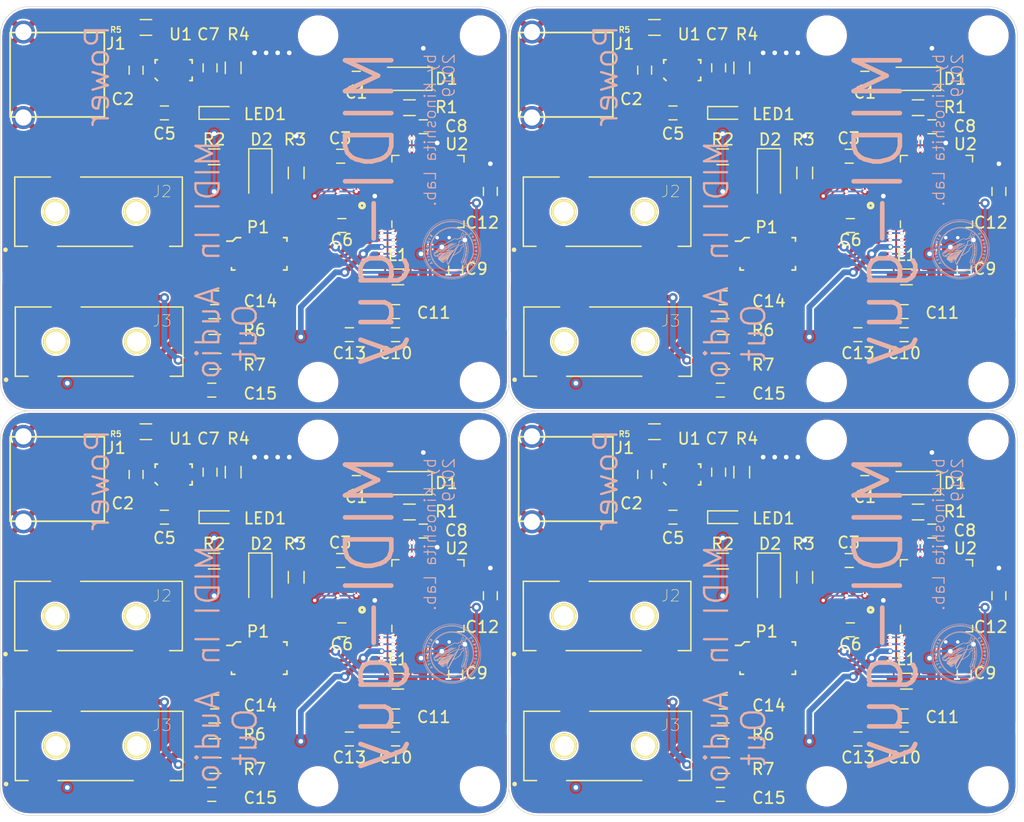
<source format=kicad_pcb>
(kicad_pcb (version 20171130) (host pcbnew 5.1.2)
  (layers (0 F.Cu signal) (31 B.Cu signal) (34 B.Paste user) (35 F.Paste user) (36 B.SilkS user) (37 F.SilkS user) (38 B.Mask user) (39 F.Mask user) (44 Edge.Cuts user))
  (net 0 "")
  (net 1 "Net-(C1-Pad1)")
  (net 2 GND)
  (net 3 "Net-(C2-Pad1)")
  (net 4 +3V3)
  (net 5 "Net-(C5-Pad1)")
  (net 6 "Net-(C6-Pad1)")
  (net 7 GNDA)
  (net 8 "Net-(C8-Pad1)")
  (net 9 "Net-(C14-Pad1)")
  (net 10 "Net-(C14-Pad2)")
  (net 11 "Net-(C15-Pad1)")
  (net 12 "Net-(C15-Pad2)")
  (net 13 "Net-(D2-Pad2)")
  (net 14 "Net-(D2-Pad1)")
  (net 15 "Net-(L1-Pad2)")
  (net 16 "Net-(LED1-Pad2)")
  (net 17 "Net-(P1-Pad4)")
  (net 18 "Net-(C3-Pad1)")
  (net 19 "Net-(C10-Pad1)")
  (net 20 "Net-(C13-Pad2)")
  (net 21 "Net-(J2-Pad3)")
  (module snapeda:CUI_SJ-3523-SMT-TR (layer F.Cu) (at 146.8 115)
    (fp_text reference J3 (at 9.2 -1.8) (layer F.SilkS) (effects (font (size 1.00183 1.00183) (thickness 0.05))))
    (fp_text value SJ-3523-SMT-TR hide)
    (pad "" np_thru_hole circle (at 0 0) (size 2.2 2.2) (drill 1.7) (layers *.Cu *.Mask F.SilkS))
    (pad 3 smd rect (at 0.9 -3.7) (size 2.2 2.8) (layers F.Cu F.Paste F.Mask) (net 11 "Net-(C15-Pad1)"))
    (pad 1 smd rect (at -1.1 3.7) (size 2.2 2.8) (layers F.Cu F.Paste F.Mask) (net 7 GNDA))
    (pad 2 smd rect (at 8.3 3.7) (size 2.8 2.8) (layers F.Cu F.Paste F.Mask) (net 9 "Net-(C14-Pad1)"))
    (pad "" np_thru_hole circle (at 7 0) (size 2.2 2.2) (drill 1.7) (layers *.Cu *.Mask F.SilkS))
  )
  (module snapeda:CUI_SJ-3523-SMT-TR (layer F.Cu) (at 146.8 80)
    (fp_text reference J3 (at 9.2 -1.8) (layer F.SilkS) (effects (font (size 1.00183 1.00183) (thickness 0.05))))
    (fp_text value SJ-3523-SMT-TR hide)
    (pad "" np_thru_hole circle (at 0 0) (size 2.2 2.2) (drill 1.7) (layers *.Cu *.Mask F.SilkS))
    (pad 3 smd rect (at 0.9 -3.7) (size 2.2 2.8) (layers F.Cu F.Paste F.Mask) (net 11 "Net-(C15-Pad1)"))
    (pad 1 smd rect (at -1.1 3.7) (size 2.2 2.8) (layers F.Cu F.Paste F.Mask) (net 7 GNDA))
    (pad 2 smd rect (at 8.3 3.7) (size 2.8 2.8) (layers F.Cu F.Paste F.Mask) (net 9 "Net-(C14-Pad1)"))
    (pad "" np_thru_hole circle (at 7 0) (size 2.2 2.2) (drill 1.7) (layers *.Cu *.Mask F.SilkS))
  )
  (module snapeda:CUI_SJ-3523-SMT-TR (layer F.Cu) (at 102.8 115)
    (fp_text reference J3 (at 9.2 -1.8) (layer F.SilkS) (effects (font (size 1.00183 1.00183) (thickness 0.05))))
    (fp_text value SJ-3523-SMT-TR hide)
    (pad "" np_thru_hole circle (at 0 0) (size 2.2 2.2) (drill 1.7) (layers *.Cu *.Mask F.SilkS))
    (pad 3 smd rect (at 0.9 -3.7) (size 2.2 2.8) (layers F.Cu F.Paste F.Mask) (net 11 "Net-(C15-Pad1)"))
    (pad 1 smd rect (at -1.1 3.7) (size 2.2 2.8) (layers F.Cu F.Paste F.Mask) (net 7 GNDA))
    (pad 2 smd rect (at 8.3 3.7) (size 2.8 2.8) (layers F.Cu F.Paste F.Mask) (net 9 "Net-(C14-Pad1)"))
    (pad "" np_thru_hole circle (at 7 0) (size 2.2 2.2) (drill 1.7) (layers *.Cu *.Mask F.SilkS))
  )
  (module mylib:TAR5S33_Akizuki_Toshiba_SSOP5 (layer F.Cu) (at 157 91.5)
    (fp_text reference U1 (at 0.6 -3.1) (layer F.SilkS))
    (fp_text value TAR5S33)
    (pad 5 smd rect (at -0.95 -1.2) (size 0.8 1) (layers F.Cu F.Paste F.Mask) (net 3 "Net-(C2-Pad1)"))
    (pad 4 smd rect (at 0.95 -1.2) (size 0.8 1) (layers F.Cu F.Paste F.Mask) (net 4 +3V3))
    (pad 1 smd rect (at -0.95 1.2) (size 0.8 1) (layers F.Cu F.Paste F.Mask) (net 3 "Net-(C2-Pad1)"))
    (pad 3 smd rect (at 0.95 1.2) (size 0.8 1) (layers F.Cu F.Paste F.Mask) (net 5 "Net-(C5-Pad1)"))
    (pad 2 smd rect (at 0 1.2) (size 0.6 1) (layers F.Cu F.Paste F.Mask) (net 2 GND))
  )
  (module mylib:TAR5S33_Akizuki_Toshiba_SSOP5 (layer F.Cu) (at 157 56.5)
    (fp_text reference U1 (at 0.6 -3.1) (layer F.SilkS))
    (fp_text value TAR5S33)
    (pad 5 smd rect (at -0.95 -1.2) (size 0.8 1) (layers F.Cu F.Paste F.Mask) (net 3 "Net-(C2-Pad1)"))
    (pad 4 smd rect (at 0.95 -1.2) (size 0.8 1) (layers F.Cu F.Paste F.Mask) (net 4 +3V3))
    (pad 1 smd rect (at -0.95 1.2) (size 0.8 1) (layers F.Cu F.Paste F.Mask) (net 3 "Net-(C2-Pad1)"))
    (pad 3 smd rect (at 0.95 1.2) (size 0.8 1) (layers F.Cu F.Paste F.Mask) (net 5 "Net-(C5-Pad1)"))
    (pad 2 smd rect (at 0 1.2) (size 0.6 1) (layers F.Cu F.Paste F.Mask) (net 2 GND))
  )
  (module mylib:TAR5S33_Akizuki_Toshiba_SSOP5 (layer F.Cu) (at 113 91.5)
    (fp_text reference U1 (at 0.6 -3.1) (layer F.SilkS))
    (fp_text value TAR5S33)
    (pad 5 smd rect (at -0.95 -1.2) (size 0.8 1) (layers F.Cu F.Paste F.Mask) (net 3 "Net-(C2-Pad1)"))
    (pad 4 smd rect (at 0.95 -1.2) (size 0.8 1) (layers F.Cu F.Paste F.Mask) (net 4 +3V3))
    (pad 1 smd rect (at -0.95 1.2) (size 0.8 1) (layers F.Cu F.Paste F.Mask) (net 3 "Net-(C2-Pad1)"))
    (pad 3 smd rect (at 0.95 1.2) (size 0.8 1) (layers F.Cu F.Paste F.Mask) (net 5 "Net-(C5-Pad1)"))
    (pad 2 smd rect (at 0 1.2) (size 0.6 1) (layers F.Cu F.Paste F.Mask) (net 2 GND))
  )
  (module mylib:SAM2695_QFN-48-6x6mm_Pitch0.4mm (layer F.Cu) (at 179 102 90)
    (fp_text reference U2 (at 4.1 2.5 180) (layer F.SilkS))
    (fp_text value SAM2695)
    (pad 48 smd rect (at -2.2 -2.86 90) (size 0.25 0.68) (layers F.Cu F.Paste F.Mask) (net 2 GND))
    (pad 47 smd rect (at -1.8 -2.86 90) (size 0.25 0.68) (layers F.Cu F.Paste F.Mask) (net 4 +3V3))
    (pad 46 smd rect (at -1.4 -2.86 90) (size 0.25 0.68) (layers F.Cu F.Paste F.Mask) (net 4 +3V3))
    (pad 45 smd rect (at -1 -2.86 90) (size 0.25 0.68) (layers F.Cu F.Paste F.Mask) (net 2 GND))
    (pad 44 smd rect (at -0.6 -2.86 90) (size 0.25 0.68) (layers F.Cu F.Paste F.Mask))
    (pad 43 smd rect (at -0.2 -2.86 90) (size 0.25 0.68) (layers F.Cu F.Paste F.Mask))
    (pad 42 smd rect (at 0.2 -2.86 90) (size 0.25 0.68) (layers F.Cu F.Paste F.Mask))
    (pad 41 smd rect (at 0.6 -2.86 90) (size 0.25 0.68) (layers F.Cu F.Paste F.Mask) (net 4 +3V3))
    (pad 40 smd rect (at 1 -2.86 90) (size 0.25 0.68) (layers F.Cu F.Paste F.Mask) (net 6 "Net-(C6-Pad1)"))
    (pad 39 smd rect (at 1.4 -2.86 90) (size 0.25 0.68) (layers F.Cu F.Paste F.Mask) (net 18 "Net-(C3-Pad1)"))
    (pad 38 smd rect (at 1.8 -2.86 90) (size 0.25 0.68) (layers F.Cu F.Paste F.Mask) (net 1 "Net-(C1-Pad1)"))
    (pad 37 smd rect (at 2.2 -2.86 90) (size 0.25 0.68) (layers F.Cu F.Paste F.Mask) (net 2 GND))
    (pad 36 smd rect (at 2.86 -2.2 90) (size 0.68 0.25) (layers F.Cu F.Paste F.Mask) (net 2 GND))
    (pad 35 smd rect (at 2.86 -1.8 90) (size 0.68 0.25) (layers F.Cu F.Paste F.Mask) (net 4 +3V3))
    (pad 34 smd rect (at 2.86 -1.4 90) (size 0.68 0.25) (layers F.Cu F.Paste F.Mask) (net 8 "Net-(C8-Pad1)"))
    (pad 33 smd rect (at 2.86 -1 90) (size 0.68 0.25) (layers F.Cu F.Paste F.Mask))
    (pad 32 smd rect (at 2.86 -0.6 90) (size 0.68 0.25) (layers F.Cu F.Paste F.Mask))
    (pad 31 smd rect (at 2.86 -0.2 90) (size 0.68 0.25) (layers F.Cu F.Paste F.Mask) (net 4 +3V3))
    (pad 30 smd rect (at 2.86 0.2 90) (size 0.68 0.25) (layers F.Cu F.Paste F.Mask))
    (pad 29 smd rect (at 2.86 0.6 90) (size 0.68 0.25) (layers F.Cu F.Paste F.Mask))
    (pad 28 smd rect (at 2.86 1 90) (size 0.68 0.25) (layers F.Cu F.Paste F.Mask))
    (pad 27 smd rect (at 2.86 1.4 90) (size 0.68 0.25) (layers F.Cu F.Paste F.Mask))
    (pad 26 smd rect (at 2.86 1.8 90) (size 0.68 0.25) (layers F.Cu F.Paste F.Mask))
    (pad 25 smd rect (at 2.86 2.2 90) (size 0.68 0.25) (layers F.Cu F.Paste F.Mask) (net 2 GND))
    (pad 24 smd rect (at 2.2 2.86 90) (size 0.25 0.68) (layers F.Cu F.Paste F.Mask))
    (pad 23 smd rect (at 1.8 2.86 90) (size 0.25 0.68) (layers F.Cu F.Paste F.Mask))
    (pad 22 smd rect (at 1.4 2.86 90) (size 0.25 0.68) (layers F.Cu F.Paste F.Mask))
    (pad 21 smd rect (at 1 2.86 90) (size 0.25 0.68) (layers F.Cu F.Paste F.Mask))
    (pad 20 smd rect (at 0.6 2.86 90) (size 0.25 0.68) (layers F.Cu F.Paste F.Mask) (net 4 +3V3))
    (pad 19 smd rect (at 0.2 2.86 90) (size 0.25 0.68) (layers F.Cu F.Paste F.Mask))
    (pad 18 smd rect (at -0.2 2.86 90) (size 0.25 0.68) (layers F.Cu F.Paste F.Mask) (net 2 GND))
    (pad 17 smd rect (at -0.6 2.86 90) (size 0.25 0.68) (layers F.Cu F.Paste F.Mask))
    (pad 16 smd rect (at -1 2.86 90) (size 0.25 0.68) (layers F.Cu F.Paste F.Mask) (net 17 "Net-(P1-Pad4)"))
    (pad 15 smd rect (at -1.4 2.86 90) (size 0.25 0.68) (layers F.Cu F.Paste F.Mask) (net 2 GND))
    (pad 14 smd rect (at -1.8 2.86 90) (size 0.25 0.68) (layers F.Cu F.Paste F.Mask))
    (pad 13 smd rect (at -2.2 2.86 90) (size 0.25 0.68) (layers F.Cu F.Paste F.Mask) (net 2 GND))
    (pad 12 smd rect (at -2.86 2.2 90) (size 0.68 0.25) (layers F.Cu F.Paste F.Mask) (net 4 +3V3))
    (pad 11 smd rect (at -2.86 1.8 90) (size 0.68 0.25) (layers F.Cu F.Paste F.Mask) (net 4 +3V3))
    (pad 10 smd rect (at -2.86 1.4 90) (size 0.68 0.25) (layers F.Cu F.Paste F.Mask) (net 2 GND))
    (pad 9 smd rect (at -2.86 1 90) (size 0.68 0.25) (layers F.Cu F.Paste F.Mask) (net 2 GND))
    (pad 8 smd rect (at -2.86 0.6 90) (size 0.68 0.25) (layers F.Cu F.Paste F.Mask) (net 4 +3V3))
    (pad 7 smd rect (at -2.86 0.2 90) (size 0.68 0.25) (layers F.Cu F.Paste F.Mask) (net 19 "Net-(C10-Pad1)"))
    (pad 6 smd rect (at -2.86 -0.2 90) (size 0.68 0.25) (layers F.Cu F.Paste F.Mask) (net 15 "Net-(L1-Pad2)"))
    (pad 5 smd rect (at -2.86 -0.6 90) (size 0.68 0.25) (layers F.Cu F.Paste F.Mask) (net 20 "Net-(C13-Pad2)"))
    (pad 4 smd rect (at -2.86 -1 90) (size 0.68 0.25) (layers F.Cu F.Paste F.Mask) (net 7 GNDA))
    (pad 3 smd rect (at -2.86 -1.4 90) (size 0.68 0.25) (layers F.Cu F.Paste F.Mask))
    (pad 2 smd rect (at -2.86 -1.8 90) (size 0.68 0.25) (layers F.Cu F.Paste F.Mask) (net 12 "Net-(C15-Pad2)"))
    (pad 1 smd rect (at -2.86 -2.2 90) (size 0.68 0.25) (layers F.Cu F.Paste F.Mask) (net 10 "Net-(C14-Pad2)"))
    (pad 49 smd rect (at 0 0 90) (size 4.66 4.66) (layers F.Cu F.Mask) (net 2 GND))
  )
  (module mylib:SAM2695_QFN-48-6x6mm_Pitch0.4mm (layer F.Cu) (at 179 67 90)
    (fp_text reference U2 (at 4.1 2.5 180) (layer F.SilkS))
    (fp_text value SAM2695)
    (pad 48 smd rect (at -2.2 -2.86 90) (size 0.25 0.68) (layers F.Cu F.Paste F.Mask) (net 2 GND))
    (pad 47 smd rect (at -1.8 -2.86 90) (size 0.25 0.68) (layers F.Cu F.Paste F.Mask) (net 4 +3V3))
    (pad 46 smd rect (at -1.4 -2.86 90) (size 0.25 0.68) (layers F.Cu F.Paste F.Mask) (net 4 +3V3))
    (pad 45 smd rect (at -1 -2.86 90) (size 0.25 0.68) (layers F.Cu F.Paste F.Mask) (net 2 GND))
    (pad 44 smd rect (at -0.6 -2.86 90) (size 0.25 0.68) (layers F.Cu F.Paste F.Mask))
    (pad 43 smd rect (at -0.2 -2.86 90) (size 0.25 0.68) (layers F.Cu F.Paste F.Mask))
    (pad 42 smd rect (at 0.2 -2.86 90) (size 0.25 0.68) (layers F.Cu F.Paste F.Mask))
    (pad 41 smd rect (at 0.6 -2.86 90) (size 0.25 0.68) (layers F.Cu F.Paste F.Mask) (net 4 +3V3))
    (pad 40 smd rect (at 1 -2.86 90) (size 0.25 0.68) (layers F.Cu F.Paste F.Mask) (net 6 "Net-(C6-Pad1)"))
    (pad 39 smd rect (at 1.4 -2.86 90) (size 0.25 0.68) (layers F.Cu F.Paste F.Mask) (net 18 "Net-(C3-Pad1)"))
    (pad 38 smd rect (at 1.8 -2.86 90) (size 0.25 0.68) (layers F.Cu F.Paste F.Mask) (net 1 "Net-(C1-Pad1)"))
    (pad 37 smd rect (at 2.2 -2.86 90) (size 0.25 0.68) (layers F.Cu F.Paste F.Mask) (net 2 GND))
    (pad 36 smd rect (at 2.86 -2.2 90) (size 0.68 0.25) (layers F.Cu F.Paste F.Mask) (net 2 GND))
    (pad 35 smd rect (at 2.86 -1.8 90) (size 0.68 0.25) (layers F.Cu F.Paste F.Mask) (net 4 +3V3))
    (pad 34 smd rect (at 2.86 -1.4 90) (size 0.68 0.25) (layers F.Cu F.Paste F.Mask) (net 8 "Net-(C8-Pad1)"))
    (pad 33 smd rect (at 2.86 -1 90) (size 0.68 0.25) (layers F.Cu F.Paste F.Mask))
    (pad 32 smd rect (at 2.86 -0.6 90) (size 0.68 0.25) (layers F.Cu F.Paste F.Mask))
    (pad 31 smd rect (at 2.86 -0.2 90) (size 0.68 0.25) (layers F.Cu F.Paste F.Mask) (net 4 +3V3))
    (pad 30 smd rect (at 2.86 0.2 90) (size 0.68 0.25) (layers F.Cu F.Paste F.Mask))
    (pad 29 smd rect (at 2.86 0.6 90) (size 0.68 0.25) (layers F.Cu F.Paste F.Mask))
    (pad 28 smd rect (at 2.86 1 90) (size 0.68 0.25) (layers F.Cu F.Paste F.Mask))
    (pad 27 smd rect (at 2.86 1.4 90) (size 0.68 0.25) (layers F.Cu F.Paste F.Mask))
    (pad 26 smd rect (at 2.86 1.8 90) (size 0.68 0.25) (layers F.Cu F.Paste F.Mask))
    (pad 25 smd rect (at 2.86 2.2 90) (size 0.68 0.25) (layers F.Cu F.Paste F.Mask) (net 2 GND))
    (pad 24 smd rect (at 2.2 2.86 90) (size 0.25 0.68) (layers F.Cu F.Paste F.Mask))
    (pad 23 smd rect (at 1.8 2.86 90) (size 0.25 0.68) (layers F.Cu F.Paste F.Mask))
    (pad 22 smd rect (at 1.4 2.86 90) (size 0.25 0.68) (layers F.Cu F.Paste F.Mask))
    (pad 21 smd rect (at 1 2.86 90) (size 0.25 0.68) (layers F.Cu F.Paste F.Mask))
    (pad 20 smd rect (at 0.6 2.86 90) (size 0.25 0.68) (layers F.Cu F.Paste F.Mask) (net 4 +3V3))
    (pad 19 smd rect (at 0.2 2.86 90) (size 0.25 0.68) (layers F.Cu F.Paste F.Mask))
    (pad 18 smd rect (at -0.2 2.86 90) (size 0.25 0.68) (layers F.Cu F.Paste F.Mask) (net 2 GND))
    (pad 17 smd rect (at -0.6 2.86 90) (size 0.25 0.68) (layers F.Cu F.Paste F.Mask))
    (pad 16 smd rect (at -1 2.86 90) (size 0.25 0.68) (layers F.Cu F.Paste F.Mask) (net 17 "Net-(P1-Pad4)"))
    (pad 15 smd rect (at -1.4 2.86 90) (size 0.25 0.68) (layers F.Cu F.Paste F.Mask) (net 2 GND))
    (pad 14 smd rect (at -1.8 2.86 90) (size 0.25 0.68) (layers F.Cu F.Paste F.Mask))
    (pad 13 smd rect (at -2.2 2.86 90) (size 0.25 0.68) (layers F.Cu F.Paste F.Mask) (net 2 GND))
    (pad 12 smd rect (at -2.86 2.2 90) (size 0.68 0.25) (layers F.Cu F.Paste F.Mask) (net 4 +3V3))
    (pad 11 smd rect (at -2.86 1.8 90) (size 0.68 0.25) (layers F.Cu F.Paste F.Mask) (net 4 +3V3))
    (pad 10 smd rect (at -2.86 1.4 90) (size 0.68 0.25) (layers F.Cu F.Paste F.Mask) (net 2 GND))
    (pad 9 smd rect (at -2.86 1 90) (size 0.68 0.25) (layers F.Cu F.Paste F.Mask) (net 2 GND))
    (pad 8 smd rect (at -2.86 0.6 90) (size 0.68 0.25) (layers F.Cu F.Paste F.Mask) (net 4 +3V3))
    (pad 7 smd rect (at -2.86 0.2 90) (size 0.68 0.25) (layers F.Cu F.Paste F.Mask) (net 19 "Net-(C10-Pad1)"))
    (pad 6 smd rect (at -2.86 -0.2 90) (size 0.68 0.25) (layers F.Cu F.Paste F.Mask) (net 15 "Net-(L1-Pad2)"))
    (pad 5 smd rect (at -2.86 -0.6 90) (size 0.68 0.25) (layers F.Cu F.Paste F.Mask) (net 20 "Net-(C13-Pad2)"))
    (pad 4 smd rect (at -2.86 -1 90) (size 0.68 0.25) (layers F.Cu F.Paste F.Mask) (net 7 GNDA))
    (pad 3 smd rect (at -2.86 -1.4 90) (size 0.68 0.25) (layers F.Cu F.Paste F.Mask))
    (pad 2 smd rect (at -2.86 -1.8 90) (size 0.68 0.25) (layers F.Cu F.Paste F.Mask) (net 12 "Net-(C15-Pad2)"))
    (pad 1 smd rect (at -2.86 -2.2 90) (size 0.68 0.25) (layers F.Cu F.Paste F.Mask) (net 10 "Net-(C14-Pad2)"))
    (pad 49 smd rect (at 0 0 90) (size 4.66 4.66) (layers F.Cu F.Mask) (net 2 GND))
  )
  (module mylib:SAM2695_QFN-48-6x6mm_Pitch0.4mm (layer F.Cu) (at 135 102 90)
    (fp_text reference U2 (at 4.1 2.5 180) (layer F.SilkS))
    (fp_text value SAM2695)
    (pad 48 smd rect (at -2.2 -2.86 90) (size 0.25 0.68) (layers F.Cu F.Paste F.Mask) (net 2 GND))
    (pad 47 smd rect (at -1.8 -2.86 90) (size 0.25 0.68) (layers F.Cu F.Paste F.Mask) (net 4 +3V3))
    (pad 46 smd rect (at -1.4 -2.86 90) (size 0.25 0.68) (layers F.Cu F.Paste F.Mask) (net 4 +3V3))
    (pad 45 smd rect (at -1 -2.86 90) (size 0.25 0.68) (layers F.Cu F.Paste F.Mask) (net 2 GND))
    (pad 44 smd rect (at -0.6 -2.86 90) (size 0.25 0.68) (layers F.Cu F.Paste F.Mask))
    (pad 43 smd rect (at -0.2 -2.86 90) (size 0.25 0.68) (layers F.Cu F.Paste F.Mask))
    (pad 42 smd rect (at 0.2 -2.86 90) (size 0.25 0.68) (layers F.Cu F.Paste F.Mask))
    (pad 41 smd rect (at 0.6 -2.86 90) (size 0.25 0.68) (layers F.Cu F.Paste F.Mask) (net 4 +3V3))
    (pad 40 smd rect (at 1 -2.86 90) (size 0.25 0.68) (layers F.Cu F.Paste F.Mask) (net 6 "Net-(C6-Pad1)"))
    (pad 39 smd rect (at 1.4 -2.86 90) (size 0.25 0.68) (layers F.Cu F.Paste F.Mask) (net 18 "Net-(C3-Pad1)"))
    (pad 38 smd rect (at 1.8 -2.86 90) (size 0.25 0.68) (layers F.Cu F.Paste F.Mask) (net 1 "Net-(C1-Pad1)"))
    (pad 37 smd rect (at 2.2 -2.86 90) (size 0.25 0.68) (layers F.Cu F.Paste F.Mask) (net 2 GND))
    (pad 36 smd rect (at 2.86 -2.2 90) (size 0.68 0.25) (layers F.Cu F.Paste F.Mask) (net 2 GND))
    (pad 35 smd rect (at 2.86 -1.8 90) (size 0.68 0.25) (layers F.Cu F.Paste F.Mask) (net 4 +3V3))
    (pad 34 smd rect (at 2.86 -1.4 90) (size 0.68 0.25) (layers F.Cu F.Paste F.Mask) (net 8 "Net-(C8-Pad1)"))
    (pad 33 smd rect (at 2.86 -1 90) (size 0.68 0.25) (layers F.Cu F.Paste F.Mask))
    (pad 32 smd rect (at 2.86 -0.6 90) (size 0.68 0.25) (layers F.Cu F.Paste F.Mask))
    (pad 31 smd rect (at 2.86 -0.2 90) (size 0.68 0.25) (layers F.Cu F.Paste F.Mask) (net 4 +3V3))
    (pad 30 smd rect (at 2.86 0.2 90) (size 0.68 0.25) (layers F.Cu F.Paste F.Mask))
    (pad 29 smd rect (at 2.86 0.6 90) (size 0.68 0.25) (layers F.Cu F.Paste F.Mask))
    (pad 28 smd rect (at 2.86 1 90) (size 0.68 0.25) (layers F.Cu F.Paste F.Mask))
    (pad 27 smd rect (at 2.86 1.4 90) (size 0.68 0.25) (layers F.Cu F.Paste F.Mask))
    (pad 26 smd rect (at 2.86 1.8 90) (size 0.68 0.25) (layers F.Cu F.Paste F.Mask))
    (pad 25 smd rect (at 2.86 2.2 90) (size 0.68 0.25) (layers F.Cu F.Paste F.Mask) (net 2 GND))
    (pad 24 smd rect (at 2.2 2.86 90) (size 0.25 0.68) (layers F.Cu F.Paste F.Mask))
    (pad 23 smd rect (at 1.8 2.86 90) (size 0.25 0.68) (layers F.Cu F.Paste F.Mask))
    (pad 22 smd rect (at 1.4 2.86 90) (size 0.25 0.68) (layers F.Cu F.Paste F.Mask))
    (pad 21 smd rect (at 1 2.86 90) (size 0.25 0.68) (layers F.Cu F.Paste F.Mask))
    (pad 20 smd rect (at 0.6 2.86 90) (size 0.25 0.68) (layers F.Cu F.Paste F.Mask) (net 4 +3V3))
    (pad 19 smd rect (at 0.2 2.86 90) (size 0.25 0.68) (layers F.Cu F.Paste F.Mask))
    (pad 18 smd rect (at -0.2 2.86 90) (size 0.25 0.68) (layers F.Cu F.Paste F.Mask) (net 2 GND))
    (pad 17 smd rect (at -0.6 2.86 90) (size 0.25 0.68) (layers F.Cu F.Paste F.Mask))
    (pad 16 smd rect (at -1 2.86 90) (size 0.25 0.68) (layers F.Cu F.Paste F.Mask) (net 17 "Net-(P1-Pad4)"))
    (pad 15 smd rect (at -1.4 2.86 90) (size 0.25 0.68) (layers F.Cu F.Paste F.Mask) (net 2 GND))
    (pad 14 smd rect (at -1.8 2.86 90) (size 0.25 0.68) (layers F.Cu F.Paste F.Mask))
    (pad 13 smd rect (at -2.2 2.86 90) (size 0.25 0.68) (layers F.Cu F.Paste F.Mask) (net 2 GND))
    (pad 12 smd rect (at -2.86 2.2 90) (size 0.68 0.25) (layers F.Cu F.Paste F.Mask) (net 4 +3V3))
    (pad 11 smd rect (at -2.86 1.8 90) (size 0.68 0.25) (layers F.Cu F.Paste F.Mask) (net 4 +3V3))
    (pad 10 smd rect (at -2.86 1.4 90) (size 0.68 0.25) (layers F.Cu F.Paste F.Mask) (net 2 GND))
    (pad 9 smd rect (at -2.86 1 90) (size 0.68 0.25) (layers F.Cu F.Paste F.Mask) (net 2 GND))
    (pad 8 smd rect (at -2.86 0.6 90) (size 0.68 0.25) (layers F.Cu F.Paste F.Mask) (net 4 +3V3))
    (pad 7 smd rect (at -2.86 0.2 90) (size 0.68 0.25) (layers F.Cu F.Paste F.Mask) (net 19 "Net-(C10-Pad1)"))
    (pad 6 smd rect (at -2.86 -0.2 90) (size 0.68 0.25) (layers F.Cu F.Paste F.Mask) (net 15 "Net-(L1-Pad2)"))
    (pad 5 smd rect (at -2.86 -0.6 90) (size 0.68 0.25) (layers F.Cu F.Paste F.Mask) (net 20 "Net-(C13-Pad2)"))
    (pad 4 smd rect (at -2.86 -1 90) (size 0.68 0.25) (layers F.Cu F.Paste F.Mask) (net 7 GNDA))
    (pad 3 smd rect (at -2.86 -1.4 90) (size 0.68 0.25) (layers F.Cu F.Paste F.Mask))
    (pad 2 smd rect (at -2.86 -1.8 90) (size 0.68 0.25) (layers F.Cu F.Paste F.Mask) (net 12 "Net-(C15-Pad2)"))
    (pad 1 smd rect (at -2.86 -2.2 90) (size 0.68 0.25) (layers F.Cu F.Paste F.Mask) (net 10 "Net-(C14-Pad2)"))
    (pad 49 smd rect (at 0 0 90) (size 4.66 4.66) (layers F.Cu F.Mask) (net 2 GND))
  )
  (module Capacitors_SMD:C_0603_HandSoldering (layer F.Cu) (at 160.55 111.2)
    (fp_text reference C14 (at 3.95 0.3) (layer F.SilkS))
    (fp_text value 10u)
    (pad 2 smd rect (at 0.95 0) (size 1.2 0.75) (layers F.Cu F.Paste F.Mask) (net 10 "Net-(C14-Pad2)"))
    (pad 1 smd rect (at -0.95 0) (size 1.2 0.75) (layers F.Cu F.Paste F.Mask) (net 9 "Net-(C14-Pad1)"))
  )
  (module Capacitors_SMD:C_0603_HandSoldering (layer F.Cu) (at 160.55 76.2)
    (fp_text reference C14 (at 3.95 0.3) (layer F.SilkS))
    (fp_text value 10u)
    (pad 2 smd rect (at 0.95 0) (size 1.2 0.75) (layers F.Cu F.Paste F.Mask) (net 10 "Net-(C14-Pad2)"))
    (pad 1 smd rect (at -0.95 0) (size 1.2 0.75) (layers F.Cu F.Paste F.Mask) (net 9 "Net-(C14-Pad1)"))
  )
  (module Capacitors_SMD:C_0603_HandSoldering (layer F.Cu) (at 116.55 111.2)
    (fp_text reference C14 (at 3.95 0.3) (layer F.SilkS))
    (fp_text value 10u)
    (pad 2 smd rect (at 0.95 0) (size 1.2 0.75) (layers F.Cu F.Paste F.Mask) (net 10 "Net-(C14-Pad2)"))
    (pad 1 smd rect (at -0.95 0) (size 1.2 0.75) (layers F.Cu F.Paste F.Mask) (net 9 "Net-(C14-Pad1)"))
  )
  (module Resistors_SMD:R_0603_HandSoldering (layer F.Cu) (at 154.6 87.8)
    (fp_text reference R5 (at -2.6 0.2) (layer F.SilkS) (effects (font (size 0.5 0.5) (thickness 0.1))))
    (fp_text value 0)
    (pad 2 smd rect (at 1.1 0) (size 1.2 0.9) (layers F.Cu F.Paste F.Mask) (net 2 GND))
    (pad 1 smd rect (at -1.1 0) (size 1.2 0.9) (layers F.Cu F.Paste F.Mask) (net 7 GNDA))
  )
  (module Resistors_SMD:R_0603_HandSoldering (layer F.Cu) (at 154.6 52.8)
    (fp_text reference R5 (at -2.6 0.2) (layer F.SilkS) (effects (font (size 0.5 0.5) (thickness 0.1))))
    (fp_text value 0)
    (pad 2 smd rect (at 1.1 0) (size 1.2 0.9) (layers F.Cu F.Paste F.Mask) (net 2 GND))
    (pad 1 smd rect (at -1.1 0) (size 1.2 0.9) (layers F.Cu F.Paste F.Mask) (net 7 GNDA))
  )
  (module Resistors_SMD:R_0603_HandSoldering (layer F.Cu) (at 110.6 87.8)
    (fp_text reference R5 (at -2.6 0.2) (layer F.SilkS) (effects (font (size 0.5 0.5) (thickness 0.1))))
    (fp_text value 0)
    (pad 2 smd rect (at 1.1 0) (size 1.2 0.9) (layers F.Cu F.Paste F.Mask) (net 2 GND))
    (pad 1 smd rect (at -1.1 0) (size 1.2 0.9) (layers F.Cu F.Paste F.Mask) (net 7 GNDA))
  )
  (module Capacitors_SMD:C_0603_HandSoldering (layer F.Cu) (at 184.4 102 270)
    (fp_text reference C12 (at 2.7 0.7) (layer F.SilkS))
    (fp_text value 0.1u)
    (pad 2 smd rect (at 0.95 0 270) (size 1.2 0.75) (layers F.Cu F.Paste F.Mask) (net 2 GND))
    (pad 1 smd rect (at -0.95 0 270) (size 1.2 0.75) (layers F.Cu F.Paste F.Mask) (net 4 +3V3))
  )
  (module Capacitors_SMD:C_0603_HandSoldering (layer F.Cu) (at 184.4 67 270)
    (fp_text reference C12 (at 2.7 0.7) (layer F.SilkS))
    (fp_text value 0.1u)
    (pad 2 smd rect (at 0.95 0 270) (size 1.2 0.75) (layers F.Cu F.Paste F.Mask) (net 2 GND))
    (pad 1 smd rect (at -0.95 0 270) (size 1.2 0.75) (layers F.Cu F.Paste F.Mask) (net 4 +3V3))
  )
  (module Capacitors_SMD:C_0603_HandSoldering (layer F.Cu) (at 140.4 102 270)
    (fp_text reference C12 (at 2.7 0.7) (layer F.SilkS))
    (fp_text value 0.1u)
    (pad 2 smd rect (at 0.95 0 270) (size 1.2 0.75) (layers F.Cu F.Paste F.Mask) (net 2 GND))
    (pad 1 smd rect (at -0.95 0 270) (size 1.2 0.75) (layers F.Cu F.Paste F.Mask) (net 4 +3V3))
  )
  (module Resistors_SMD:R_0603_HandSoldering (layer F.Cu) (at 160.6 116.7 180)
    (fp_text reference R7 (at -3.4 -0.3 180) (layer F.SilkS))
    (fp_text value 47k)
    (pad 1 smd rect (at -1.1 0 180) (size 1.2 0.9) (layers F.Cu F.Paste F.Mask) (net 7 GNDA))
    (pad 2 smd rect (at 1.1 0 180) (size 1.2 0.9) (layers F.Cu F.Paste F.Mask) (net 11 "Net-(C15-Pad1)"))
  )
  (module Resistors_SMD:R_0603_HandSoldering (layer F.Cu) (at 160.6 81.7 180)
    (fp_text reference R7 (at -3.4 -0.3 180) (layer F.SilkS))
    (fp_text value 47k)
    (pad 1 smd rect (at -1.1 0 180) (size 1.2 0.9) (layers F.Cu F.Paste F.Mask) (net 7 GNDA))
    (pad 2 smd rect (at 1.1 0 180) (size 1.2 0.9) (layers F.Cu F.Paste F.Mask) (net 11 "Net-(C15-Pad1)"))
  )
  (module Resistors_SMD:R_0603_HandSoldering (layer F.Cu) (at 116.6 116.7 180)
    (fp_text reference R7 (at -3.4 -0.3 180) (layer F.SilkS))
    (fp_text value 47k)
    (pad 1 smd rect (at -1.1 0 180) (size 1.2 0.9) (layers F.Cu F.Paste F.Mask) (net 7 GNDA))
    (pad 2 smd rect (at 1.1 0 180) (size 1.2 0.9) (layers F.Cu F.Paste F.Mask) (net 11 "Net-(C15-Pad1)"))
  )
  (module Resistors_SMD:R_0603_HandSoldering (layer F.Cu) (at 160.55 113.7 180)
    (fp_text reference R6 (at -3.45 -0.3 180) (layer F.SilkS))
    (fp_text value 47k)
    (pad 1 smd rect (at -1.1 0 180) (size 1.2 0.9) (layers F.Cu F.Paste F.Mask) (net 7 GNDA))
    (pad 2 smd rect (at 1.1 0 180) (size 1.2 0.9) (layers F.Cu F.Paste F.Mask) (net 9 "Net-(C14-Pad1)"))
  )
  (module Resistors_SMD:R_0603_HandSoldering (layer F.Cu) (at 160.55 78.7 180)
    (fp_text reference R6 (at -3.45 -0.3 180) (layer F.SilkS))
    (fp_text value 47k)
    (pad 1 smd rect (at -1.1 0 180) (size 1.2 0.9) (layers F.Cu F.Paste F.Mask) (net 7 GNDA))
    (pad 2 smd rect (at 1.1 0 180) (size 1.2 0.9) (layers F.Cu F.Paste F.Mask) (net 9 "Net-(C14-Pad1)"))
  )
  (module Resistors_SMD:R_0603_HandSoldering (layer F.Cu) (at 116.55 113.7 180)
    (fp_text reference R6 (at -3.45 -0.3 180) (layer F.SilkS))
    (fp_text value 47k)
    (pad 1 smd rect (at -1.1 0 180) (size 1.2 0.9) (layers F.Cu F.Paste F.Mask) (net 7 GNDA))
    (pad 2 smd rect (at 1.1 0 180) (size 1.2 0.9) (layers F.Cu F.Paste F.Mask) (net 9 "Net-(C14-Pad1)"))
  )
  (module Capacitors_SMD:C_0603_HandSoldering (layer F.Cu) (at 160.15 91.3 270)
    (fp_text reference C7 (at -2.9 0.15) (layer F.SilkS))
    (fp_text value 10u)
    (pad 1 smd rect (at -0.95 0 270) (size 1.2 0.75) (layers F.Cu F.Paste F.Mask) (net 4 +3V3))
    (pad 2 smd rect (at 0.95 0 270) (size 1.2 0.75) (layers F.Cu F.Paste F.Mask) (net 2 GND))
  )
  (module Capacitors_SMD:C_0603_HandSoldering (layer F.Cu) (at 160.15 56.3 270)
    (fp_text reference C7 (at -2.9 0.15) (layer F.SilkS))
    (fp_text value 10u)
    (pad 1 smd rect (at -0.95 0 270) (size 1.2 0.75) (layers F.Cu F.Paste F.Mask) (net 4 +3V3))
    (pad 2 smd rect (at 0.95 0 270) (size 1.2 0.75) (layers F.Cu F.Paste F.Mask) (net 2 GND))
  )
  (module Capacitors_SMD:C_0603_HandSoldering (layer F.Cu) (at 116.15 91.3 270)
    (fp_text reference C7 (at -2.9 0.15) (layer F.SilkS))
    (fp_text value 10u)
    (pad 1 smd rect (at -0.95 0 270) (size 1.2 0.75) (layers F.Cu F.Paste F.Mask) (net 4 +3V3))
    (pad 2 smd rect (at 0.95 0 270) (size 1.2 0.75) (layers F.Cu F.Paste F.Mask) (net 2 GND))
  )
  (module mylib:TLP291 (layer F.Cu) (at 164.4 107.4 270)
    (fp_text reference P1 (at -2.3 0.1) (layer F.SilkS))
    (fp_text value TLP291)
    (pad 4 smd rect (at -0.635 -3 270) (size 0.6 1.45) (layers F.Cu F.Paste F.Mask) (net 17 "Net-(P1-Pad4)"))
    (pad 3 smd rect (at 0.635 -3 270) (size 0.6 1.45) (layers F.Cu F.Paste F.Mask) (net 2 GND))
    (pad 2 smd rect (at 0.635 3 270) (size 0.6 1.45) (layers F.Cu F.Paste F.Mask) (net 13 "Net-(D2-Pad2)"))
    (pad 1 smd rect (at -0.635 3 270) (size 0.6 1.45) (layers F.Cu F.Paste F.Mask) (net 14 "Net-(D2-Pad1)"))
  )
  (module mylib:TLP291 (layer F.Cu) (at 164.4 72.4 270)
    (fp_text reference P1 (at -2.3 0.1) (layer F.SilkS))
    (fp_text value TLP291)
    (pad 4 smd rect (at -0.635 -3 270) (size 0.6 1.45) (layers F.Cu F.Paste F.Mask) (net 17 "Net-(P1-Pad4)"))
    (pad 3 smd rect (at 0.635 -3 270) (size 0.6 1.45) (layers F.Cu F.Paste F.Mask) (net 2 GND))
    (pad 2 smd rect (at 0.635 3 270) (size 0.6 1.45) (layers F.Cu F.Paste F.Mask) (net 13 "Net-(D2-Pad2)"))
    (pad 1 smd rect (at -0.635 3 270) (size 0.6 1.45) (layers F.Cu F.Paste F.Mask) (net 14 "Net-(D2-Pad1)"))
  )
  (module mylib:TLP291 (layer F.Cu) (at 120.4 107.4 270)
    (fp_text reference P1 (at -2.3 0.1) (layer F.SilkS))
    (fp_text value TLP291)
    (pad 4 smd rect (at -0.635 -3 270) (size 0.6 1.45) (layers F.Cu F.Paste F.Mask) (net 17 "Net-(P1-Pad4)"))
    (pad 3 smd rect (at 0.635 -3 270) (size 0.6 1.45) (layers F.Cu F.Paste F.Mask) (net 2 GND))
    (pad 2 smd rect (at 0.635 3 270) (size 0.6 1.45) (layers F.Cu F.Paste F.Mask) (net 13 "Net-(D2-Pad2)"))
    (pad 1 smd rect (at -0.635 3 270) (size 0.6 1.45) (layers F.Cu F.Paste F.Mask) (net 14 "Net-(D2-Pad1)"))
  )
  (module Capacitors_SMD:C_0603_HandSoldering (layer F.Cu) (at 176.2 112.4)
    (fp_text reference C11 (at 3.3 0.1) (layer F.SilkS))
    (fp_text value 0.1u)
    (pad 1 smd rect (at -0.95 0) (size 1.2 0.75) (layers F.Cu F.Paste F.Mask) (net 4 +3V3))
    (pad 2 smd rect (at 0.95 0) (size 1.2 0.75) (layers F.Cu F.Paste F.Mask) (net 2 GND))
  )
  (module Capacitors_SMD:C_0603_HandSoldering (layer F.Cu) (at 176.2 77.4)
    (fp_text reference C11 (at 3.3 0.1) (layer F.SilkS))
    (fp_text value 0.1u)
    (pad 1 smd rect (at -0.95 0) (size 1.2 0.75) (layers F.Cu F.Paste F.Mask) (net 4 +3V3))
    (pad 2 smd rect (at 0.95 0) (size 1.2 0.75) (layers F.Cu F.Paste F.Mask) (net 2 GND))
  )
  (module Capacitors_SMD:C_0603_HandSoldering (layer F.Cu) (at 132.2 112.4)
    (fp_text reference C11 (at 3.3 0.1) (layer F.SilkS))
    (fp_text value 0.1u)
    (pad 1 smd rect (at -0.95 0) (size 1.2 0.75) (layers F.Cu F.Paste F.Mask) (net 4 +3V3))
    (pad 2 smd rect (at 0.95 0) (size 1.2 0.75) (layers F.Cu F.Paste F.Mask) (net 2 GND))
  )
  (module Diodes_SMD:D_SOD-123F (layer F.Cu) (at 177.15 92.25 180)
    (fp_text reference D1 (at -3.45 0 180) (layer F.SilkS))
    (fp_text value GS1010FL)
    (pad 2 smd rect (at 1.4 0 180) (size 1.1 1.1) (layers F.Cu F.Paste F.Mask) (net 1 "Net-(C1-Pad1)"))
    (pad 1 smd rect (at -1.4 0 180) (size 1.1 1.1) (layers F.Cu F.Paste F.Mask) (net 4 +3V3))
  )
  (module Diodes_SMD:D_SOD-123F (layer F.Cu) (at 177.15 57.25 180)
    (fp_text reference D1 (at -3.45 0 180) (layer F.SilkS))
    (fp_text value GS1010FL)
    (pad 2 smd rect (at 1.4 0 180) (size 1.1 1.1) (layers F.Cu F.Paste F.Mask) (net 1 "Net-(C1-Pad1)"))
    (pad 1 smd rect (at -1.4 0 180) (size 1.1 1.1) (layers F.Cu F.Paste F.Mask) (net 4 +3V3))
  )
  (module Diodes_SMD:D_SOD-123F (layer F.Cu) (at 133.15 92.25 180)
    (fp_text reference D1 (at -3.45 0 180) (layer F.SilkS))
    (fp_text value GS1010FL)
    (pad 2 smd rect (at 1.4 0 180) (size 1.1 1.1) (layers F.Cu F.Paste F.Mask) (net 1 "Net-(C1-Pad1)"))
    (pad 1 smd rect (at -1.4 0 180) (size 1.1 1.1) (layers F.Cu F.Paste F.Mask) (net 4 +3V3))
  )
  (module Capacitors_SMD:C_0603_HandSoldering (layer F.Cu) (at 172.8 92.2 180)
    (fp_text reference C1 (at 0 -1.25 180) (layer F.SilkS))
    (fp_text value 1u)
    (pad 2 smd rect (at 0.95 0 180) (size 1.2 0.75) (layers F.Cu F.Paste F.Mask) (net 2 GND))
    (pad 1 smd rect (at -0.95 0 180) (size 1.2 0.75) (layers F.Cu F.Paste F.Mask) (net 1 "Net-(C1-Pad1)"))
  )
  (module Capacitors_SMD:C_0603_HandSoldering (layer F.Cu) (at 172.8 57.2 180)
    (fp_text reference C1 (at 0 -1.25 180) (layer F.SilkS))
    (fp_text value 1u)
    (pad 2 smd rect (at 0.95 0 180) (size 1.2 0.75) (layers F.Cu F.Paste F.Mask) (net 2 GND))
    (pad 1 smd rect (at -0.95 0 180) (size 1.2 0.75) (layers F.Cu F.Paste F.Mask) (net 1 "Net-(C1-Pad1)"))
  )
  (module Capacitors_SMD:C_0603_HandSoldering (layer F.Cu) (at 128.8 92.2 180)
    (fp_text reference C1 (at 0 -1.25 180) (layer F.SilkS))
    (fp_text value 1u)
    (pad 2 smd rect (at 0.95 0 180) (size 1.2 0.75) (layers F.Cu F.Paste F.Mask) (net 2 GND))
    (pad 1 smd rect (at -0.95 0 180) (size 1.2 0.75) (layers F.Cu F.Paste F.Mask) (net 1 "Net-(C1-Pad1)"))
  )
  (module LEDs:LED_0603_HandSoldering (layer F.Cu) (at 161 95.2)
    (fp_text reference LED1 (at 3.9 0.1) (layer F.SilkS))
    (fp_text value LED)
    (pad 1 smd rect (at -1.1 0) (size 1.2 0.9) (layers F.Cu F.Paste F.Mask) (net 2 GND))
    (pad 2 smd rect (at 1.1 0) (size 1.2 0.9) (layers F.Cu F.Paste F.Mask) (net 16 "Net-(LED1-Pad2)"))
  )
  (module LEDs:LED_0603_HandSoldering (layer F.Cu) (at 161 60.2)
    (fp_text reference LED1 (at 3.9 0.1) (layer F.SilkS))
    (fp_text value LED)
    (pad 1 smd rect (at -1.1 0) (size 1.2 0.9) (layers F.Cu F.Paste F.Mask) (net 2 GND))
    (pad 2 smd rect (at 1.1 0) (size 1.2 0.9) (layers F.Cu F.Paste F.Mask) (net 16 "Net-(LED1-Pad2)"))
  )
  (module LEDs:LED_0603_HandSoldering (layer F.Cu) (at 117 95.2)
    (fp_text reference LED1 (at 3.9 0.1) (layer F.SilkS))
    (fp_text value LED)
    (pad 1 smd rect (at -1.1 0) (size 1.2 0.9) (layers F.Cu F.Paste F.Mask) (net 2 GND))
    (pad 2 smd rect (at 1.1 0) (size 1.2 0.9) (layers F.Cu F.Paste F.Mask) (net 16 "Net-(LED1-Pad2)"))
  )
  (module Resistors_SMD:R_0603_HandSoldering (layer F.Cu) (at 167.6 100.4 90)
    (fp_text reference R3 (at 2.9 -0.1 180) (layer F.SilkS))
    (fp_text value 470?)
    (pad 1 smd rect (at -1.1 0 90) (size 1.2 0.9) (layers F.Cu F.Paste F.Mask) (net 17 "Net-(P1-Pad4)"))
    (pad 2 smd rect (at 1.1 0 90) (size 1.2 0.9) (layers F.Cu F.Paste F.Mask) (net 4 +3V3))
  )
  (module Resistors_SMD:R_0603_HandSoldering (layer F.Cu) (at 167.6 65.4 90)
    (fp_text reference R3 (at 2.9 -0.1 180) (layer F.SilkS))
    (fp_text value 470?)
    (pad 1 smd rect (at -1.1 0 90) (size 1.2 0.9) (layers F.Cu F.Paste F.Mask) (net 17 "Net-(P1-Pad4)"))
    (pad 2 smd rect (at 1.1 0 90) (size 1.2 0.9) (layers F.Cu F.Paste F.Mask) (net 4 +3V3))
  )
  (module Resistors_SMD:R_0603_HandSoldering (layer F.Cu) (at 123.6 100.4 90)
    (fp_text reference R3 (at 2.9 -0.1 180) (layer F.SilkS))
    (fp_text value 470?)
    (pad 1 smd rect (at -1.1 0 90) (size 1.2 0.9) (layers F.Cu F.Paste F.Mask) (net 17 "Net-(P1-Pad4)"))
    (pad 2 smd rect (at 1.1 0 90) (size 1.2 0.9) (layers F.Cu F.Paste F.Mask) (net 4 +3V3))
  )
  (module mylib:MRUSB-2B-D14NI-S306 (layer F.Cu) (at 151 91.9 90)
    (fp_text reference J1 (at 2.7 1 180) (layer F.SilkS))
    (fp_text value Jack-DC)
    (pad 2 thru_hole circle (at 3.7 -7 90) (size 2 2) (drill 1.4) (layers *.Cu *.Mask) (net 2 GND))
    (pad 2 thru_hole circle (at -3.7 -7 90) (size 2 2) (drill 1.4) (layers *.Cu *.Mask) (net 2 GND))
    (pad 1 smd rect (at 1.2 -1.43 90) (size 1.2 2.86) (layers F.Cu F.Paste F.Mask) (net 3 "Net-(C2-Pad1)"))
    (pad 2 smd rect (at -1.2 -1.43 90) (size 1.2 2.86) (layers F.Cu F.Paste F.Mask) (net 2 GND))
  )
  (module mylib:MRUSB-2B-D14NI-S306 (layer F.Cu) (at 151 56.9 90)
    (fp_text reference J1 (at 2.7 1 180) (layer F.SilkS))
    (fp_text value Jack-DC)
    (pad 2 thru_hole circle (at 3.7 -7 90) (size 2 2) (drill 1.4) (layers *.Cu *.Mask) (net 2 GND))
    (pad 2 thru_hole circle (at -3.7 -7 90) (size 2 2) (drill 1.4) (layers *.Cu *.Mask) (net 2 GND))
    (pad 1 smd rect (at 1.2 -1.43 90) (size 1.2 2.86) (layers F.Cu F.Paste F.Mask) (net 3 "Net-(C2-Pad1)"))
    (pad 2 smd rect (at -1.2 -1.43 90) (size 1.2 2.86) (layers F.Cu F.Paste F.Mask) (net 2 GND))
  )
  (module mylib:MRUSB-2B-D14NI-S306 (layer F.Cu) (at 107 91.9 90)
    (fp_text reference J1 (at 2.7 1 180) (layer F.SilkS))
    (fp_text value Jack-DC)
    (pad 2 thru_hole circle (at 3.7 -7 90) (size 2 2) (drill 1.4) (layers *.Cu *.Mask) (net 2 GND))
    (pad 2 thru_hole circle (at -3.7 -7 90) (size 2 2) (drill 1.4) (layers *.Cu *.Mask) (net 2 GND))
    (pad 1 smd rect (at 1.2 -1.43 90) (size 1.2 2.86) (layers F.Cu F.Paste F.Mask) (net 3 "Net-(C2-Pad1)"))
    (pad 2 smd rect (at -1.2 -1.43 90) (size 1.2 2.86) (layers F.Cu F.Paste F.Mask) (net 2 GND))
  )
  (module Inductors_SMD:L_0603_HandSoldering (layer F.Cu) (at 176.4 109.4)
    (fp_text reference L1 (at 0 -1.9) (layer F.SilkS))
    (fp_text value BLM18P)
    (pad 1 smd rect (at -1.1 0) (size 1.2 0.9) (layers F.Cu F.Paste F.Mask) (net 4 +3V3))
    (pad 2 smd rect (at 1.1 0) (size 1.2 0.9) (layers F.Cu F.Paste F.Mask) (net 15 "Net-(L1-Pad2)"))
  )
  (module Inductors_SMD:L_0603_HandSoldering (layer F.Cu) (at 176.4 74.4)
    (fp_text reference L1 (at 0 -1.9) (layer F.SilkS))
    (fp_text value BLM18P)
    (pad 1 smd rect (at -1.1 0) (size 1.2 0.9) (layers F.Cu F.Paste F.Mask) (net 4 +3V3))
    (pad 2 smd rect (at 1.1 0) (size 1.2 0.9) (layers F.Cu F.Paste F.Mask) (net 15 "Net-(L1-Pad2)"))
  )
  (module Inductors_SMD:L_0603_HandSoldering (layer F.Cu) (at 132.4 109.4)
    (fp_text reference L1 (at 0 -1.9) (layer F.SilkS))
    (fp_text value BLM18P)
    (pad 1 smd rect (at -1.1 0) (size 1.2 0.9) (layers F.Cu F.Paste F.Mask) (net 4 +3V3))
    (pad 2 smd rect (at 1.1 0) (size 1.2 0.9) (layers F.Cu F.Paste F.Mask) (net 15 "Net-(L1-Pad2)"))
  )
  (module Resistors_SMD:R_0603_HandSoldering (layer F.Cu) (at 177.4 94.75 180)
    (fp_text reference R1 (at -3.2 0.05 180) (layer F.SilkS))
    (fp_text value 10k)
    (pad 2 smd rect (at 1.1 0 180) (size 1.2 0.9) (layers F.Cu F.Paste F.Mask) (net 1 "Net-(C1-Pad1)"))
    (pad 1 smd rect (at -1.1 0 180) (size 1.2 0.9) (layers F.Cu F.Paste F.Mask) (net 4 +3V3))
  )
  (module Resistors_SMD:R_0603_HandSoldering (layer F.Cu) (at 177.4 59.75 180)
    (fp_text reference R1 (at -3.2 0.05 180) (layer F.SilkS))
    (fp_text value 10k)
    (pad 2 smd rect (at 1.1 0 180) (size 1.2 0.9) (layers F.Cu F.Paste F.Mask) (net 1 "Net-(C1-Pad1)"))
    (pad 1 smd rect (at -1.1 0 180) (size 1.2 0.9) (layers F.Cu F.Paste F.Mask) (net 4 +3V3))
  )
  (module Resistors_SMD:R_0603_HandSoldering (layer F.Cu) (at 133.4 94.75 180)
    (fp_text reference R1 (at -3.2 0.05 180) (layer F.SilkS))
    (fp_text value 10k)
    (pad 2 smd rect (at 1.1 0 180) (size 1.2 0.9) (layers F.Cu F.Paste F.Mask) (net 1 "Net-(C1-Pad1)"))
    (pad 1 smd rect (at -1.1 0 180) (size 1.2 0.9) (layers F.Cu F.Paste F.Mask) (net 4 +3V3))
  )
  (module Capacitors_SMD:C_0603_HandSoldering (layer F.Cu) (at 176.2 114.4 180)
    (fp_text reference C10 (at 0 -1.6 180) (layer F.SilkS))
    (fp_text value 1u)
    (pad 1 smd rect (at -0.95 0 180) (size 1.2 0.75) (layers F.Cu F.Paste F.Mask) (net 19 "Net-(C10-Pad1)"))
    (pad 2 smd rect (at 0.95 0 180) (size 1.2 0.75) (layers F.Cu F.Paste F.Mask) (net 7 GNDA))
  )
  (module Capacitors_SMD:C_0603_HandSoldering (layer F.Cu) (at 176.2 79.4 180)
    (fp_text reference C10 (at 0 -1.6 180) (layer F.SilkS))
    (fp_text value 1u)
    (pad 1 smd rect (at -0.95 0 180) (size 1.2 0.75) (layers F.Cu F.Paste F.Mask) (net 19 "Net-(C10-Pad1)"))
    (pad 2 smd rect (at 0.95 0 180) (size 1.2 0.75) (layers F.Cu F.Paste F.Mask) (net 7 GNDA))
  )
  (module Capacitors_SMD:C_0603_HandSoldering (layer F.Cu) (at 132.2 114.4 180)
    (fp_text reference C10 (at 0 -1.6 180) (layer F.SilkS))
    (fp_text value 1u)
    (pad 1 smd rect (at -0.95 0 180) (size 1.2 0.75) (layers F.Cu F.Paste F.Mask) (net 19 "Net-(C10-Pad1)"))
    (pad 2 smd rect (at 0.95 0 180) (size 1.2 0.75) (layers F.Cu F.Paste F.Mask) (net 7 GNDA))
  )
  (module Capacitors_SMD:C_0603_HandSoldering (layer F.Cu) (at 160.3 119.2)
    (fp_text reference C15 (at 4.2 0.3) (layer F.SilkS))
    (fp_text value 10u)
    (pad 2 smd rect (at 0.95 0) (size 1.2 0.75) (layers F.Cu F.Paste F.Mask) (net 12 "Net-(C15-Pad2)"))
    (pad 1 smd rect (at -0.95 0) (size 1.2 0.75) (layers F.Cu F.Paste F.Mask) (net 11 "Net-(C15-Pad1)"))
  )
  (module Capacitors_SMD:C_0603_HandSoldering (layer F.Cu) (at 160.3 84.2)
    (fp_text reference C15 (at 4.2 0.3) (layer F.SilkS))
    (fp_text value 10u)
    (pad 2 smd rect (at 0.95 0) (size 1.2 0.75) (layers F.Cu F.Paste F.Mask) (net 12 "Net-(C15-Pad2)"))
    (pad 1 smd rect (at -0.95 0) (size 1.2 0.75) (layers F.Cu F.Paste F.Mask) (net 11 "Net-(C15-Pad1)"))
  )
  (module Capacitors_SMD:C_0603_HandSoldering (layer F.Cu) (at 116.3 119.2)
    (fp_text reference C15 (at 4.2 0.3) (layer F.SilkS))
    (fp_text value 10u)
    (pad 2 smd rect (at 0.95 0) (size 1.2 0.75) (layers F.Cu F.Paste F.Mask) (net 12 "Net-(C15-Pad2)"))
    (pad 1 smd rect (at -0.95 0) (size 1.2 0.75) (layers F.Cu F.Paste F.Mask) (net 11 "Net-(C15-Pad1)"))
  )
  (module Capacitors_SMD:C_0603_HandSoldering (layer F.Cu) (at 181.4 108.8 270)
    (fp_text reference C9 (at -0.1 -1.8) (layer F.SilkS))
    (fp_text value 0.1u)
    (pad 1 smd rect (at -0.95 0 270) (size 1.2 0.75) (layers F.Cu F.Paste F.Mask) (net 4 +3V3))
    (pad 2 smd rect (at 0.95 0 270) (size 1.2 0.75) (layers F.Cu F.Paste F.Mask) (net 2 GND))
  )
  (module Capacitors_SMD:C_0603_HandSoldering (layer F.Cu) (at 181.4 73.8 270)
    (fp_text reference C9 (at -0.1 -1.8) (layer F.SilkS))
    (fp_text value 0.1u)
    (pad 1 smd rect (at -0.95 0 270) (size 1.2 0.75) (layers F.Cu F.Paste F.Mask) (net 4 +3V3))
    (pad 2 smd rect (at 0.95 0 270) (size 1.2 0.75) (layers F.Cu F.Paste F.Mask) (net 2 GND))
  )
  (module Capacitors_SMD:C_0603_HandSoldering (layer F.Cu) (at 137.4 108.8 270)
    (fp_text reference C9 (at -0.1 -1.8) (layer F.SilkS))
    (fp_text value 0.1u)
    (pad 1 smd rect (at -0.95 0 270) (size 1.2 0.75) (layers F.Cu F.Paste F.Mask) (net 4 +3V3))
    (pad 2 smd rect (at 0.95 0 270) (size 1.2 0.75) (layers F.Cu F.Paste F.Mask) (net 2 GND))
  )
  (module Capacitors_SMD:C_0603_HandSoldering (layer F.Cu) (at 171.55 104.95 180)
    (fp_text reference C6 (at 0 -1.25 180) (layer F.SilkS))
    (fp_text value 10p)
    (pad 1 smd rect (at -0.95 0 180) (size 1.2 0.75) (layers F.Cu F.Paste F.Mask) (net 6 "Net-(C6-Pad1)"))
    (pad 2 smd rect (at 0.95 0 180) (size 1.2 0.75) (layers F.Cu F.Paste F.Mask) (net 2 GND))
  )
  (module Capacitors_SMD:C_0603_HandSoldering (layer F.Cu) (at 171.55 69.95 180)
    (fp_text reference C6 (at 0 -1.25 180) (layer F.SilkS))
    (fp_text value 10p)
    (pad 1 smd rect (at -0.95 0 180) (size 1.2 0.75) (layers F.Cu F.Paste F.Mask) (net 6 "Net-(C6-Pad1)"))
    (pad 2 smd rect (at 0.95 0 180) (size 1.2 0.75) (layers F.Cu F.Paste F.Mask) (net 2 GND))
  )
  (module Capacitors_SMD:C_0603_HandSoldering (layer F.Cu) (at 127.55 104.95 180)
    (fp_text reference C6 (at 0 -1.25 180) (layer F.SilkS))
    (fp_text value 10p)
    (pad 1 smd rect (at -0.95 0 180) (size 1.2 0.75) (layers F.Cu F.Paste F.Mask) (net 6 "Net-(C6-Pad1)"))
    (pad 2 smd rect (at 0.95 0 180) (size 1.2 0.75) (layers F.Cu F.Paste F.Mask) (net 2 GND))
  )
  (module Capacitors_SMD:C_0603_HandSoldering (layer F.Cu) (at 153.75 91.5 270)
    (fp_text reference C2 (at 2.5 1.15) (layer F.SilkS))
    (fp_text value 10u)
    (pad 2 smd rect (at 0.95 0 270) (size 1.2 0.75) (layers F.Cu F.Paste F.Mask) (net 2 GND))
    (pad 1 smd rect (at -0.95 0 270) (size 1.2 0.75) (layers F.Cu F.Paste F.Mask) (net 3 "Net-(C2-Pad1)"))
  )
  (module Capacitors_SMD:C_0603_HandSoldering (layer F.Cu) (at 153.75 56.5 270)
    (fp_text reference C2 (at 2.5 1.15) (layer F.SilkS))
    (fp_text value 10u)
    (pad 2 smd rect (at 0.95 0 270) (size 1.2 0.75) (layers F.Cu F.Paste F.Mask) (net 2 GND))
    (pad 1 smd rect (at -0.95 0 270) (size 1.2 0.75) (layers F.Cu F.Paste F.Mask) (net 3 "Net-(C2-Pad1)"))
  )
  (module Capacitors_SMD:C_0603_HandSoldering (layer F.Cu) (at 109.75 91.5 270)
    (fp_text reference C2 (at 2.5 1.15) (layer F.SilkS))
    (fp_text value 10u)
    (pad 2 smd rect (at 0.95 0 270) (size 1.2 0.75) (layers F.Cu F.Paste F.Mask) (net 2 GND))
    (pad 1 smd rect (at -0.95 0 270) (size 1.2 0.75) (layers F.Cu F.Paste F.Mask) (net 3 "Net-(C2-Pad1)"))
  )
  (module snapeda:CUI_SJ-3523-SMT-TR (layer F.Cu) (at 146.75 103.75)
    (fp_text reference J2 (at 9.25 -1.75) (layer F.SilkS) (effects (font (size 1.00183 1.00183) (thickness 0.05))))
    (fp_text value SJ-3523-SMT-TR hide)
    (pad "" np_thru_hole circle (at 0 0) (size 2.2 2.2) (drill 1.7) (layers *.Cu *.Mask F.SilkS))
    (pad 3 smd rect (at 0.9 -3.7) (size 2.2 2.8) (layers F.Cu F.Paste F.Mask) (net 21 "Net-(J2-Pad3)"))
    (pad 1 smd rect (at -1.1 3.7) (size 2.2 2.8) (layers F.Cu F.Paste F.Mask) (net 2 GND))
    (pad 2 smd rect (at 8.3 3.7) (size 2.8 2.8) (layers F.Cu F.Paste F.Mask) (net 13 "Net-(D2-Pad2)"))
    (pad "" np_thru_hole circle (at 7 0) (size 2.2 2.2) (drill 1.7) (layers *.Cu *.Mask F.SilkS))
  )
  (module snapeda:CUI_SJ-3523-SMT-TR (layer F.Cu) (at 146.75 68.75)
    (fp_text reference J2 (at 9.25 -1.75) (layer F.SilkS) (effects (font (size 1.00183 1.00183) (thickness 0.05))))
    (fp_text value SJ-3523-SMT-TR hide)
    (pad "" np_thru_hole circle (at 0 0) (size 2.2 2.2) (drill 1.7) (layers *.Cu *.Mask F.SilkS))
    (pad 3 smd rect (at 0.9 -3.7) (size 2.2 2.8) (layers F.Cu F.Paste F.Mask) (net 21 "Net-(J2-Pad3)"))
    (pad 1 smd rect (at -1.1 3.7) (size 2.2 2.8) (layers F.Cu F.Paste F.Mask) (net 2 GND))
    (pad 2 smd rect (at 8.3 3.7) (size 2.8 2.8) (layers F.Cu F.Paste F.Mask) (net 13 "Net-(D2-Pad2)"))
    (pad "" np_thru_hole circle (at 7 0) (size 2.2 2.2) (drill 1.7) (layers *.Cu *.Mask F.SilkS))
  )
  (module snapeda:CUI_SJ-3523-SMT-TR (layer F.Cu) (at 102.75 103.75)
    (fp_text reference J2 (at 9.25 -1.75) (layer F.SilkS) (effects (font (size 1.00183 1.00183) (thickness 0.05))))
    (fp_text value SJ-3523-SMT-TR hide)
    (pad "" np_thru_hole circle (at 0 0) (size 2.2 2.2) (drill 1.7) (layers *.Cu *.Mask F.SilkS))
    (pad 3 smd rect (at 0.9 -3.7) (size 2.2 2.8) (layers F.Cu F.Paste F.Mask) (net 21 "Net-(J2-Pad3)"))
    (pad 1 smd rect (at -1.1 3.7) (size 2.2 2.8) (layers F.Cu F.Paste F.Mask) (net 2 GND))
    (pad 2 smd rect (at 8.3 3.7) (size 2.8 2.8) (layers F.Cu F.Paste F.Mask) (net 13 "Net-(D2-Pad2)"))
    (pad "" np_thru_hole circle (at 7 0) (size 2.2 2.2) (drill 1.7) (layers *.Cu *.Mask F.SilkS))
  )
  (module Diodes_SMD:D_SOD-123F (layer F.Cu) (at 164.5 100.5 270)
    (fp_text reference D2 (at -3 -0.1 180) (layer F.SilkS))
    (fp_text value GS1010FL)
    (pad 1 smd rect (at -1.4 0 270) (size 1.1 1.1) (layers F.Cu F.Paste F.Mask) (net 14 "Net-(D2-Pad1)"))
    (pad 2 smd rect (at 1.4 0 270) (size 1.1 1.1) (layers F.Cu F.Paste F.Mask) (net 13 "Net-(D2-Pad2)"))
  )
  (module Diodes_SMD:D_SOD-123F (layer F.Cu) (at 164.5 65.5 270)
    (fp_text reference D2 (at -3 -0.1 180) (layer F.SilkS))
    (fp_text value GS1010FL)
    (pad 1 smd rect (at -1.4 0 270) (size 1.1 1.1) (layers F.Cu F.Paste F.Mask) (net 14 "Net-(D2-Pad1)"))
    (pad 2 smd rect (at 1.4 0 270) (size 1.1 1.1) (layers F.Cu F.Paste F.Mask) (net 13 "Net-(D2-Pad2)"))
  )
  (module Diodes_SMD:D_SOD-123F (layer F.Cu) (at 120.5 100.5 270)
    (fp_text reference D2 (at -3 -0.1 180) (layer F.SilkS))
    (fp_text value GS1010FL)
    (pad 1 smd rect (at -1.4 0 270) (size 1.1 1.1) (layers F.Cu F.Paste F.Mask) (net 14 "Net-(D2-Pad1)"))
    (pad 2 smd rect (at 1.4 0 270) (size 1.1 1.1) (layers F.Cu F.Paste F.Mask) (net 13 "Net-(D2-Pad2)"))
  )
  (module Resistors_SMD:R_0603_HandSoldering (layer F.Cu) (at 160.5 99 180)
    (fp_text reference R2 (at 0 1.5 180) (layer F.SilkS))
    (fp_text value 220)
    (pad 2 smd rect (at 1.1 0 180) (size 1.2 0.9) (layers F.Cu F.Paste F.Mask) (net 21 "Net-(J2-Pad3)"))
    (pad 1 smd rect (at -1.1 0 180) (size 1.2 0.9) (layers F.Cu F.Paste F.Mask) (net 14 "Net-(D2-Pad1)"))
  )
  (module Resistors_SMD:R_0603_HandSoldering (layer F.Cu) (at 160.5 64 180)
    (fp_text reference R2 (at 0 1.5 180) (layer F.SilkS))
    (fp_text value 220)
    (pad 2 smd rect (at 1.1 0 180) (size 1.2 0.9) (layers F.Cu F.Paste F.Mask) (net 21 "Net-(J2-Pad3)"))
    (pad 1 smd rect (at -1.1 0 180) (size 1.2 0.9) (layers F.Cu F.Paste F.Mask) (net 14 "Net-(D2-Pad1)"))
  )
  (module Resistors_SMD:R_0603_HandSoldering (layer F.Cu) (at 116.5 99 180)
    (fp_text reference R2 (at 0 1.5 180) (layer F.SilkS))
    (fp_text value 220)
    (pad 2 smd rect (at 1.1 0 180) (size 1.2 0.9) (layers F.Cu F.Paste F.Mask) (net 21 "Net-(J2-Pad3)"))
    (pad 1 smd rect (at -1.1 0 180) (size 1.2 0.9) (layers F.Cu F.Paste F.Mask) (net 14 "Net-(D2-Pad1)"))
  )
  (module Capacitors_SMD:C_0603_HandSoldering (layer F.Cu) (at 156.2 95.2 180)
    (fp_text reference C5 (at 0 -1.8 180) (layer F.SilkS))
    (fp_text value 0.01u)
    (pad 2 smd rect (at 0.95 0 180) (size 1.2 0.75) (layers F.Cu F.Paste F.Mask) (net 2 GND))
    (pad 1 smd rect (at -0.95 0 180) (size 1.2 0.75) (layers F.Cu F.Paste F.Mask) (net 5 "Net-(C5-Pad1)"))
  )
  (module Capacitors_SMD:C_0603_HandSoldering (layer F.Cu) (at 156.2 60.2 180)
    (fp_text reference C5 (at 0 -1.8 180) (layer F.SilkS))
    (fp_text value 0.01u)
    (pad 2 smd rect (at 0.95 0 180) (size 1.2 0.75) (layers F.Cu F.Paste F.Mask) (net 2 GND))
    (pad 1 smd rect (at -0.95 0 180) (size 1.2 0.75) (layers F.Cu F.Paste F.Mask) (net 5 "Net-(C5-Pad1)"))
  )
  (module Capacitors_SMD:C_0603_HandSoldering (layer F.Cu) (at 112.2 95.2 180)
    (fp_text reference C5 (at 0 -1.8 180) (layer F.SilkS))
    (fp_text value 0.01u)
    (pad 2 smd rect (at 0.95 0 180) (size 1.2 0.75) (layers F.Cu F.Paste F.Mask) (net 2 GND))
    (pad 1 smd rect (at -0.95 0 180) (size 1.2 0.75) (layers F.Cu F.Paste F.Mask) (net 5 "Net-(C5-Pad1)"))
  )
  (module Capacitors_SMD:C_0603_HandSoldering (layer F.Cu) (at 171.45 98.95 180)
    (fp_text reference C3 (at 0.05 1.55 180) (layer F.SilkS))
    (fp_text value 10p)
    (pad 1 smd rect (at -0.95 0 180) (size 1.2 0.75) (layers F.Cu F.Paste F.Mask) (net 18 "Net-(C3-Pad1)"))
    (pad 2 smd rect (at 0.95 0 180) (size 1.2 0.75) (layers F.Cu F.Paste F.Mask) (net 2 GND))
  )
  (module Capacitors_SMD:C_0603_HandSoldering (layer F.Cu) (at 171.45 63.95 180)
    (fp_text reference C3 (at 0.05 1.55 180) (layer F.SilkS))
    (fp_text value 10p)
    (pad 1 smd rect (at -0.95 0 180) (size 1.2 0.75) (layers F.Cu F.Paste F.Mask) (net 18 "Net-(C3-Pad1)"))
    (pad 2 smd rect (at 0.95 0 180) (size 1.2 0.75) (layers F.Cu F.Paste F.Mask) (net 2 GND))
  )
  (module Capacitors_SMD:C_0603_HandSoldering (layer F.Cu) (at 127.45 98.95 180)
    (fp_text reference C3 (at 0.05 1.55 180) (layer F.SilkS))
    (fp_text value 10p)
    (pad 1 smd rect (at -0.95 0 180) (size 1.2 0.75) (layers F.Cu F.Paste F.Mask) (net 18 "Net-(C3-Pad1)"))
    (pad 2 smd rect (at 0.95 0 180) (size 1.2 0.75) (layers F.Cu F.Paste F.Mask) (net 2 GND))
  )
  (module Capacitors_SMD:C_0603_HandSoldering (layer F.Cu) (at 178.6 96.4)
    (fp_text reference C8 (at 2.85 -0.05) (layer F.SilkS))
    (fp_text value 4.7u)
    (pad 1 smd rect (at -0.95 0) (size 1.2 0.75) (layers F.Cu F.Paste F.Mask) (net 8 "Net-(C8-Pad1)"))
    (pad 2 smd rect (at 0.95 0) (size 1.2 0.75) (layers F.Cu F.Paste F.Mask) (net 2 GND))
  )
  (module Capacitors_SMD:C_0603_HandSoldering (layer F.Cu) (at 178.6 61.4)
    (fp_text reference C8 (at 2.85 -0.05) (layer F.SilkS))
    (fp_text value 4.7u)
    (pad 1 smd rect (at -0.95 0) (size 1.2 0.75) (layers F.Cu F.Paste F.Mask) (net 8 "Net-(C8-Pad1)"))
    (pad 2 smd rect (at 0.95 0) (size 1.2 0.75) (layers F.Cu F.Paste F.Mask) (net 2 GND))
  )
  (module Capacitors_SMD:C_0603_HandSoldering (layer F.Cu) (at 134.6 96.4)
    (fp_text reference C8 (at 2.85 -0.05) (layer F.SilkS))
    (fp_text value 4.7u)
    (pad 1 smd rect (at -0.95 0) (size 1.2 0.75) (layers F.Cu F.Paste F.Mask) (net 8 "Net-(C8-Pad1)"))
    (pad 2 smd rect (at 0.95 0) (size 1.2 0.75) (layers F.Cu F.Paste F.Mask) (net 2 GND))
  )
  (module Capacitors_SMD:C_0603_HandSoldering (layer F.Cu) (at 172.2 114.4)
    (fp_text reference C13 (at 0 1.6) (layer F.SilkS))
    (fp_text value 0.1u)
    (pad 1 smd rect (at -0.95 0) (size 1.2 0.75) (layers F.Cu F.Paste F.Mask) (net 7 GNDA))
    (pad 2 smd rect (at 0.95 0) (size 1.2 0.75) (layers F.Cu F.Paste F.Mask) (net 20 "Net-(C13-Pad2)"))
  )
  (module Capacitors_SMD:C_0603_HandSoldering (layer F.Cu) (at 172.2 79.4)
    (fp_text reference C13 (at 0 1.6) (layer F.SilkS))
    (fp_text value 0.1u)
    (pad 1 smd rect (at -0.95 0) (size 1.2 0.75) (layers F.Cu F.Paste F.Mask) (net 7 GNDA))
    (pad 2 smd rect (at 0.95 0) (size 1.2 0.75) (layers F.Cu F.Paste F.Mask) (net 20 "Net-(C13-Pad2)"))
  )
  (module Capacitors_SMD:C_0603_HandSoldering (layer F.Cu) (at 128.2 114.4)
    (fp_text reference C13 (at 0 1.6) (layer F.SilkS))
    (fp_text value 0.1u)
    (pad 1 smd rect (at -0.95 0) (size 1.2 0.75) (layers F.Cu F.Paste F.Mask) (net 7 GNDA))
    (pad 2 smd rect (at 0.95 0) (size 1.2 0.75) (layers F.Cu F.Paste F.Mask) (net 20 "Net-(C13-Pad2)"))
  )
  (module Resistors_SMD:R_0603_HandSoldering (layer F.Cu) (at 162.15 91.3 270)
    (fp_text reference R4 (at -2.9 -0.45) (layer F.SilkS))
    (fp_text value 1k)
    (pad 1 smd rect (at -1.1 0 270) (size 1.2 0.9) (layers F.Cu F.Paste F.Mask) (net 4 +3V3))
    (pad 2 smd rect (at 1.1 0 270) (size 1.2 0.9) (layers F.Cu F.Paste F.Mask) (net 16 "Net-(LED1-Pad2)"))
  )
  (module Resistors_SMD:R_0603_HandSoldering (layer F.Cu) (at 162.15 56.3 270)
    (fp_text reference R4 (at -2.9 -0.45) (layer F.SilkS))
    (fp_text value 1k)
    (pad 1 smd rect (at -1.1 0 270) (size 1.2 0.9) (layers F.Cu F.Paste F.Mask) (net 4 +3V3))
    (pad 2 smd rect (at 1.1 0 270) (size 1.2 0.9) (layers F.Cu F.Paste F.Mask) (net 16 "Net-(LED1-Pad2)"))
  )
  (module Resistors_SMD:R_0603_HandSoldering (layer F.Cu) (at 118.15 91.3 270)
    (fp_text reference R4 (at -2.9 -0.45) (layer F.SilkS))
    (fp_text value 1k)
    (pad 1 smd rect (at -1.1 0 270) (size 1.2 0.9) (layers F.Cu F.Paste F.Mask) (net 4 +3V3))
    (pad 2 smd rect (at 1.1 0 270) (size 1.2 0.9) (layers F.Cu F.Paste F.Mask) (net 16 "Net-(LED1-Pad2)"))
  )
  (module snapeda:OSCSC320X250X100N (layer F.Cu) (at 171.55 101.95 180)
    (fp_text reference Y1 hide)
    (fp_text value ABM8G-12.000MHZ-4Y-T3 hide)
    (pad 1 smd rect (at -0.85 -1.1 90) (size 1.2 1.2) (layers F.Cu F.Paste F.Mask) (net 18 "Net-(C3-Pad1)"))
    (pad 2 smd rect (at -0.85 1.1 90) (size 1.2 1.2) (layers F.Cu F.Paste F.Mask) (net 2 GND))
    (pad 3 smd rect (at 0.85 1.1 90) (size 1.2 1.2) (layers F.Cu F.Paste F.Mask) (net 6 "Net-(C6-Pad1)"))
    (pad 4 smd rect (at 0.85 -1.1 90) (size 1.2 1.2) (layers F.Cu F.Paste F.Mask) (net 2 GND))
  )
  (module snapeda:OSCSC320X250X100N (layer F.Cu) (at 171.55 66.95 180)
    (fp_text reference Y1 hide)
    (fp_text value ABM8G-12.000MHZ-4Y-T3 hide)
    (pad 1 smd rect (at -0.85 -1.1 90) (size 1.2 1.2) (layers F.Cu F.Paste F.Mask) (net 18 "Net-(C3-Pad1)"))
    (pad 2 smd rect (at -0.85 1.1 90) (size 1.2 1.2) (layers F.Cu F.Paste F.Mask) (net 2 GND))
    (pad 3 smd rect (at 0.85 1.1 90) (size 1.2 1.2) (layers F.Cu F.Paste F.Mask) (net 6 "Net-(C6-Pad1)"))
    (pad 4 smd rect (at 0.85 -1.1 90) (size 1.2 1.2) (layers F.Cu F.Paste F.Mask) (net 2 GND))
  )
  (module snapeda:OSCSC320X250X100N (layer F.Cu) (at 127.55 101.95 180)
    (fp_text reference Y1 hide)
    (fp_text value ABM8G-12.000MHZ-4Y-T3 hide)
    (pad 1 smd rect (at -0.85 -1.1 90) (size 1.2 1.2) (layers F.Cu F.Paste F.Mask) (net 18 "Net-(C3-Pad1)"))
    (pad 2 smd rect (at -0.85 1.1 90) (size 1.2 1.2) (layers F.Cu F.Paste F.Mask) (net 2 GND))
    (pad 3 smd rect (at 0.85 1.1 90) (size 1.2 1.2) (layers F.Cu F.Paste F.Mask) (net 6 "Net-(C6-Pad1)"))
    (pad 4 smd rect (at 0.85 -1.1 90) (size 1.2 1.2) (layers F.Cu F.Paste F.Mask) (net 2 GND))
  )
  (module Mounting_Holes:MountingHole_3.2mm_M3_DIN965 (layer F.Cu) (at 169.5 88.5)
    (fp_text reference REF** hide)
    (fp_text value MountingHole_3.2mm_M3_DIN965 hide)
    (pad 1 np_thru_hole circle (at 0 0) (size 3.2 3.2) (drill 3.2) (layers *.Cu *.Mask))
  )
  (module Mounting_Holes:MountingHole_3.2mm_M3_DIN965 (layer F.Cu) (at 169.5 53.5)
    (fp_text reference REF** hide)
    (fp_text value MountingHole_3.2mm_M3_DIN965 hide)
    (pad 1 np_thru_hole circle (at 0 0) (size 3.2 3.2) (drill 3.2) (layers *.Cu *.Mask))
  )
  (module Mounting_Holes:MountingHole_3.2mm_M3_DIN965 (layer F.Cu) (at 125.5 88.5)
    (fp_text reference REF** hide)
    (fp_text value MountingHole_3.2mm_M3_DIN965 hide)
    (pad 1 np_thru_hole circle (at 0 0) (size 3.2 3.2) (drill 3.2) (layers *.Cu *.Mask))
  )
  (module Mounting_Holes:MountingHole_3.2mm_M3_DIN965 (layer F.Cu) (at 183.5 118.5)
    (fp_text reference REF** hide)
    (fp_text value MountingHole_3.2mm_M3_DIN965 hide)
    (pad 1 np_thru_hole circle (at 0 0) (size 3.2 3.2) (drill 3.2) (layers *.Cu *.Mask))
  )
  (module Mounting_Holes:MountingHole_3.2mm_M3_DIN965 (layer F.Cu) (at 183.5 83.5)
    (fp_text reference REF** hide)
    (fp_text value MountingHole_3.2mm_M3_DIN965 hide)
    (pad 1 np_thru_hole circle (at 0 0) (size 3.2 3.2) (drill 3.2) (layers *.Cu *.Mask))
  )
  (module Mounting_Holes:MountingHole_3.2mm_M3_DIN965 (layer F.Cu) (at 139.5 118.5)
    (fp_text reference REF** hide)
    (fp_text value MountingHole_3.2mm_M3_DIN965 hide)
    (pad 1 np_thru_hole circle (at 0 0) (size 3.2 3.2) (drill 3.2) (layers *.Cu *.Mask))
  )
  (module mylib:kinoshita-logo (layer B.Cu) (at 181 107 270)
    (fp_text reference G*** hide)
    (fp_text value LOGO hide)
  )
  (module mylib:kinoshita-logo (layer B.Cu) (at 181 72 270)
    (fp_text reference G*** hide)
    (fp_text value LOGO hide)
  )
  (module mylib:kinoshita-logo (layer B.Cu) (at 137 107 270)
    (fp_text reference G*** hide)
    (fp_text value LOGO hide)
  )
  (module Mounting_Holes:MountingHole_3.2mm_M3_DIN965 (layer F.Cu) (at 169.5 118.5)
    (fp_text reference REF** hide)
    (fp_text value MountingHole_3.2mm_M3_DIN965 hide)
    (pad "" np_thru_hole circle (at 0 0) (size 3.2 3.2) (drill 3.2) (layers *.Cu *.Mask))
  )
  (module Mounting_Holes:MountingHole_3.2mm_M3_DIN965 (layer F.Cu) (at 169.5 83.5)
    (fp_text reference REF** hide)
    (fp_text value MountingHole_3.2mm_M3_DIN965 hide)
    (pad "" np_thru_hole circle (at 0 0) (size 3.2 3.2) (drill 3.2) (layers *.Cu *.Mask))
  )
  (module Mounting_Holes:MountingHole_3.2mm_M3_DIN965 (layer F.Cu) (at 125.5 118.5)
    (fp_text reference REF** hide)
    (fp_text value MountingHole_3.2mm_M3_DIN965 hide)
    (pad "" np_thru_hole circle (at 0 0) (size 3.2 3.2) (drill 3.2) (layers *.Cu *.Mask))
  )
  (module Mounting_Holes:MountingHole_3.2mm_M3_DIN965 (layer F.Cu) (at 183.5 88.5)
    (fp_text reference REF** hide)
    (fp_text value MountingHole_3.2mm_M3_DIN965 hide)
    (pad 1 np_thru_hole circle (at 0 0) (size 3.2 3.2) (drill 3.2) (layers *.Cu *.Mask))
  )
  (module Mounting_Holes:MountingHole_3.2mm_M3_DIN965 (layer F.Cu) (at 183.5 53.5)
    (fp_text reference REF** hide)
    (fp_text value MountingHole_3.2mm_M3_DIN965 hide)
    (pad 1 np_thru_hole circle (at 0 0) (size 3.2 3.2) (drill 3.2) (layers *.Cu *.Mask))
  )
  (module Mounting_Holes:MountingHole_3.2mm_M3_DIN965 (layer F.Cu) (at 139.5 88.5)
    (fp_text reference REF** hide)
    (fp_text value MountingHole_3.2mm_M3_DIN965 hide)
    (pad 1 np_thru_hole circle (at 0 0) (size 3.2 3.2) (drill 3.2) (layers *.Cu *.Mask))
  )
  (module snapeda:CUI_SJ-3523-SMT-TR (layer F.Cu) (at 102.75 68.75)
    (fp_text reference J2 (at 9.25 -1.75) (layer F.SilkS) (effects (font (size 1.00183 1.00183) (thickness 0.05))))
    (fp_text value SJ-3523-SMT-TR hide)
    (pad "" np_thru_hole circle (at 7 0) (size 2.2 2.2) (drill 1.7) (layers *.Cu *.Mask F.SilkS))
    (pad 2 smd rect (at 8.3 3.7) (size 2.8 2.8) (layers F.Cu F.Paste F.Mask) (net 13 "Net-(D2-Pad2)"))
    (pad 1 smd rect (at -1.1 3.7) (size 2.2 2.8) (layers F.Cu F.Paste F.Mask) (net 2 GND))
    (pad 3 smd rect (at 0.9 -3.7) (size 2.2 2.8) (layers F.Cu F.Paste F.Mask) (net 21 "Net-(J2-Pad3)"))
    (pad "" np_thru_hole circle (at 0 0) (size 2.2 2.2) (drill 1.7) (layers *.Cu *.Mask F.SilkS))
  )
  (module snapeda:CUI_SJ-3523-SMT-TR (layer F.Cu) (at 102.8 80)
    (fp_text reference J3 (at 9.2 -1.8) (layer F.SilkS) (effects (font (size 1.00183 1.00183) (thickness 0.05))))
    (fp_text value SJ-3523-SMT-TR hide)
    (pad "" np_thru_hole circle (at 7 0) (size 2.2 2.2) (drill 1.7) (layers *.Cu *.Mask F.SilkS))
    (pad 2 smd rect (at 8.3 3.7) (size 2.8 2.8) (layers F.Cu F.Paste F.Mask) (net 9 "Net-(C14-Pad1)"))
    (pad 1 smd rect (at -1.1 3.7) (size 2.2 2.8) (layers F.Cu F.Paste F.Mask) (net 7 GNDA))
    (pad 3 smd rect (at 0.9 -3.7) (size 2.2 2.8) (layers F.Cu F.Paste F.Mask) (net 11 "Net-(C15-Pad1)"))
    (pad "" np_thru_hole circle (at 0 0) (size 2.2 2.2) (drill 1.7) (layers *.Cu *.Mask F.SilkS))
  )
  (module mylib:kinoshita-logo (layer B.Cu) (at 137 72 270)
    (fp_text reference G*** hide)
    (fp_text value LOGO hide)
  )
  (module Mounting_Holes:MountingHole_3.2mm_M3_DIN965 (layer F.Cu) (at 125.5 53.5)
    (fp_text reference REF** hide)
    (fp_text value MountingHole_3.2mm_M3_DIN965 hide)
    (pad 1 np_thru_hole circle (at 0 0) (size 3.2 3.2) (drill 3.2) (layers *.Cu *.Mask))
  )
  (module Mounting_Holes:MountingHole_3.2mm_M3_DIN965 (layer F.Cu) (at 125.5 83.5)
    (fp_text reference REF** hide)
    (fp_text value MountingHole_3.2mm_M3_DIN965 hide)
    (pad "" np_thru_hole circle (at 0 0) (size 3.2 3.2) (drill 3.2) (layers *.Cu *.Mask))
  )
  (module Mounting_Holes:MountingHole_3.2mm_M3_DIN965 (layer F.Cu) (at 139.5 83.5)
    (fp_text reference REF** hide)
    (fp_text value MountingHole_3.2mm_M3_DIN965 hide)
    (pad 1 np_thru_hole circle (at 0 0) (size 3.2 3.2) (drill 3.2) (layers *.Cu *.Mask))
  )
  (module Mounting_Holes:MountingHole_3.2mm_M3_DIN965 (layer F.Cu) (at 139.5 53.5)
    (fp_text reference REF** hide)
    (fp_text value MountingHole_3.2mm_M3_DIN965 hide)
    (pad 1 np_thru_hole circle (at 0 0) (size 3.2 3.2) (drill 3.2) (layers *.Cu *.Mask))
  )
  (module snapeda:OSCSC320X250X100N (layer F.Cu) (at 127.55 66.95 180)
    (fp_text reference Y1 hide)
    (fp_text value ABM8G-12.000MHZ-4Y-T3 hide)
    (pad 4 smd rect (at 0.85 -1.1 90) (size 1.2 1.2) (layers F.Cu F.Paste F.Mask) (net 2 GND))
    (pad 3 smd rect (at 0.85 1.1 90) (size 1.2 1.2) (layers F.Cu F.Paste F.Mask) (net 6 "Net-(C6-Pad1)"))
    (pad 2 smd rect (at -0.85 1.1 90) (size 1.2 1.2) (layers F.Cu F.Paste F.Mask) (net 2 GND))
    (pad 1 smd rect (at -0.85 -1.1 90) (size 1.2 1.2) (layers F.Cu F.Paste F.Mask) (net 18 "Net-(C3-Pad1)"))
  )
  (module mylib:SAM2695_QFN-48-6x6mm_Pitch0.4mm (layer F.Cu) (at 135 67 90)
    (fp_text reference U2 (at 4.1 2.5 180) (layer F.SilkS))
    (fp_text value SAM2695)
    (pad 49 smd rect (at 0 0 90) (size 4.66 4.66) (layers F.Cu F.Mask) (net 2 GND))
    (pad 1 smd rect (at -2.86 -2.2 90) (size 0.68 0.25) (layers F.Cu F.Paste F.Mask) (net 10 "Net-(C14-Pad2)"))
    (pad 2 smd rect (at -2.86 -1.8 90) (size 0.68 0.25) (layers F.Cu F.Paste F.Mask) (net 12 "Net-(C15-Pad2)"))
    (pad 3 smd rect (at -2.86 -1.4 90) (size 0.68 0.25) (layers F.Cu F.Paste F.Mask))
    (pad 4 smd rect (at -2.86 -1 90) (size 0.68 0.25) (layers F.Cu F.Paste F.Mask) (net 7 GNDA))
    (pad 5 smd rect (at -2.86 -0.6 90) (size 0.68 0.25) (layers F.Cu F.Paste F.Mask) (net 20 "Net-(C13-Pad2)"))
    (pad 6 smd rect (at -2.86 -0.2 90) (size 0.68 0.25) (layers F.Cu F.Paste F.Mask) (net 15 "Net-(L1-Pad2)"))
    (pad 7 smd rect (at -2.86 0.2 90) (size 0.68 0.25) (layers F.Cu F.Paste F.Mask) (net 19 "Net-(C10-Pad1)"))
    (pad 8 smd rect (at -2.86 0.6 90) (size 0.68 0.25) (layers F.Cu F.Paste F.Mask) (net 4 +3V3))
    (pad 9 smd rect (at -2.86 1 90) (size 0.68 0.25) (layers F.Cu F.Paste F.Mask) (net 2 GND))
    (pad 10 smd rect (at -2.86 1.4 90) (size 0.68 0.25) (layers F.Cu F.Paste F.Mask) (net 2 GND))
    (pad 11 smd rect (at -2.86 1.8 90) (size 0.68 0.25) (layers F.Cu F.Paste F.Mask) (net 4 +3V3))
    (pad 12 smd rect (at -2.86 2.2 90) (size 0.68 0.25) (layers F.Cu F.Paste F.Mask) (net 4 +3V3))
    (pad 13 smd rect (at -2.2 2.86 90) (size 0.25 0.68) (layers F.Cu F.Paste F.Mask) (net 2 GND))
    (pad 14 smd rect (at -1.8 2.86 90) (size 0.25 0.68) (layers F.Cu F.Paste F.Mask))
    (pad 15 smd rect (at -1.4 2.86 90) (size 0.25 0.68) (layers F.Cu F.Paste F.Mask) (net 2 GND))
    (pad 16 smd rect (at -1 2.86 90) (size 0.25 0.68) (layers F.Cu F.Paste F.Mask) (net 17 "Net-(P1-Pad4)"))
    (pad 17 smd rect (at -0.6 2.86 90) (size 0.25 0.68) (layers F.Cu F.Paste F.Mask))
    (pad 18 smd rect (at -0.2 2.86 90) (size 0.25 0.68) (layers F.Cu F.Paste F.Mask) (net 2 GND))
    (pad 19 smd rect (at 0.2 2.86 90) (size 0.25 0.68) (layers F.Cu F.Paste F.Mask))
    (pad 20 smd rect (at 0.6 2.86 90) (size 0.25 0.68) (layers F.Cu F.Paste F.Mask) (net 4 +3V3))
    (pad 21 smd rect (at 1 2.86 90) (size 0.25 0.68) (layers F.Cu F.Paste F.Mask))
    (pad 22 smd rect (at 1.4 2.86 90) (size 0.25 0.68) (layers F.Cu F.Paste F.Mask))
    (pad 23 smd rect (at 1.8 2.86 90) (size 0.25 0.68) (layers F.Cu F.Paste F.Mask))
    (pad 24 smd rect (at 2.2 2.86 90) (size 0.25 0.68) (layers F.Cu F.Paste F.Mask))
    (pad 25 smd rect (at 2.86 2.2 90) (size 0.68 0.25) (layers F.Cu F.Paste F.Mask) (net 2 GND))
    (pad 26 smd rect (at 2.86 1.8 90) (size 0.68 0.25) (layers F.Cu F.Paste F.Mask))
    (pad 27 smd rect (at 2.86 1.4 90) (size 0.68 0.25) (layers F.Cu F.Paste F.Mask))
    (pad 28 smd rect (at 2.86 1 90) (size 0.68 0.25) (layers F.Cu F.Paste F.Mask))
    (pad 29 smd rect (at 2.86 0.6 90) (size 0.68 0.25) (layers F.Cu F.Paste F.Mask))
    (pad 30 smd rect (at 2.86 0.2 90) (size 0.68 0.25) (layers F.Cu F.Paste F.Mask))
    (pad 31 smd rect (at 2.86 -0.2 90) (size 0.68 0.25) (layers F.Cu F.Paste F.Mask) (net 4 +3V3))
    (pad 32 smd rect (at 2.86 -0.6 90) (size 0.68 0.25) (layers F.Cu F.Paste F.Mask))
    (pad 33 smd rect (at 2.86 -1 90) (size 0.68 0.25) (layers F.Cu F.Paste F.Mask))
    (pad 34 smd rect (at 2.86 -1.4 90) (size 0.68 0.25) (layers F.Cu F.Paste F.Mask) (net 8 "Net-(C8-Pad1)"))
    (pad 35 smd rect (at 2.86 -1.8 90) (size 0.68 0.25) (layers F.Cu F.Paste F.Mask) (net 4 +3V3))
    (pad 36 smd rect (at 2.86 -2.2 90) (size 0.68 0.25) (layers F.Cu F.Paste F.Mask) (net 2 GND))
    (pad 37 smd rect (at 2.2 -2.86 90) (size 0.25 0.68) (layers F.Cu F.Paste F.Mask) (net 2 GND))
    (pad 38 smd rect (at 1.8 -2.86 90) (size 0.25 0.68) (layers F.Cu F.Paste F.Mask) (net 1 "Net-(C1-Pad1)"))
    (pad 39 smd rect (at 1.4 -2.86 90) (size 0.25 0.68) (layers F.Cu F.Paste F.Mask) (net 18 "Net-(C3-Pad1)"))
    (pad 40 smd rect (at 1 -2.86 90) (size 0.25 0.68) (layers F.Cu F.Paste F.Mask) (net 6 "Net-(C6-Pad1)"))
    (pad 41 smd rect (at 0.6 -2.86 90) (size 0.25 0.68) (layers F.Cu F.Paste F.Mask) (net 4 +3V3))
    (pad 42 smd rect (at 0.2 -2.86 90) (size 0.25 0.68) (layers F.Cu F.Paste F.Mask))
    (pad 43 smd rect (at -0.2 -2.86 90) (size 0.25 0.68) (layers F.Cu F.Paste F.Mask))
    (pad 44 smd rect (at -0.6 -2.86 90) (size 0.25 0.68) (layers F.Cu F.Paste F.Mask))
    (pad 45 smd rect (at -1 -2.86 90) (size 0.25 0.68) (layers F.Cu F.Paste F.Mask) (net 2 GND))
    (pad 46 smd rect (at -1.4 -2.86 90) (size 0.25 0.68) (layers F.Cu F.Paste F.Mask) (net 4 +3V3))
    (pad 47 smd rect (at -1.8 -2.86 90) (size 0.25 0.68) (layers F.Cu F.Paste F.Mask) (net 4 +3V3))
    (pad 48 smd rect (at -2.2 -2.86 90) (size 0.25 0.68) (layers F.Cu F.Paste F.Mask) (net 2 GND))
  )
  (module Capacitors_SMD:C_0603_HandSoldering (layer F.Cu) (at 109.75 56.5 270)
    (fp_text reference C2 (at 2.5 1.15) (layer F.SilkS))
    (fp_text value 10u)
    (pad 1 smd rect (at -0.95 0 270) (size 1.2 0.75) (layers F.Cu F.Paste F.Mask) (net 3 "Net-(C2-Pad1)"))
    (pad 2 smd rect (at 0.95 0 270) (size 1.2 0.75) (layers F.Cu F.Paste F.Mask) (net 2 GND))
  )
  (module Capacitors_SMD:C_0603_HandSoldering (layer F.Cu) (at 112.2 60.2 180)
    (fp_text reference C5 (at 0 -1.8 180) (layer F.SilkS))
    (fp_text value 0.01u)
    (pad 1 smd rect (at -0.95 0 180) (size 1.2 0.75) (layers F.Cu F.Paste F.Mask) (net 5 "Net-(C5-Pad1)"))
    (pad 2 smd rect (at 0.95 0 180) (size 1.2 0.75) (layers F.Cu F.Paste F.Mask) (net 2 GND))
  )
  (module Capacitors_SMD:C_0603_HandSoldering (layer F.Cu) (at 116.15 56.3 270)
    (fp_text reference C7 (at -2.9 0.15) (layer F.SilkS))
    (fp_text value 10u)
    (pad 2 smd rect (at 0.95 0 270) (size 1.2 0.75) (layers F.Cu F.Paste F.Mask) (net 2 GND))
    (pad 1 smd rect (at -0.95 0 270) (size 1.2 0.75) (layers F.Cu F.Paste F.Mask) (net 4 +3V3))
  )
  (module Capacitors_SMD:C_0603_HandSoldering (layer F.Cu) (at 128.8 57.2 180)
    (fp_text reference C1 (at 0 -1.25 180) (layer F.SilkS))
    (fp_text value 1u)
    (pad 1 smd rect (at -0.95 0 180) (size 1.2 0.75) (layers F.Cu F.Paste F.Mask) (net 1 "Net-(C1-Pad1)"))
    (pad 2 smd rect (at 0.95 0 180) (size 1.2 0.75) (layers F.Cu F.Paste F.Mask) (net 2 GND))
  )
  (module Capacitors_SMD:C_0603_HandSoldering (layer F.Cu) (at 127.45 63.95 180)
    (fp_text reference C3 (at 0.05 1.55 180) (layer F.SilkS))
    (fp_text value 10p)
    (pad 2 smd rect (at 0.95 0 180) (size 1.2 0.75) (layers F.Cu F.Paste F.Mask) (net 2 GND))
    (pad 1 smd rect (at -0.95 0 180) (size 1.2 0.75) (layers F.Cu F.Paste F.Mask) (net 18 "Net-(C3-Pad1)"))
  )
  (module Capacitors_SMD:C_0603_HandSoldering (layer F.Cu) (at 127.55 69.95 180)
    (fp_text reference C6 (at 0 -1.25 180) (layer F.SilkS))
    (fp_text value 10p)
    (pad 2 smd rect (at 0.95 0 180) (size 1.2 0.75) (layers F.Cu F.Paste F.Mask) (net 2 GND))
    (pad 1 smd rect (at -0.95 0 180) (size 1.2 0.75) (layers F.Cu F.Paste F.Mask) (net 6 "Net-(C6-Pad1)"))
  )
  (module Capacitors_SMD:C_0603_HandSoldering (layer F.Cu) (at 132.2 79.4 180)
    (fp_text reference C10 (at 0 -1.6 180) (layer F.SilkS))
    (fp_text value 1u)
    (pad 2 smd rect (at 0.95 0 180) (size 1.2 0.75) (layers F.Cu F.Paste F.Mask) (net 7 GNDA))
    (pad 1 smd rect (at -0.95 0 180) (size 1.2 0.75) (layers F.Cu F.Paste F.Mask) (net 19 "Net-(C10-Pad1)"))
  )
  (module Capacitors_SMD:C_0603_HandSoldering (layer F.Cu) (at 128.2 79.4)
    (fp_text reference C13 (at 0 1.6) (layer F.SilkS))
    (fp_text value 0.1u)
    (pad 2 smd rect (at 0.95 0) (size 1.2 0.75) (layers F.Cu F.Paste F.Mask) (net 20 "Net-(C13-Pad2)"))
    (pad 1 smd rect (at -0.95 0) (size 1.2 0.75) (layers F.Cu F.Paste F.Mask) (net 7 GNDA))
  )
  (module Capacitors_SMD:C_0603_HandSoldering (layer F.Cu) (at 137.4 73.8 270)
    (fp_text reference C9 (at -0.1 -1.8) (layer F.SilkS))
    (fp_text value 0.1u)
    (pad 2 smd rect (at 0.95 0 270) (size 1.2 0.75) (layers F.Cu F.Paste F.Mask) (net 2 GND))
    (pad 1 smd rect (at -0.95 0 270) (size 1.2 0.75) (layers F.Cu F.Paste F.Mask) (net 4 +3V3))
  )
  (module Capacitors_SMD:C_0603_HandSoldering (layer F.Cu) (at 116.55 76.2)
    (fp_text reference C14 (at 3.95 0.3) (layer F.SilkS))
    (fp_text value 10u)
    (pad 1 smd rect (at -0.95 0) (size 1.2 0.75) (layers F.Cu F.Paste F.Mask) (net 9 "Net-(C14-Pad1)"))
    (pad 2 smd rect (at 0.95 0) (size 1.2 0.75) (layers F.Cu F.Paste F.Mask) (net 10 "Net-(C14-Pad2)"))
  )
  (module Capacitors_SMD:C_0603_HandSoldering (layer F.Cu) (at 116.3 84.2)
    (fp_text reference C15 (at 4.2 0.3) (layer F.SilkS))
    (fp_text value 10u)
    (pad 1 smd rect (at -0.95 0) (size 1.2 0.75) (layers F.Cu F.Paste F.Mask) (net 11 "Net-(C15-Pad1)"))
    (pad 2 smd rect (at 0.95 0) (size 1.2 0.75) (layers F.Cu F.Paste F.Mask) (net 12 "Net-(C15-Pad2)"))
  )
  (module Capacitors_SMD:C_0603_HandSoldering (layer F.Cu) (at 132.2 77.4)
    (fp_text reference C11 (at 3.3 0.1) (layer F.SilkS))
    (fp_text value 0.1u)
    (pad 2 smd rect (at 0.95 0) (size 1.2 0.75) (layers F.Cu F.Paste F.Mask) (net 2 GND))
    (pad 1 smd rect (at -0.95 0) (size 1.2 0.75) (layers F.Cu F.Paste F.Mask) (net 4 +3V3))
  )
  (module Capacitors_SMD:C_0603_HandSoldering (layer F.Cu) (at 140.4 67 270)
    (fp_text reference C12 (at 2.7 0.7) (layer F.SilkS))
    (fp_text value 0.1u)
    (pad 1 smd rect (at -0.95 0 270) (size 1.2 0.75) (layers F.Cu F.Paste F.Mask) (net 4 +3V3))
    (pad 2 smd rect (at 0.95 0 270) (size 1.2 0.75) (layers F.Cu F.Paste F.Mask) (net 2 GND))
  )
  (module Capacitors_SMD:C_0603_HandSoldering (layer F.Cu) (at 134.6 61.4)
    (fp_text reference C8 (at 2.85 -0.05) (layer F.SilkS))
    (fp_text value 4.7u)
    (pad 2 smd rect (at 0.95 0) (size 1.2 0.75) (layers F.Cu F.Paste F.Mask) (net 2 GND))
    (pad 1 smd rect (at -0.95 0) (size 1.2 0.75) (layers F.Cu F.Paste F.Mask) (net 8 "Net-(C8-Pad1)"))
  )
  (module Diodes_SMD:D_SOD-123F (layer F.Cu) (at 133.15 57.25 180)
    (fp_text reference D1 (at -3.45 0 180) (layer F.SilkS))
    (fp_text value GS1010FL)
    (pad 1 smd rect (at -1.4 0 180) (size 1.1 1.1) (layers F.Cu F.Paste F.Mask) (net 4 +3V3))
    (pad 2 smd rect (at 1.4 0 180) (size 1.1 1.1) (layers F.Cu F.Paste F.Mask) (net 1 "Net-(C1-Pad1)"))
  )
  (module Diodes_SMD:D_SOD-123F (layer F.Cu) (at 120.5 65.5 270)
    (fp_text reference D2 (at -3 -0.1 180) (layer F.SilkS))
    (fp_text value GS1010FL)
    (pad 2 smd rect (at 1.4 0 270) (size 1.1 1.1) (layers F.Cu F.Paste F.Mask) (net 13 "Net-(D2-Pad2)"))
    (pad 1 smd rect (at -1.4 0 270) (size 1.1 1.1) (layers F.Cu F.Paste F.Mask) (net 14 "Net-(D2-Pad1)"))
  )
  (module mylib:MRUSB-2B-D14NI-S306 (layer F.Cu) (at 107 56.9 90)
    (fp_text reference J1 (at 2.7 1 180) (layer F.SilkS))
    (fp_text value Jack-DC)
    (pad 2 smd rect (at -1.2 -1.43 90) (size 1.2 2.86) (layers F.Cu F.Paste F.Mask) (net 2 GND))
    (pad 1 smd rect (at 1.2 -1.43 90) (size 1.2 2.86) (layers F.Cu F.Paste F.Mask) (net 3 "Net-(C2-Pad1)"))
    (pad 2 thru_hole circle (at -3.7 -7 90) (size 2 2) (drill 1.4) (layers *.Cu *.Mask) (net 2 GND))
    (pad 2 thru_hole circle (at 3.7 -7 90) (size 2 2) (drill 1.4) (layers *.Cu *.Mask) (net 2 GND))
  )
  (module Inductors_SMD:L_0603_HandSoldering (layer F.Cu) (at 132.4 74.4)
    (fp_text reference L1 (at 0 -1.9) (layer F.SilkS))
    (fp_text value BLM18P)
    (pad 2 smd rect (at 1.1 0) (size 1.2 0.9) (layers F.Cu F.Paste F.Mask) (net 15 "Net-(L1-Pad2)"))
    (pad 1 smd rect (at -1.1 0) (size 1.2 0.9) (layers F.Cu F.Paste F.Mask) (net 4 +3V3))
  )
  (module LEDs:LED_0603_HandSoldering (layer F.Cu) (at 117 60.2)
    (fp_text reference LED1 (at 3.9 0.1) (layer F.SilkS))
    (fp_text value LED)
    (pad 2 smd rect (at 1.1 0) (size 1.2 0.9) (layers F.Cu F.Paste F.Mask) (net 16 "Net-(LED1-Pad2)"))
    (pad 1 smd rect (at -1.1 0) (size 1.2 0.9) (layers F.Cu F.Paste F.Mask) (net 2 GND))
  )
  (module mylib:TLP291 (layer F.Cu) (at 120.4 72.4 270)
    (fp_text reference P1 (at -2.3 0.1) (layer F.SilkS))
    (fp_text value TLP291)
    (pad 1 smd rect (at -0.635 3 270) (size 0.6 1.45) (layers F.Cu F.Paste F.Mask) (net 14 "Net-(D2-Pad1)"))
    (pad 2 smd rect (at 0.635 3 270) (size 0.6 1.45) (layers F.Cu F.Paste F.Mask) (net 13 "Net-(D2-Pad2)"))
    (pad 3 smd rect (at 0.635 -3 270) (size 0.6 1.45) (layers F.Cu F.Paste F.Mask) (net 2 GND))
    (pad 4 smd rect (at -0.635 -3 270) (size 0.6 1.45) (layers F.Cu F.Paste F.Mask) (net 17 "Net-(P1-Pad4)"))
  )
  (module Resistors_SMD:R_0603_HandSoldering (layer F.Cu) (at 116.5 64 180)
    (fp_text reference R2 (at 0 1.5 180) (layer F.SilkS))
    (fp_text value 220)
    (pad 1 smd rect (at -1.1 0 180) (size 1.2 0.9) (layers F.Cu F.Paste F.Mask) (net 14 "Net-(D2-Pad1)"))
    (pad 2 smd rect (at 1.1 0 180) (size 1.2 0.9) (layers F.Cu F.Paste F.Mask) (net 21 "Net-(J2-Pad3)"))
  )
  (module Resistors_SMD:R_0603_HandSoldering (layer F.Cu) (at 133.4 59.75 180)
    (fp_text reference R1 (at -3.2 0.05 180) (layer F.SilkS))
    (fp_text value 10k)
    (pad 1 smd rect (at -1.1 0 180) (size 1.2 0.9) (layers F.Cu F.Paste F.Mask) (net 4 +3V3))
    (pad 2 smd rect (at 1.1 0 180) (size 1.2 0.9) (layers F.Cu F.Paste F.Mask) (net 1 "Net-(C1-Pad1)"))
  )
  (module Resistors_SMD:R_0603_HandSoldering (layer F.Cu) (at 123.6 65.4 90)
    (fp_text reference R3 (at 2.9 -0.1 180) (layer F.SilkS))
    (fp_text value 470?)
    (pad 2 smd rect (at 1.1 0 90) (size 1.2 0.9) (layers F.Cu F.Paste F.Mask) (net 4 +3V3))
    (pad 1 smd rect (at -1.1 0 90) (size 1.2 0.9) (layers F.Cu F.Paste F.Mask) (net 17 "Net-(P1-Pad4)"))
  )
  (module Resistors_SMD:R_0603_HandSoldering (layer F.Cu) (at 118.15 56.3 270)
    (fp_text reference R4 (at -2.9 -0.45) (layer F.SilkS))
    (fp_text value 1k)
    (pad 2 smd rect (at 1.1 0 270) (size 1.2 0.9) (layers F.Cu F.Paste F.Mask) (net 16 "Net-(LED1-Pad2)"))
    (pad 1 smd rect (at -1.1 0 270) (size 1.2 0.9) (layers F.Cu F.Paste F.Mask) (net 4 +3V3))
  )
  (module Resistors_SMD:R_0603_HandSoldering (layer F.Cu) (at 116.55 78.7 180)
    (fp_text reference R6 (at -3.45 -0.3 180) (layer F.SilkS))
    (fp_text value 47k)
    (pad 2 smd rect (at 1.1 0 180) (size 1.2 0.9) (layers F.Cu F.Paste F.Mask) (net 9 "Net-(C14-Pad1)"))
    (pad 1 smd rect (at -1.1 0 180) (size 1.2 0.9) (layers F.Cu F.Paste F.Mask) (net 7 GNDA))
  )
  (module Resistors_SMD:R_0603_HandSoldering (layer F.Cu) (at 116.6 81.7 180)
    (fp_text reference R7 (at -3.4 -0.3 180) (layer F.SilkS))
    (fp_text value 47k)
    (pad 2 smd rect (at 1.1 0 180) (size 1.2 0.9) (layers F.Cu F.Paste F.Mask) (net 11 "Net-(C15-Pad1)"))
    (pad 1 smd rect (at -1.1 0 180) (size 1.2 0.9) (layers F.Cu F.Paste F.Mask) (net 7 GNDA))
  )
  (module Resistors_SMD:R_0603_HandSoldering (layer F.Cu) (at 110.6 52.8)
    (fp_text reference R5 (at -2.6 0.2) (layer F.SilkS) (effects (font (size 0.5 0.5) (thickness 0.1))))
    (fp_text value 0)
    (pad 1 smd rect (at -1.1 0) (size 1.2 0.9) (layers F.Cu F.Paste F.Mask) (net 7 GNDA))
    (pad 2 smd rect (at 1.1 0) (size 1.2 0.9) (layers F.Cu F.Paste F.Mask) (net 2 GND))
  )
  (module mylib:TAR5S33_Akizuki_Toshiba_SSOP5 (layer F.Cu) (at 113 56.5)
    (fp_text reference U1 (at 0.6 -3.1) (layer F.SilkS))
    (fp_text value TAR5S33)
    (pad 2 smd rect (at 0 1.2) (size 0.6 1) (layers F.Cu F.Paste F.Mask) (net 2 GND))
    (pad 3 smd rect (at 0.95 1.2) (size 0.8 1) (layers F.Cu F.Paste F.Mask) (net 5 "Net-(C5-Pad1)"))
    (pad 1 smd rect (at -0.95 1.2) (size 0.8 1) (layers F.Cu F.Paste F.Mask) (net 3 "Net-(C2-Pad1)"))
    (pad 4 smd rect (at 0.95 -1.2) (size 0.8 1) (layers F.Cu F.Paste F.Mask) (net 4 +3V3))
    (pad 5 smd rect (at -0.95 -1.2) (size 0.8 1) (layers F.Cu F.Paste F.Mask) (net 3 "Net-(C2-Pad1)"))
  )
  (gr_text "MIDI In" (at 159.97 102.81 90) (layer B.SilkS) (effects (font (size 2 2) (thickness 0.2)) (justify mirror)))
  (gr_text "MIDI In" (at 159.97 67.81 90) (layer B.SilkS) (effects (font (size 2 2) (thickness 0.2)) (justify mirror)))
  (gr_text "MIDI In" (at 115.97 102.81 90) (layer B.SilkS) (effects (font (size 2 2) (thickness 0.2)) (justify mirror)))
  (gr_text "Audio\nOut" (at 161.57 114.24 90) (layer B.SilkS) (effects (font (size 2 2) (thickness 0.2)) (justify mirror)))
  (gr_text "Audio\nOut" (at 161.57 79.24 90) (layer B.SilkS) (effects (font (size 2 2) (thickness 0.2)) (justify mirror)))
  (gr_text "Audio\nOut" (at 117.57 114.24 90) (layer B.SilkS) (effects (font (size 2 2) (thickness 0.2)) (justify mirror)))
  (gr_poly (pts (xy 176.68 105.19) (xy 176.68 105.4) (xy 176.92 105.4) (xy 176.92 105.19)) (layer F.Cu) (width 0))
  (gr_poly (pts (xy 176.68 70.19) (xy 176.68 70.4) (xy 176.92 70.4) (xy 176.92 70.19)) (layer F.Cu) (width 0))
  (gr_poly (pts (xy 132.68 105.19) (xy 132.68 105.4) (xy 132.92 105.4) (xy 132.92 105.19)) (layer F.Cu) (width 0))
  (gr_poly (pts (xy 177.08 105.19) (xy 177.08 105.4) (xy 177.32 105.4) (xy 177.32 105.19)) (layer F.Cu) (width 0))
  (gr_poly (pts (xy 177.08 70.19) (xy 177.08 70.4) (xy 177.32 70.4) (xy 177.32 70.19)) (layer F.Cu) (width 0))
  (gr_poly (pts (xy 133.08 105.19) (xy 133.08 105.4) (xy 133.32 105.4) (xy 133.32 105.19)) (layer F.Cu) (width 0))
  (gr_poly (pts (xy 177.88 105.18) (xy 177.88 105.39) (xy 178.12 105.39) (xy 178.12 105.18)) (layer F.Cu) (width 0))
  (gr_poly (pts (xy 177.88 70.18) (xy 177.88 70.39) (xy 178.12 70.39) (xy 178.12 70.18)) (layer F.Cu) (width 0))
  (gr_poly (pts (xy 133.88 105.18) (xy 133.88 105.39) (xy 134.12 105.39) (xy 134.12 105.18)) (layer F.Cu) (width 0))
  (gr_poly (pts (xy 178.28 105.19) (xy 178.28 105.4) (xy 178.52 105.4) (xy 178.52 105.19)) (layer F.Cu) (width 0))
  (gr_poly (pts (xy 178.28 70.19) (xy 178.28 70.4) (xy 178.52 70.4) (xy 178.52 70.19)) (layer F.Cu) (width 0))
  (gr_poly (pts (xy 134.28 105.19) (xy 134.28 105.4) (xy 134.52 105.4) (xy 134.52 105.19)) (layer F.Cu) (width 0))
  (gr_poly (pts (xy 180.12 98.81) (xy 180.12 98.6) (xy 179.88 98.6) (xy 179.88 98.81)) (layer F.Cu) (width 0))
  (gr_poly (pts (xy 180.12 63.81) (xy 180.12 63.6) (xy 179.88 63.6) (xy 179.88 63.81)) (layer F.Cu) (width 0))
  (gr_poly (pts (xy 136.12 98.81) (xy 136.12 98.6) (xy 135.88 98.6) (xy 135.88 98.81)) (layer F.Cu) (width 0))
  (gr_poly (pts (xy 180.52 98.81) (xy 180.52 98.6) (xy 180.28 98.6) (xy 180.28 98.81)) (layer F.Cu) (width 0))
  (gr_poly (pts (xy 180.52 63.81) (xy 180.52 63.6) (xy 180.28 63.6) (xy 180.28 63.81)) (layer F.Cu) (width 0))
  (gr_poly (pts (xy 136.52 98.81) (xy 136.52 98.6) (xy 136.28 98.6) (xy 136.28 98.81)) (layer F.Cu) (width 0))
  (gr_poly (pts (xy 180.92 98.81) (xy 180.92 98.6) (xy 180.68 98.6) (xy 180.68 98.81)) (layer F.Cu) (width 0))
  (gr_poly (pts (xy 180.92 63.81) (xy 180.92 63.6) (xy 180.68 63.6) (xy 180.68 63.81)) (layer F.Cu) (width 0))
  (gr_poly (pts (xy 136.92 98.81) (xy 136.92 98.6) (xy 136.68 98.6) (xy 136.68 98.81)) (layer F.Cu) (width 0))
  (gr_poly (pts (xy 175.6 101.52) (xy 175.81 101.52) (xy 175.81 101.28) (xy 175.6 101.28)) (layer F.Cu) (width 0))
  (gr_poly (pts (xy 175.6 66.52) (xy 175.81 66.52) (xy 175.81 66.28) (xy 175.6 66.28)) (layer F.Cu) (width 0))
  (gr_poly (pts (xy 131.6 101.52) (xy 131.81 101.52) (xy 131.81 101.28) (xy 131.6 101.28)) (layer F.Cu) (width 0))
  (gr_poly (pts (xy 175.6 101.12) (xy 175.81 101.12) (xy 175.81 100.88) (xy 175.6 100.88)) (layer F.Cu) (width 0))
  (gr_poly (pts (xy 175.6 66.12) (xy 175.81 66.12) (xy 175.81 65.88) (xy 175.6 65.88)) (layer F.Cu) (width 0))
  (gr_poly (pts (xy 131.6 101.12) (xy 131.81 101.12) (xy 131.81 100.88) (xy 131.6 100.88)) (layer F.Cu) (width 0))
  (gr_poly (pts (xy 175.6 100.72) (xy 175.81 100.72) (xy 175.81 100.48) (xy 175.6 100.48)) (layer F.Cu) (width 0))
  (gr_poly (pts (xy 175.6 65.72) (xy 175.81 65.72) (xy 175.81 65.48) (xy 175.6 65.48)) (layer F.Cu) (width 0))
  (gr_poly (pts (xy 131.6 100.72) (xy 131.81 100.72) (xy 131.81 100.48) (xy 131.6 100.48)) (layer F.Cu) (width 0))
  (gr_poly (pts (xy 175.6 100.32) (xy 175.81 100.32) (xy 175.81 100.08) (xy 175.6 100.08)) (layer F.Cu) (width 0))
  (gr_poly (pts (xy 175.6 65.32) (xy 175.81 65.32) (xy 175.81 65.08) (xy 175.6 65.08)) (layer F.Cu) (width 0))
  (gr_poly (pts (xy 131.6 100.32) (xy 131.81 100.32) (xy 131.81 100.08) (xy 131.6 100.08)) (layer F.Cu) (width 0))
  (gr_poly (pts (xy 182.4 103.28) (xy 182.19 103.28) (xy 182.19 103.52) (xy 182.4 103.52)) (layer F.Cu) (width 0))
  (gr_poly (pts (xy 182.4 68.28) (xy 182.19 68.28) (xy 182.19 68.52) (xy 182.4 68.52)) (layer F.Cu) (width 0))
  (gr_poly (pts (xy 138.4 103.28) (xy 138.19 103.28) (xy 138.19 103.52) (xy 138.4 103.52)) (layer F.Cu) (width 0))
  (gr_poly (pts (xy 182.4 104.08) (xy 182.19 104.08) (xy 182.19 104.32) (xy 182.4 104.32)) (layer F.Cu) (width 0))
  (gr_poly (pts (xy 182.4 69.08) (xy 182.19 69.08) (xy 182.19 69.32) (xy 182.4 69.32)) (layer F.Cu) (width 0))
  (gr_poly (pts (xy 138.4 104.08) (xy 138.19 104.08) (xy 138.19 104.32) (xy 138.4 104.32)) (layer F.Cu) (width 0))
  (gr_poly (pts (xy 175.6 99.92) (xy 175.81 99.92) (xy 175.81 99.68) (xy 175.6 99.68)) (layer F.Cu) (width 0))
  (gr_poly (pts (xy 175.6 64.92) (xy 175.81 64.92) (xy 175.81 64.68) (xy 175.6 64.68)) (layer F.Cu) (width 0))
  (gr_poly (pts (xy 131.6 99.92) (xy 131.81 99.92) (xy 131.81 99.68) (xy 131.6 99.68)) (layer F.Cu) (width 0))
  (gr_poly (pts (xy 176.92 98.81) (xy 176.92 98.6) (xy 176.68 98.6) (xy 176.68 98.81)) (layer F.Cu) (width 0))
  (gr_poly (pts (xy 176.92 63.81) (xy 176.92 63.6) (xy 176.68 63.6) (xy 176.68 63.81)) (layer F.Cu) (width 0))
  (gr_poly (pts (xy 132.92 98.81) (xy 132.92 98.6) (xy 132.68 98.6) (xy 132.68 98.81)) (layer F.Cu) (width 0))
  (gr_poly (pts (xy 177.32 98.81) (xy 177.32 98.6) (xy 177.08 98.6) (xy 177.08 98.81)) (layer F.Cu) (width 0))
  (gr_poly (pts (xy 177.32 63.81) (xy 177.32 63.6) (xy 177.08 63.6) (xy 177.08 63.81)) (layer F.Cu) (width 0))
  (gr_poly (pts (xy 133.32 98.81) (xy 133.32 98.6) (xy 133.08 98.6) (xy 133.08 98.81)) (layer F.Cu) (width 0))
  (gr_poly (pts (xy 178.68 105.19) (xy 178.68 105.4) (xy 178.92 105.4) (xy 178.92 105.19)) (layer F.Cu) (width 0))
  (gr_poly (pts (xy 178.68 70.19) (xy 178.68 70.4) (xy 178.92 70.4) (xy 178.92 70.19)) (layer F.Cu) (width 0))
  (gr_poly (pts (xy 134.68 105.19) (xy 134.68 105.4) (xy 134.92 105.4) (xy 134.92 105.19)) (layer F.Cu) (width 0))
  (gr_poly (pts (xy 179.08 105.19) (xy 179.08 105.4) (xy 179.32 105.4) (xy 179.32 105.19)) (layer F.Cu) (width 0))
  (gr_poly (pts (xy 179.08 70.19) (xy 179.08 70.4) (xy 179.32 70.4) (xy 179.32 70.19)) (layer F.Cu) (width 0))
  (gr_poly (pts (xy 135.08 105.19) (xy 135.08 105.4) (xy 135.32 105.4) (xy 135.32 105.19)) (layer F.Cu) (width 0))
  (gr_poly (pts (xy 179.48 105.19) (xy 179.48 105.4) (xy 179.72 105.4) (xy 179.72 105.19)) (layer F.Cu) (width 0))
  (gr_poly (pts (xy 179.48 70.19) (xy 179.48 70.4) (xy 179.72 70.4) (xy 179.72 70.19)) (layer F.Cu) (width 0))
  (gr_poly (pts (xy 135.48 105.19) (xy 135.48 105.4) (xy 135.72 105.4) (xy 135.72 105.19)) (layer F.Cu) (width 0))
  (gr_poly (pts (xy 180.28 105.19) (xy 180.28 105.4) (xy 180.52 105.4) (xy 180.52 105.19)) (layer F.Cu) (width 0))
  (gr_poly (pts (xy 180.28 70.19) (xy 180.28 70.4) (xy 180.52 70.4) (xy 180.52 70.19)) (layer F.Cu) (width 0))
  (gr_poly (pts (xy 136.28 105.19) (xy 136.28 105.4) (xy 136.52 105.4) (xy 136.52 105.19)) (layer F.Cu) (width 0))
  (gr_poly (pts (xy 182.4 102.88) (xy 182.19 102.88) (xy 182.19 103.12) (xy 182.4 103.12)) (layer F.Cu) (width 0))
  (gr_poly (pts (xy 182.4 67.88) (xy 182.19 67.88) (xy 182.19 68.12) (xy 182.4 68.12)) (layer F.Cu) (width 0))
  (gr_poly (pts (xy 138.4 102.88) (xy 138.19 102.88) (xy 138.19 103.12) (xy 138.4 103.12)) (layer F.Cu) (width 0))
  (gr_poly (pts (xy 175.62 104.32) (xy 175.83 104.32) (xy 175.83 104.08) (xy 175.62 104.08)) (layer F.Cu) (width 0))
  (gr_poly (pts (xy 175.62 69.32) (xy 175.83 69.32) (xy 175.83 69.08) (xy 175.62 69.08)) (layer F.Cu) (width 0))
  (gr_poly (pts (xy 131.62 104.32) (xy 131.83 104.32) (xy 131.83 104.08) (xy 131.62 104.08)) (layer F.Cu) (width 0))
  (gr_poly (pts (xy 175.6 103.92) (xy 175.81 103.92) (xy 175.81 103.68) (xy 175.6 103.68)) (layer F.Cu) (width 0))
  (gr_poly (pts (xy 175.6 68.92) (xy 175.81 68.92) (xy 175.81 68.68) (xy 175.6 68.68)) (layer F.Cu) (width 0))
  (gr_poly (pts (xy 131.6 103.92) (xy 131.81 103.92) (xy 131.81 103.68) (xy 131.6 103.68)) (layer F.Cu) (width 0))
  (gr_poly (pts (xy 175.6 103.52) (xy 175.81 103.52) (xy 175.81 103.28) (xy 175.6 103.28)) (layer F.Cu) (width 0))
  (gr_poly (pts (xy 175.6 68.52) (xy 175.81 68.52) (xy 175.81 68.28) (xy 175.6 68.28)) (layer F.Cu) (width 0))
  (gr_poly (pts (xy 131.6 103.52) (xy 131.81 103.52) (xy 131.81 103.28) (xy 131.6 103.28)) (layer F.Cu) (width 0))
  (gr_poly (pts (xy 179.88 105.19) (xy 179.88 105.4) (xy 180.12 105.4) (xy 180.12 105.19)) (layer F.Cu) (width 0))
  (gr_poly (pts (xy 179.88 70.19) (xy 179.88 70.4) (xy 180.12 70.4) (xy 180.12 70.19)) (layer F.Cu) (width 0))
  (gr_poly (pts (xy 135.88 105.19) (xy 135.88 105.4) (xy 136.12 105.4) (xy 136.12 105.19)) (layer F.Cu) (width 0))
  (gr_poly (pts (xy 180.68 105.19) (xy 180.68 105.4) (xy 180.92 105.4) (xy 180.92 105.19)) (layer F.Cu) (width 0))
  (gr_poly (pts (xy 180.68 70.19) (xy 180.68 70.4) (xy 180.92 70.4) (xy 180.92 70.19)) (layer F.Cu) (width 0))
  (gr_poly (pts (xy 136.68 105.19) (xy 136.68 105.4) (xy 136.92 105.4) (xy 136.92 105.19)) (layer F.Cu) (width 0))
  (gr_poly (pts (xy 181.08 105.19) (xy 181.08 105.4) (xy 181.32 105.4) (xy 181.32 105.19)) (layer F.Cu) (width 0))
  (gr_poly (pts (xy 181.08 70.19) (xy 181.08 70.4) (xy 181.32 70.4) (xy 181.32 70.19)) (layer F.Cu) (width 0))
  (gr_poly (pts (xy 137.08 105.19) (xy 137.08 105.4) (xy 137.32 105.4) (xy 137.32 105.19)) (layer F.Cu) (width 0))
  (gr_poly (pts (xy 177.48 105.19) (xy 177.48 105.4) (xy 177.72 105.4) (xy 177.72 105.19)) (layer F.Cu) (width 0))
  (gr_poly (pts (xy 177.48 70.19) (xy 177.48 70.4) (xy 177.72 70.4) (xy 177.72 70.19)) (layer F.Cu) (width 0))
  (gr_poly (pts (xy 133.48 105.19) (xy 133.48 105.4) (xy 133.72 105.4) (xy 133.72 105.19)) (layer F.Cu) (width 0))
  (gr_poly (pts (xy 178.92 98.81) (xy 178.92 98.6) (xy 178.68 98.6) (xy 178.68 98.81)) (layer F.Cu) (width 0))
  (gr_poly (pts (xy 178.92 63.81) (xy 178.92 63.6) (xy 178.68 63.6) (xy 178.68 63.81)) (layer F.Cu) (width 0))
  (gr_poly (pts (xy 134.92 98.81) (xy 134.92 98.6) (xy 134.68 98.6) (xy 134.68 98.81)) (layer F.Cu) (width 0))
  (gr_poly (pts (xy 179.32 98.81) (xy 179.32 98.6) (xy 179.08 98.6) (xy 179.08 98.81)) (layer F.Cu) (width 0))
  (gr_poly (pts (xy 179.32 63.81) (xy 179.32 63.6) (xy 179.08 63.6) (xy 179.08 63.81)) (layer F.Cu) (width 0))
  (gr_poly (pts (xy 135.32 98.81) (xy 135.32 98.6) (xy 135.08 98.6) (xy 135.08 98.81)) (layer F.Cu) (width 0))
  (gr_poly (pts (xy 179.72 98.81) (xy 179.72 98.6) (xy 179.48 98.6) (xy 179.48 98.81)) (layer F.Cu) (width 0))
  (gr_poly (pts (xy 179.72 63.81) (xy 179.72 63.6) (xy 179.48 63.6) (xy 179.48 63.81)) (layer F.Cu) (width 0))
  (gr_poly (pts (xy 135.72 98.81) (xy 135.72 98.6) (xy 135.48 98.6) (xy 135.48 98.81)) (layer F.Cu) (width 0))
  (gr_text Power (at 150.4 92 90) (layer B.SilkS) (effects (font (size 2 2) (thickness 0.2)) (justify mirror)))
  (gr_text Power (at 150.4 57 90) (layer B.SilkS) (effects (font (size 2 2) (thickness 0.2)) (justify mirror)))
  (gr_text Power (at 106.4 92 90) (layer B.SilkS) (effects (font (size 2 2) (thickness 0.2)) (justify mirror)))
  (gr_text MIDI-guy (at 174 103.5 90) (layer B.SilkS) (effects (font (size 4 4) (thickness 0.4)) (justify mirror)))
  (gr_text MIDI-guy (at 174 68.5 90) (layer B.SilkS) (effects (font (size 4 4) (thickness 0.4)) (justify mirror)))
  (gr_text MIDI-guy (at 130 103.5 90) (layer B.SilkS) (effects (font (size 4 4) (thickness 0.4)) (justify mirror)))
  (gr_text "by Kinoshita Lab. \n2019" (at 180 90 90) (layer B.SilkS) (effects (font (size 1 1) (thickness 0.1)) (justify left mirror)))
  (gr_text "by Kinoshita Lab. \n2019" (at 180 55 90) (layer B.SilkS) (effects (font (size 1 1) (thickness 0.1)) (justify left mirror)))
  (gr_text "by Kinoshita Lab. \n2019" (at 136 90 90) (layer B.SilkS) (effects (font (size 1 1) (thickness 0.1)) (justify left mirror)))
  (gr_arc (start 183.5 88.5) (end 186 88.5) (angle -90) (layer Edge.Cuts) (width 0.05))
  (gr_arc (start 183.5 53.5) (end 186 53.5) (angle -90) (layer Edge.Cuts) (width 0.05))
  (gr_arc (start 139.5 88.5) (end 142 88.5) (angle -90) (layer Edge.Cuts) (width 0.05))
  (gr_arc (start 183.5 118.5) (end 183.5 121) (angle -90) (layer Edge.Cuts) (width 0.05))
  (gr_arc (start 183.5 83.5) (end 183.5 86) (angle -90) (layer Edge.Cuts) (width 0.05))
  (gr_arc (start 139.5 118.5) (end 139.5 121) (angle -90) (layer Edge.Cuts) (width 0.05))
  (gr_arc (start 144.5 88.5) (end 144.5 86) (angle -90) (layer Edge.Cuts) (width 0.05))
  (gr_arc (start 144.5 53.5) (end 144.5 51) (angle -90) (layer Edge.Cuts) (width 0.05))
  (gr_arc (start 100.5 88.5) (end 100.5 86) (angle -90) (layer Edge.Cuts) (width 0.05))
  (gr_poly (pts (xy 182.4 100.48) (xy 182.19 100.48) (xy 182.19 100.72) (xy 182.4 100.72)) (layer F.Cu) (width 0))
  (gr_poly (pts (xy 182.4 65.48) (xy 182.19 65.48) (xy 182.19 65.72) (xy 182.4 65.72)) (layer F.Cu) (width 0))
  (gr_poly (pts (xy 138.4 100.48) (xy 138.19 100.48) (xy 138.19 100.72) (xy 138.4 100.72)) (layer F.Cu) (width 0))
  (gr_poly (pts (xy 182.4 100.88) (xy 182.19 100.88) (xy 182.19 101.12) (xy 182.4 101.12)) (layer F.Cu) (width 0))
  (gr_poly (pts (xy 182.4 65.88) (xy 182.19 65.88) (xy 182.19 66.12) (xy 182.4 66.12)) (layer F.Cu) (width 0))
  (gr_poly (pts (xy 138.4 100.88) (xy 138.19 100.88) (xy 138.19 101.12) (xy 138.4 101.12)) (layer F.Cu) (width 0))
  (gr_poly (pts (xy 182.4 101.28) (xy 182.19 101.28) (xy 182.19 101.52) (xy 182.4 101.52)) (layer F.Cu) (width 0))
  (gr_poly (pts (xy 182.4 66.28) (xy 182.19 66.28) (xy 182.19 66.52) (xy 182.4 66.52)) (layer F.Cu) (width 0))
  (gr_poly (pts (xy 138.4 101.28) (xy 138.19 101.28) (xy 138.19 101.52) (xy 138.4 101.52)) (layer F.Cu) (width 0))
  (gr_line (start 144.5 86) (end 183.5 86) (layer Edge.Cuts) (width 0.05))
  (gr_line (start 144.5 51) (end 183.5 51) (layer Edge.Cuts) (width 0.05))
  (gr_line (start 100.5 86) (end 139.5 86) (layer Edge.Cuts) (width 0.05))
  (gr_line (start 186 88.5) (end 186 118.5) (layer Edge.Cuts) (width 0.05))
  (gr_line (start 186 53.5) (end 186 83.5) (layer Edge.Cuts) (width 0.05))
  (gr_line (start 142 88.5) (end 142 118.5) (layer Edge.Cuts) (width 0.05))
  (gr_line (start 183.5 121) (end 144.5 121) (layer Edge.Cuts) (width 0.05))
  (gr_line (start 183.5 86) (end 144.5 86) (layer Edge.Cuts) (width 0.05))
  (gr_line (start 139.5 121) (end 100.5 121) (layer Edge.Cuts) (width 0.05))
  (gr_arc (start 144.5 118.5) (end 142 118.5) (angle -90) (layer Edge.Cuts) (width 0.05))
  (gr_arc (start 144.5 83.5) (end 142 83.5) (angle -90) (layer Edge.Cuts) (width 0.05))
  (gr_arc (start 100.5 118.5) (end 98 118.5) (angle -90) (layer Edge.Cuts) (width 0.05))
  (gr_line (start 142 118.5) (end 142 88.5) (layer Edge.Cuts) (width 0.05))
  (gr_line (start 142 83.5) (end 142 53.5) (layer Edge.Cuts) (width 0.05))
  (gr_line (start 98 118.5) (end 98 88.5) (layer Edge.Cuts) (width 0.05))
  (gr_poly (pts (xy 181.32 98.81) (xy 181.32 98.6) (xy 181.08 98.6) (xy 181.08 98.81)) (layer F.Cu) (width 0))
  (gr_poly (pts (xy 181.32 63.81) (xy 181.32 63.6) (xy 181.08 63.6) (xy 181.08 63.81)) (layer F.Cu) (width 0))
  (gr_poly (pts (xy 137.32 98.81) (xy 137.32 98.6) (xy 137.08 98.6) (xy 137.08 98.81)) (layer F.Cu) (width 0))
  (gr_poly (pts (xy 182.4 99.68) (xy 182.19 99.68) (xy 182.19 99.92) (xy 182.4 99.92)) (layer F.Cu) (width 0))
  (gr_poly (pts (xy 182.4 64.68) (xy 182.19 64.68) (xy 182.19 64.92) (xy 182.4 64.92)) (layer F.Cu) (width 0))
  (gr_poly (pts (xy 138.4 99.68) (xy 138.19 99.68) (xy 138.19 99.92) (xy 138.4 99.92)) (layer F.Cu) (width 0))
  (gr_poly (pts (xy 182.4 100.08) (xy 182.19 100.08) (xy 182.19 100.32) (xy 182.4 100.32)) (layer F.Cu) (width 0))
  (gr_poly (pts (xy 182.4 65.08) (xy 182.19 65.08) (xy 182.19 65.32) (xy 182.4 65.32)) (layer F.Cu) (width 0))
  (gr_poly (pts (xy 138.4 100.08) (xy 138.19 100.08) (xy 138.19 100.32) (xy 138.4 100.32)) (layer F.Cu) (width 0))
  (gr_poly (pts (xy 182.4 101.68) (xy 182.19 101.68) (xy 182.19 101.92) (xy 182.4 101.92)) (layer F.Cu) (width 0))
  (gr_poly (pts (xy 182.4 66.68) (xy 182.19 66.68) (xy 182.19 66.92) (xy 182.4 66.92)) (layer F.Cu) (width 0))
  (gr_poly (pts (xy 138.4 101.68) (xy 138.19 101.68) (xy 138.19 101.92) (xy 138.4 101.92)) (layer F.Cu) (width 0))
  (gr_poly (pts (xy 182.4 102.08) (xy 182.19 102.08) (xy 182.19 102.32) (xy 182.4 102.32)) (layer F.Cu) (width 0))
  (gr_poly (pts (xy 182.4 67.08) (xy 182.19 67.08) (xy 182.19 67.32) (xy 182.4 67.32)) (layer F.Cu) (width 0))
  (gr_poly (pts (xy 138.4 102.08) (xy 138.19 102.08) (xy 138.19 102.32) (xy 138.4 102.32)) (layer F.Cu) (width 0))
  (gr_poly (pts (xy 182.4 102.48) (xy 182.19 102.48) (xy 182.19 102.72) (xy 182.4 102.72)) (layer F.Cu) (width 0))
  (gr_poly (pts (xy 182.4 67.48) (xy 182.19 67.48) (xy 182.19 67.72) (xy 182.4 67.72)) (layer F.Cu) (width 0))
  (gr_poly (pts (xy 138.4 102.48) (xy 138.19 102.48) (xy 138.19 102.72) (xy 138.4 102.72)) (layer F.Cu) (width 0))
  (gr_poly (pts (xy 182.4 103.68) (xy 182.19 103.68) (xy 182.19 103.92) (xy 182.4 103.92)) (layer F.Cu) (width 0))
  (gr_poly (pts (xy 182.4 68.68) (xy 182.19 68.68) (xy 182.19 68.92) (xy 182.4 68.92)) (layer F.Cu) (width 0))
  (gr_poly (pts (xy 138.4 103.68) (xy 138.19 103.68) (xy 138.19 103.92) (xy 138.4 103.92)) (layer F.Cu) (width 0))
  (gr_poly (pts (xy 175.61 103.12) (xy 175.82 103.12) (xy 175.82 102.88) (xy 175.61 102.88)) (layer F.Cu) (width 0))
  (gr_poly (pts (xy 175.61 68.12) (xy 175.82 68.12) (xy 175.82 67.88) (xy 175.61 67.88)) (layer F.Cu) (width 0))
  (gr_poly (pts (xy 131.61 103.12) (xy 131.82 103.12) (xy 131.82 102.88) (xy 131.61 102.88)) (layer F.Cu) (width 0))
  (gr_poly (pts (xy 175.61 102.72) (xy 175.82 102.72) (xy 175.82 102.48) (xy 175.61 102.48)) (layer F.Cu) (width 0))
  (gr_poly (pts (xy 175.61 67.72) (xy 175.82 67.72) (xy 175.82 67.48) (xy 175.61 67.48)) (layer F.Cu) (width 0))
  (gr_poly (pts (xy 131.61 102.72) (xy 131.82 102.72) (xy 131.82 102.48) (xy 131.61 102.48)) (layer F.Cu) (width 0))
  (gr_poly (pts (xy 175.6 102.32) (xy 175.81 102.32) (xy 175.81 102.08) (xy 175.6 102.08)) (layer F.Cu) (width 0))
  (gr_poly (pts (xy 175.6 67.32) (xy 175.81 67.32) (xy 175.81 67.08) (xy 175.6 67.08)) (layer F.Cu) (width 0))
  (gr_poly (pts (xy 131.6 102.32) (xy 131.81 102.32) (xy 131.81 102.08) (xy 131.6 102.08)) (layer F.Cu) (width 0))
  (gr_poly (pts (xy 175.6 101.92) (xy 175.81 101.92) (xy 175.81 101.68) (xy 175.6 101.68)) (layer F.Cu) (width 0))
  (gr_poly (pts (xy 175.6 66.92) (xy 175.81 66.92) (xy 175.81 66.68) (xy 175.6 66.68)) (layer F.Cu) (width 0))
  (gr_poly (pts (xy 131.6 101.92) (xy 131.81 101.92) (xy 131.81 101.68) (xy 131.6 101.68)) (layer F.Cu) (width 0))
  (gr_poly (pts (xy 177.72 98.81) (xy 177.72 98.6) (xy 177.48 98.6) (xy 177.48 98.81)) (layer F.Cu) (width 0))
  (gr_poly (pts (xy 177.72 63.81) (xy 177.72 63.6) (xy 177.48 63.6) (xy 177.48 63.81)) (layer F.Cu) (width 0))
  (gr_poly (pts (xy 133.72 98.81) (xy 133.72 98.6) (xy 133.48 98.6) (xy 133.48 98.81)) (layer F.Cu) (width 0))
  (gr_poly (pts (xy 178.12 98.81) (xy 178.12 98.6) (xy 177.88 98.6) (xy 177.88 98.81)) (layer F.Cu) (width 0))
  (gr_poly (pts (xy 178.12 63.81) (xy 178.12 63.6) (xy 177.88 63.6) (xy 177.88 63.81)) (layer F.Cu) (width 0))
  (gr_poly (pts (xy 134.12 98.81) (xy 134.12 98.6) (xy 133.88 98.6) (xy 133.88 98.81)) (layer F.Cu) (width 0))
  (gr_poly (pts (xy 178.52 98.81) (xy 178.52 98.6) (xy 178.28 98.6) (xy 178.28 98.81)) (layer F.Cu) (width 0))
  (gr_poly (pts (xy 178.52 63.81) (xy 178.52 63.6) (xy 178.28 63.6) (xy 178.28 63.81)) (layer F.Cu) (width 0))
  (gr_poly (pts (xy 134.52 98.81) (xy 134.52 98.6) (xy 134.28 98.6) (xy 134.28 98.81)) (layer F.Cu) (width 0))
  (gr_text "Audio\nOut" (at 117.57 79.24 90) (layer B.SilkS) (effects (font (size 2 2) (thickness 0.2)) (justify mirror)))
  (gr_text "MIDI In" (at 115.97 67.81 90) (layer B.SilkS) (effects (font (size 2 2) (thickness 0.2)) (justify mirror)))
  (gr_poly (pts (xy 138.4 69.08) (xy 138.19 69.08) (xy 138.19 69.32) (xy 138.4 69.32)) (layer F.Cu) (width 0))
  (gr_poly (pts (xy 138.4 68.68) (xy 138.19 68.68) (xy 138.19 68.92) (xy 138.4 68.92)) (layer F.Cu) (width 0))
  (gr_poly (pts (xy 138.4 68.28) (xy 138.19 68.28) (xy 138.19 68.52) (xy 138.4 68.52)) (layer F.Cu) (width 0))
  (gr_poly (pts (xy 138.4 67.88) (xy 138.19 67.88) (xy 138.19 68.12) (xy 138.4 68.12)) (layer F.Cu) (width 0))
  (gr_poly (pts (xy 138.4 67.48) (xy 138.19 67.48) (xy 138.19 67.72) (xy 138.4 67.72)) (layer F.Cu) (width 0))
  (gr_poly (pts (xy 138.4 67.08) (xy 138.19 67.08) (xy 138.19 67.32) (xy 138.4 67.32)) (layer F.Cu) (width 0))
  (gr_poly (pts (xy 138.4 66.68) (xy 138.19 66.68) (xy 138.19 66.92) (xy 138.4 66.92)) (layer F.Cu) (width 0))
  (gr_poly (pts (xy 138.4 66.28) (xy 138.19 66.28) (xy 138.19 66.52) (xy 138.4 66.52)) (layer F.Cu) (width 0))
  (gr_poly (pts (xy 138.4 65.88) (xy 138.19 65.88) (xy 138.19 66.12) (xy 138.4 66.12)) (layer F.Cu) (width 0))
  (gr_poly (pts (xy 138.4 65.48) (xy 138.19 65.48) (xy 138.19 65.72) (xy 138.4 65.72)) (layer F.Cu) (width 0))
  (gr_poly (pts (xy 138.4 65.08) (xy 138.19 65.08) (xy 138.19 65.32) (xy 138.4 65.32)) (layer F.Cu) (width 0))
  (gr_poly (pts (xy 138.4 64.68) (xy 138.19 64.68) (xy 138.19 64.92) (xy 138.4 64.92)) (layer F.Cu) (width 0))
  (gr_poly (pts (xy 137.32 63.81) (xy 137.32 63.6) (xy 137.08 63.6) (xy 137.08 63.81)) (layer F.Cu) (width 0))
  (gr_poly (pts (xy 136.92 63.81) (xy 136.92 63.6) (xy 136.68 63.6) (xy 136.68 63.81)) (layer F.Cu) (width 0))
  (gr_poly (pts (xy 136.52 63.81) (xy 136.52 63.6) (xy 136.28 63.6) (xy 136.28 63.81)) (layer F.Cu) (width 0))
  (gr_poly (pts (xy 136.12 63.81) (xy 136.12 63.6) (xy 135.88 63.6) (xy 135.88 63.81)) (layer F.Cu) (width 0))
  (gr_poly (pts (xy 135.72 63.81) (xy 135.72 63.6) (xy 135.48 63.6) (xy 135.48 63.81)) (layer F.Cu) (width 0))
  (gr_poly (pts (xy 135.32 63.81) (xy 135.32 63.6) (xy 135.08 63.6) (xy 135.08 63.81)) (layer F.Cu) (width 0))
  (gr_poly (pts (xy 134.92 63.81) (xy 134.92 63.6) (xy 134.68 63.6) (xy 134.68 63.81)) (layer F.Cu) (width 0))
  (gr_poly (pts (xy 134.52 63.81) (xy 134.52 63.6) (xy 134.28 63.6) (xy 134.28 63.81)) (layer F.Cu) (width 0))
  (gr_poly (pts (xy 134.12 63.81) (xy 134.12 63.6) (xy 133.88 63.6) (xy 133.88 63.81)) (layer F.Cu) (width 0))
  (gr_poly (pts (xy 133.72 63.81) (xy 133.72 63.6) (xy 133.48 63.6) (xy 133.48 63.81)) (layer F.Cu) (width 0))
  (gr_poly (pts (xy 133.32 63.81) (xy 133.32 63.6) (xy 133.08 63.6) (xy 133.08 63.81)) (layer F.Cu) (width 0))
  (gr_poly (pts (xy 132.92 63.81) (xy 132.92 63.6) (xy 132.68 63.6) (xy 132.68 63.81)) (layer F.Cu) (width 0))
  (gr_poly (pts (xy 131.6 64.92) (xy 131.81 64.92) (xy 131.81 64.68) (xy 131.6 64.68)) (layer F.Cu) (width 0))
  (gr_poly (pts (xy 131.6 65.32) (xy 131.81 65.32) (xy 131.81 65.08) (xy 131.6 65.08)) (layer F.Cu) (width 0))
  (gr_poly (pts (xy 131.6 65.72) (xy 131.81 65.72) (xy 131.81 65.48) (xy 131.6 65.48)) (layer F.Cu) (width 0))
  (gr_poly (pts (xy 131.6 66.12) (xy 131.81 66.12) (xy 131.81 65.88) (xy 131.6 65.88)) (layer F.Cu) (width 0))
  (gr_poly (pts (xy 131.6 66.52) (xy 131.81 66.52) (xy 131.81 66.28) (xy 131.6 66.28)) (layer F.Cu) (width 0))
  (gr_poly (pts (xy 131.6 66.92) (xy 131.81 66.92) (xy 131.81 66.68) (xy 131.6 66.68)) (layer F.Cu) (width 0))
  (gr_poly (pts (xy 131.6 67.32) (xy 131.81 67.32) (xy 131.81 67.08) (xy 131.6 67.08)) (layer F.Cu) (width 0))
  (gr_poly (pts (xy 131.61 67.72) (xy 131.82 67.72) (xy 131.82 67.48) (xy 131.61 67.48)) (layer F.Cu) (width 0))
  (gr_poly (pts (xy 131.61 68.12) (xy 131.82 68.12) (xy 131.82 67.88) (xy 131.61 67.88)) (layer F.Cu) (width 0))
  (gr_poly (pts (xy 131.6 68.52) (xy 131.81 68.52) (xy 131.81 68.28) (xy 131.6 68.28)) (layer F.Cu) (width 0))
  (gr_poly (pts (xy 131.6 68.92) (xy 131.81 68.92) (xy 131.81 68.68) (xy 131.6 68.68)) (layer F.Cu) (width 0))
  (gr_poly (pts (xy 131.62 69.32) (xy 131.83 69.32) (xy 131.83 69.08) (xy 131.62 69.08)) (layer F.Cu) (width 0))
  (gr_poly (pts (xy 133.48 70.19) (xy 133.48 70.4) (xy 133.72 70.4) (xy 133.72 70.19)) (layer F.Cu) (width 0))
  (gr_poly (pts (xy 137.08 70.19) (xy 137.08 70.4) (xy 137.32 70.4) (xy 137.32 70.19)) (layer F.Cu) (width 0))
  (gr_poly (pts (xy 136.68 70.19) (xy 136.68 70.4) (xy 136.92 70.4) (xy 136.92 70.19)) (layer F.Cu) (width 0))
  (gr_poly (pts (xy 135.88 70.19) (xy 135.88 70.4) (xy 136.12 70.4) (xy 136.12 70.19)) (layer F.Cu) (width 0))
  (gr_poly (pts (xy 136.28 70.19) (xy 136.28 70.4) (xy 136.52 70.4) (xy 136.52 70.19)) (layer F.Cu) (width 0))
  (gr_poly (pts (xy 135.48 70.19) (xy 135.48 70.4) (xy 135.72 70.4) (xy 135.72 70.19)) (layer F.Cu) (width 0))
  (gr_poly (pts (xy 135.08 70.19) (xy 135.08 70.4) (xy 135.32 70.4) (xy 135.32 70.19)) (layer F.Cu) (width 0))
  (gr_poly (pts (xy 134.68 70.19) (xy 134.68 70.4) (xy 134.92 70.4) (xy 134.92 70.19)) (layer F.Cu) (width 0))
  (gr_poly (pts (xy 134.28 70.19) (xy 134.28 70.4) (xy 134.52 70.4) (xy 134.52 70.19)) (layer F.Cu) (width 0))
  (gr_poly (pts (xy 133.88 70.18) (xy 133.88 70.39) (xy 134.12 70.39) (xy 134.12 70.18)) (layer F.Cu) (width 0))
  (gr_poly (pts (xy 133.08 70.19) (xy 133.08 70.4) (xy 133.32 70.4) (xy 133.32 70.19)) (layer F.Cu) (width 0))
  (gr_poly (pts (xy 132.68 70.19) (xy 132.68 70.4) (xy 132.92 70.4) (xy 132.92 70.19)) (layer F.Cu) (width 0))
  (gr_line (start 98 83.5) (end 98 53.5) (layer Edge.Cuts) (width 0.05))
  (gr_arc (start 100.5 83.5) (end 98 83.5) (angle -90) (layer Edge.Cuts) (width 0.05))
  (gr_line (start 139.5 86) (end 100.5 86) (layer Edge.Cuts) (width 0.05))
  (gr_line (start 142 53.5) (end 142 83.5) (layer Edge.Cuts) (width 0.05))
  (gr_line (start 100.5 51) (end 139.5 51) (layer Edge.Cuts) (width 0.05))
  (gr_arc (start 100.5 53.5) (end 100.5 51) (angle -90) (layer Edge.Cuts) (width 0.05))
  (gr_arc (start 139.5 83.5) (end 139.5 86) (angle -90) (layer Edge.Cuts) (width 0.05))
  (gr_arc (start 139.5 53.5) (end 142 53.5) (angle -90) (layer Edge.Cuts) (width 0.05))
  (gr_text "by Kinoshita Lab. \n2019" (at 136 55 90) (layer B.SilkS) (effects (font (size 1 1) (thickness 0.1)) (justify left mirror)))
  (gr_text MIDI-guy (at 130 68.5 90) (layer B.SilkS) (effects (font (size 4 4) (thickness 0.4)) (justify mirror)))
  (gr_text Power (at 106.4 57 90) (layer B.SilkS) (effects (font (size 2 2) (thickness 0.2)) (justify mirror)))
  (segment (start 131.75 59.2) (end 132.3 59.75) (width 0.25) (layer F.Cu) (net 1))
  (segment (start 131.75 57.25) (end 131.75 59.2) (width 0.25) (layer F.Cu) (net 1))
  (segment (start 129.8 57.25) (end 129.75 57.2) (width 0.25) (layer F.Cu) (net 1))
  (segment (start 131.75 57.25) (end 129.8 57.25) (width 0.25) (layer F.Cu) (net 1))
  (segment (start 132.3 60.7) (end 132.3 59.75) (width 0.1525) (layer F.Cu) (net 1))
  (segment (start 131.6475 65.2) (end 131.571349 65.123849) (width 0.1525) (layer F.Cu) (net 1))
  (segment (start 132.14 65.2) (end 131.6475 65.2) (width 0.1525) (layer F.Cu) (net 1))
  (segment (start 131.571349 63.428651) (end 131.6 63.4) (width 0.1525) (layer F.Cu) (net 1))
  (segment (start 131.6 63.4) (end 131.6 61.4) (width 0.1525) (layer F.Cu) (net 1))
  (segment (start 131.6 61.4) (end 132.3 60.7) (width 0.1525) (layer F.Cu) (net 1))
  (segment (start 131.571349 65.123849) (end 131.473849 65.123849) (width 0.1525) (layer F.Cu) (net 1))
  (segment (start 131.473849 65.123849) (end 131.41 65.06) (width 0.1525) (layer F.Cu) (net 1))
  (segment (start 131.41 65.06) (end 131.41 64.31) (width 0.1525) (layer F.Cu) (net 1))
  (segment (start 131.571349 64.148651) (end 131.571349 63.428651) (width 0.1525) (layer F.Cu) (net 1))
  (segment (start 131.41 64.31) (end 131.571349 64.148651) (width 0.1525) (layer F.Cu) (net 1))
  (segment (start 131.6 96.4) (end 132.3 95.7) (width 0.1525) (layer F.Cu) (net 1))
  (segment (start 175.6 61.4) (end 176.3 60.7) (width 0.1525) (layer F.Cu) (net 1))
  (segment (start 175.6 96.4) (end 176.3 95.7) (width 0.1525) (layer F.Cu) (net 1))
  (segment (start 131.571349 99.148651) (end 131.571349 98.428651) (width 0.1525) (layer F.Cu) (net 1))
  (segment (start 175.571349 64.148651) (end 175.571349 63.428651) (width 0.1525) (layer F.Cu) (net 1))
  (segment (start 175.571349 99.148651) (end 175.571349 98.428651) (width 0.1525) (layer F.Cu) (net 1))
  (segment (start 131.6475 100.2) (end 131.571349 100.123849) (width 0.1525) (layer F.Cu) (net 1))
  (segment (start 175.6475 65.2) (end 175.571349 65.123849) (width 0.1525) (layer F.Cu) (net 1))
  (segment (start 175.6475 100.2) (end 175.571349 100.123849) (width 0.1525) (layer F.Cu) (net 1))
  (segment (start 131.75 94.2) (end 132.3 94.75) (width 0.25) (layer F.Cu) (net 1))
  (segment (start 175.75 59.2) (end 176.3 59.75) (width 0.25) (layer F.Cu) (net 1))
  (segment (start 175.75 94.2) (end 176.3 94.75) (width 0.25) (layer F.Cu) (net 1))
  (segment (start 129.8 92.25) (end 129.75 92.2) (width 0.25) (layer F.Cu) (net 1))
  (segment (start 173.8 57.25) (end 173.75 57.2) (width 0.25) (layer F.Cu) (net 1))
  (segment (start 173.8 92.25) (end 173.75 92.2) (width 0.25) (layer F.Cu) (net 1))
  (segment (start 131.41 100.06) (end 131.41 99.31) (width 0.1525) (layer F.Cu) (net 1))
  (segment (start 175.41 65.06) (end 175.41 64.31) (width 0.1525) (layer F.Cu) (net 1))
  (segment (start 175.41 100.06) (end 175.41 99.31) (width 0.1525) (layer F.Cu) (net 1))
  (segment (start 131.473849 100.123849) (end 131.41 100.06) (width 0.1525) (layer F.Cu) (net 1))
  (segment (start 175.473849 65.123849) (end 175.41 65.06) (width 0.1525) (layer F.Cu) (net 1))
  (segment (start 175.473849 100.123849) (end 175.41 100.06) (width 0.1525) (layer F.Cu) (net 1))
  (segment (start 131.571349 100.123849) (end 131.473849 100.123849) (width 0.1525) (layer F.Cu) (net 1))
  (segment (start 175.571349 65.123849) (end 175.473849 65.123849) (width 0.1525) (layer F.Cu) (net 1))
  (segment (start 175.571349 100.123849) (end 175.473849 100.123849) (width 0.1525) (layer F.Cu) (net 1))
  (segment (start 131.6 98.4) (end 131.6 96.4) (width 0.1525) (layer F.Cu) (net 1))
  (segment (start 175.6 63.4) (end 175.6 61.4) (width 0.1525) (layer F.Cu) (net 1))
  (segment (start 175.6 98.4) (end 175.6 96.4) (width 0.1525) (layer F.Cu) (net 1))
  (segment (start 131.41 99.31) (end 131.571349 99.148651) (width 0.1525) (layer F.Cu) (net 1))
  (segment (start 175.41 64.31) (end 175.571349 64.148651) (width 0.1525) (layer F.Cu) (net 1))
  (segment (start 175.41 99.31) (end 175.571349 99.148651) (width 0.1525) (layer F.Cu) (net 1))
  (segment (start 132.3 95.7) (end 132.3 94.75) (width 0.1525) (layer F.Cu) (net 1))
  (segment (start 176.3 60.7) (end 176.3 59.75) (width 0.1525) (layer F.Cu) (net 1))
  (segment (start 176.3 95.7) (end 176.3 94.75) (width 0.1525) (layer F.Cu) (net 1))
  (segment (start 131.75 92.25) (end 129.8 92.25) (width 0.25) (layer F.Cu) (net 1))
  (segment (start 175.75 57.25) (end 173.8 57.25) (width 0.25) (layer F.Cu) (net 1))
  (segment (start 175.75 92.25) (end 173.8 92.25) (width 0.25) (layer F.Cu) (net 1))
  (segment (start 132.14 100.2) (end 131.6475 100.2) (width 0.1525) (layer F.Cu) (net 1))
  (segment (start 176.14 65.2) (end 175.6475 65.2) (width 0.1525) (layer F.Cu) (net 1))
  (segment (start 176.14 100.2) (end 175.6475 100.2) (width 0.1525) (layer F.Cu) (net 1))
  (segment (start 131.75 92.25) (end 131.75 94.2) (width 0.25) (layer F.Cu) (net 1))
  (segment (start 175.75 57.25) (end 175.75 59.2) (width 0.25) (layer F.Cu) (net 1))
  (segment (start 175.75 92.25) (end 175.75 94.2) (width 0.25) (layer F.Cu) (net 1))
  (segment (start 131.571349 98.428651) (end 131.6 98.4) (width 0.1525) (layer F.Cu) (net 1))
  (segment (start 175.571349 63.428651) (end 175.6 63.4) (width 0.1525) (layer F.Cu) (net 1))
  (segment (start 175.571349 98.428651) (end 175.6 98.4) (width 0.1525) (layer F.Cu) (net 1))
  (segment (start 136.4 69.86) (end 136 69.86) (width 0.1525) (layer F.Cu) (net 2))
  (segment (start 140.4 67.725) (end 139.875 67.2) (width 0.1525) (layer F.Cu) (net 2))
  (segment (start 140.4 67.95) (end 140.4 67.725) (width 0.1525) (layer F.Cu) (net 2))
  (segment (start 139.875 67.2) (end 137.86 67.2) (width 0.1525) (layer F.Cu) (net 2))
  (segment (start 140.4 68.175) (end 140.4 67.95) (width 0.1525) (layer F.Cu) (net 2))
  (segment (start 136 68) (end 135 67) (width 0.1525) (layer F.Cu) (net 2))
  (segment (start 136 69.86) (end 136 68) (width 0.1525) (layer F.Cu) (net 2))
  (segment (start 136.4 69.86) (end 136.4 70.8) (width 0.1525) (layer F.Cu) (net 2))
  (segment (start 136.4 70.8) (end 136.4 71.6) (width 0.25) (layer F.Cu) (net 2))
  (via (at 136.2 71.8) (size 0.8) (drill 0.4) (layers F.Cu B.Cu) (net 2))
  (segment (start 136.4 71.6) (end 136.2 71.8) (width 0.25) (layer F.Cu) (net 2))
  (via (at 134.4 72.4) (size 0.8) (drill 0.4) (layers F.Cu B.Cu) (net 2))
  (segment (start 136.2 71.8) (end 135 71.8) (width 0.25) (layer B.Cu) (net 2))
  (segment (start 135 71.8) (end 134.4 72.4) (width 0.25) (layer B.Cu) (net 2))
  (segment (start 134 68) (end 135 67) (width 0.1525) (layer F.Cu) (net 2))
  (segment (start 132.14 68) (end 134 68) (width 0.1525) (layer F.Cu) (net 2))
  (segment (start 132.8 69.2) (end 135 67) (width 0.1525) (layer F.Cu) (net 2))
  (segment (start 132.14 69.2) (end 132.8 69.2) (width 0.1525) (layer F.Cu) (net 2))
  (via (at 127.2 67) (size 0.32) (drill 0.3) (layers F.Cu B.Cu) (net 2))
  (segment (start 126.7 68.05) (end 126.7 67.5) (width 0.1525) (layer F.Cu) (net 2))
  (segment (start 126.7 67.5) (end 127.2 67) (width 0.1525) (layer F.Cu) (net 2))
  (via (at 128.8 67) (size 0.32) (drill 0.3) (layers F.Cu B.Cu) (net 2))
  (segment (start 127.2 67) (end 128.8 67) (width 0.1525) (layer B.Cu) (net 2))
  (segment (start 128.8 66.25) (end 128.4 65.85) (width 0.1525) (layer F.Cu) (net 2))
  (segment (start 128.8 67) (end 128.8 66.25) (width 0.1525) (layer F.Cu) (net 2))
  (segment (start 127.2 67) (end 125.6 67) (width 0.1525) (layer B.Cu) (net 2))
  (via (at 125.2 67.4) (size 0.32) (drill 0.3) (layers F.Cu B.Cu) (net 2))
  (segment (start 125.6 67) (end 125.2 67.4) (width 0.1525) (layer B.Cu) (net 2))
  (segment (start 103 72.45) (end 103.45 72) (width 0.25) (layer F.Cu) (net 2))
  (segment (start 101.65 72.45) (end 103 72.45) (width 0.25) (layer F.Cu) (net 2))
  (segment (start 103.45 72) (end 103.8 72) (width 0.25) (layer F.Cu) (net 2))
  (segment (start 103.8 72) (end 106.8 69) (width 0.25) (layer F.Cu) (net 2))
  (segment (start 106.8 69) (end 106.8 67.6) (width 0.25) (layer F.Cu) (net 2))
  (segment (start 107.4 67) (end 115.3 67) (width 0.25) (layer F.Cu) (net 2))
  (segment (start 106.8 67.6) (end 107.4 67) (width 0.25) (layer F.Cu) (net 2))
  (via (at 116.5 67) (size 0.8) (drill 0.4) (layers F.Cu B.Cu) (net 2))
  (segment (start 115.3 67) (end 116.5 67) (width 0.25) (layer F.Cu) (net 2))
  (via (at 116.5 62) (size 0.8) (drill 0.4) (layers F.Cu B.Cu) (net 2))
  (segment (start 116.5 67) (end 116.5 62) (width 0.25) (layer B.Cu) (net 2))
  (segment (start 115.9 61.4) (end 115.9 60.2) (width 0.25) (layer F.Cu) (net 2))
  (segment (start 116.5 62) (end 115.9 61.4) (width 0.25) (layer F.Cu) (net 2))
  (segment (start 138.6 69.2) (end 137.86 69.2) (width 0.1525) (layer F.Cu) (net 2))
  (segment (start 139.775 68.8) (end 140.4 68.175) (width 0.1525) (layer F.Cu) (net 2))
  (segment (start 138.6 68.8) (end 139.775 68.8) (width 0.1525) (layer F.Cu) (net 2))
  (segment (start 138.6 68.8) (end 138.6 69.2) (width 0.1525) (layer F.Cu) (net 2))
  (segment (start 137.86 68.4) (end 138.6 68.4) (width 0.1525) (layer F.Cu) (net 2))
  (segment (start 138.6 68.4) (end 138.6 68.8) (width 0.1525) (layer F.Cu) (net 2))
  (segment (start 132.14 103) (end 134 103) (width 0.1525) (layer F.Cu) (net 2))
  (segment (start 176.14 68) (end 178 68) (width 0.1525) (layer F.Cu) (net 2))
  (segment (start 176.14 103) (end 178 103) (width 0.1525) (layer F.Cu) (net 2))
  (segment (start 106.8 102.6) (end 107.4 102) (width 0.25) (layer F.Cu) (net 2))
  (segment (start 150.8 67.6) (end 151.4 67) (width 0.25) (layer F.Cu) (net 2))
  (segment (start 150.8 102.6) (end 151.4 102) (width 0.25) (layer F.Cu) (net 2))
  (segment (start 107.4 102) (end 115.3 102) (width 0.25) (layer F.Cu) (net 2))
  (segment (start 151.4 67) (end 159.3 67) (width 0.25) (layer F.Cu) (net 2))
  (segment (start 151.4 102) (end 159.3 102) (width 0.25) (layer F.Cu) (net 2))
  (segment (start 132.14 104.2) (end 132.8 104.2) (width 0.1525) (layer F.Cu) (net 2))
  (segment (start 176.14 69.2) (end 176.8 69.2) (width 0.1525) (layer F.Cu) (net 2))
  (segment (start 176.14 104.2) (end 176.8 104.2) (width 0.1525) (layer F.Cu) (net 2))
  (segment (start 136.4 106.6) (end 136.2 106.8) (width 0.25) (layer F.Cu) (net 2))
  (segment (start 180.4 71.6) (end 180.2 71.8) (width 0.25) (layer F.Cu) (net 2))
  (segment (start 180.4 106.6) (end 180.2 106.8) (width 0.25) (layer F.Cu) (net 2))
  (segment (start 137.86 103.4) (end 138.6 103.4) (width 0.1525) (layer F.Cu) (net 2))
  (segment (start 181.86 68.4) (end 182.6 68.4) (width 0.1525) (layer F.Cu) (net 2))
  (segment (start 181.86 103.4) (end 182.6 103.4) (width 0.1525) (layer F.Cu) (net 2))
  (segment (start 136.2 106.8) (end 135 106.8) (width 0.25) (layer B.Cu) (net 2))
  (segment (start 180.2 71.8) (end 179 71.8) (width 0.25) (layer B.Cu) (net 2))
  (segment (start 180.2 106.8) (end 179 106.8) (width 0.25) (layer B.Cu) (net 2))
  (via (at 134.4 107.4) (size 0.8) (drill 0.4) (layers F.Cu B.Cu) (net 2))
  (via (at 178.4 72.4) (size 0.8) (drill 0.4) (layers F.Cu B.Cu) (net 2))
  (via (at 178.4 107.4) (size 0.8) (drill 0.4) (layers F.Cu B.Cu) (net 2))
  (segment (start 101.65 107.45) (end 103 107.45) (width 0.25) (layer F.Cu) (net 2))
  (segment (start 145.65 72.45) (end 147 72.45) (width 0.25) (layer F.Cu) (net 2))
  (segment (start 145.65 107.45) (end 147 107.45) (width 0.25) (layer F.Cu) (net 2))
  (segment (start 138.6 103.4) (end 138.6 103.8) (width 0.1525) (layer F.Cu) (net 2))
  (segment (start 182.6 68.4) (end 182.6 68.8) (width 0.1525) (layer F.Cu) (net 2))
  (segment (start 182.6 103.4) (end 182.6 103.8) (width 0.1525) (layer F.Cu) (net 2))
  (segment (start 138.6 103.8) (end 138.6 104.2) (width 0.1525) (layer F.Cu) (net 2))
  (segment (start 182.6 68.8) (end 182.6 69.2) (width 0.1525) (layer F.Cu) (net 2))
  (segment (start 182.6 103.8) (end 182.6 104.2) (width 0.1525) (layer F.Cu) (net 2))
  (segment (start 136.4 104.86) (end 136.4 105.8) (width 0.1525) (layer F.Cu) (net 2))
  (segment (start 180.4 69.86) (end 180.4 70.8) (width 0.1525) (layer F.Cu) (net 2))
  (segment (start 180.4 104.86) (end 180.4 105.8) (width 0.1525) (layer F.Cu) (net 2))
  (segment (start 115.9 96.4) (end 115.9 95.2) (width 0.25) (layer F.Cu) (net 2))
  (segment (start 159.9 61.4) (end 159.9 60.2) (width 0.25) (layer F.Cu) (net 2))
  (segment (start 159.9 96.4) (end 159.9 95.2) (width 0.25) (layer F.Cu) (net 2))
  (segment (start 115.3 102) (end 116.5 102) (width 0.25) (layer F.Cu) (net 2))
  (segment (start 159.3 67) (end 160.5 67) (width 0.25) (layer F.Cu) (net 2))
  (segment (start 159.3 102) (end 160.5 102) (width 0.25) (layer F.Cu) (net 2))
  (via (at 116.5 102) (size 0.8) (drill 0.4) (layers F.Cu B.Cu) (net 2))
  (via (at 160.5 67) (size 0.8) (drill 0.4) (layers F.Cu B.Cu) (net 2))
  (via (at 160.5 102) (size 0.8) (drill 0.4) (layers F.Cu B.Cu) (net 2))
  (via (at 125.2 102.4) (size 0.32) (drill 0.3) (layers F.Cu B.Cu) (net 2))
  (via (at 169.2 67.4) (size 0.32) (drill 0.3) (layers F.Cu B.Cu) (net 2))
  (via (at 169.2 102.4) (size 0.32) (drill 0.3) (layers F.Cu B.Cu) (net 2))
  (via (at 127.2 102) (size 0.32) (drill 0.3) (layers F.Cu B.Cu) (net 2))
  (via (at 171.2 67) (size 0.32) (drill 0.3) (layers F.Cu B.Cu) (net 2))
  (via (at 171.2 102) (size 0.32) (drill 0.3) (layers F.Cu B.Cu) (net 2))
  (segment (start 128.8 102) (end 128.8 101.25) (width 0.1525) (layer F.Cu) (net 2))
  (segment (start 172.8 67) (end 172.8 66.25) (width 0.1525) (layer F.Cu) (net 2))
  (segment (start 172.8 102) (end 172.8 101.25) (width 0.1525) (layer F.Cu) (net 2))
  (segment (start 116.5 102) (end 116.5 97) (width 0.25) (layer B.Cu) (net 2))
  (segment (start 160.5 67) (end 160.5 62) (width 0.25) (layer B.Cu) (net 2))
  (segment (start 160.5 102) (end 160.5 97) (width 0.25) (layer B.Cu) (net 2))
  (segment (start 134 103) (end 135 102) (width 0.1525) (layer F.Cu) (net 2))
  (segment (start 178 68) (end 179 67) (width 0.1525) (layer F.Cu) (net 2))
  (segment (start 178 103) (end 179 102) (width 0.1525) (layer F.Cu) (net 2))
  (segment (start 103.45 107) (end 103.8 107) (width 0.25) (layer F.Cu) (net 2))
  (segment (start 147.45 72) (end 147.8 72) (width 0.25) (layer F.Cu) (net 2))
  (segment (start 147.45 107) (end 147.8 107) (width 0.25) (layer F.Cu) (net 2))
  (segment (start 132.8 104.2) (end 135 102) (width 0.1525) (layer F.Cu) (net 2))
  (segment (start 176.8 69.2) (end 179 67) (width 0.1525) (layer F.Cu) (net 2))
  (segment (start 176.8 104.2) (end 179 102) (width 0.1525) (layer F.Cu) (net 2))
  (segment (start 127.2 102) (end 125.6 102) (width 0.1525) (layer B.Cu) (net 2))
  (segment (start 171.2 67) (end 169.6 67) (width 0.1525) (layer B.Cu) (net 2))
  (segment (start 171.2 102) (end 169.6 102) (width 0.1525) (layer B.Cu) (net 2))
  (segment (start 116.5 97) (end 115.9 96.4) (width 0.25) (layer F.Cu) (net 2))
  (segment (start 160.5 62) (end 159.9 61.4) (width 0.25) (layer F.Cu) (net 2))
  (segment (start 160.5 97) (end 159.9 96.4) (width 0.25) (layer F.Cu) (net 2))
  (segment (start 128.8 101.25) (end 128.4 100.85) (width 0.1525) (layer F.Cu) (net 2))
  (segment (start 172.8 66.25) (end 172.4 65.85) (width 0.1525) (layer F.Cu) (net 2))
  (segment (start 172.8 101.25) (end 172.4 100.85) (width 0.1525) (layer F.Cu) (net 2))
  (segment (start 138.6 103.8) (end 139.775 103.8) (width 0.1525) (layer F.Cu) (net 2))
  (segment (start 182.6 68.8) (end 183.775 68.8) (width 0.1525) (layer F.Cu) (net 2))
  (segment (start 182.6 103.8) (end 183.775 103.8) (width 0.1525) (layer F.Cu) (net 2))
  (segment (start 103 107.45) (end 103.45 107) (width 0.25) (layer F.Cu) (net 2))
  (segment (start 147 72.45) (end 147.45 72) (width 0.25) (layer F.Cu) (net 2))
  (segment (start 147 107.45) (end 147.45 107) (width 0.25) (layer F.Cu) (net 2))
  (segment (start 139.775 103.8) (end 140.4 103.175) (width 0.1525) (layer F.Cu) (net 2))
  (segment (start 183.775 68.8) (end 184.4 68.175) (width 0.1525) (layer F.Cu) (net 2))
  (segment (start 183.775 103.8) (end 184.4 103.175) (width 0.1525) (layer F.Cu) (net 2))
  (segment (start 140.4 102.725) (end 139.875 102.2) (width 0.1525) (layer F.Cu) (net 2))
  (segment (start 184.4 67.725) (end 183.875 67.2) (width 0.1525) (layer F.Cu) (net 2))
  (segment (start 184.4 102.725) (end 183.875 102.2) (width 0.1525) (layer F.Cu) (net 2))
  (segment (start 136 103) (end 135 102) (width 0.1525) (layer F.Cu) (net 2))
  (segment (start 180 68) (end 179 67) (width 0.1525) (layer F.Cu) (net 2))
  (segment (start 180 103) (end 179 102) (width 0.1525) (layer F.Cu) (net 2))
  (segment (start 135 106.8) (end 134.4 107.4) (width 0.25) (layer B.Cu) (net 2))
  (segment (start 179 71.8) (end 178.4 72.4) (width 0.25) (layer B.Cu) (net 2))
  (segment (start 179 106.8) (end 178.4 107.4) (width 0.25) (layer B.Cu) (net 2))
  (segment (start 139.875 102.2) (end 137.86 102.2) (width 0.1525) (layer F.Cu) (net 2))
  (segment (start 183.875 67.2) (end 181.86 67.2) (width 0.1525) (layer F.Cu) (net 2))
  (segment (start 183.875 102.2) (end 181.86 102.2) (width 0.1525) (layer F.Cu) (net 2))
  (segment (start 140.4 102.95) (end 140.4 102.725) (width 0.1525) (layer F.Cu) (net 2))
  (segment (start 184.4 67.95) (end 184.4 67.725) (width 0.1525) (layer F.Cu) (net 2))
  (segment (start 184.4 102.95) (end 184.4 102.725) (width 0.1525) (layer F.Cu) (net 2))
  (segment (start 127.2 102) (end 128.8 102) (width 0.1525) (layer B.Cu) (net 2))
  (segment (start 171.2 67) (end 172.8 67) (width 0.1525) (layer B.Cu) (net 2))
  (segment (start 171.2 102) (end 172.8 102) (width 0.1525) (layer B.Cu) (net 2))
  (segment (start 136.4 105.8) (end 136.4 106.6) (width 0.25) (layer F.Cu) (net 2))
  (segment (start 180.4 70.8) (end 180.4 71.6) (width 0.25) (layer F.Cu) (net 2))
  (segment (start 180.4 105.8) (end 180.4 106.6) (width 0.25) (layer F.Cu) (net 2))
  (via (at 128.8 102) (size 0.32) (drill 0.3) (layers F.Cu B.Cu) (net 2))
  (via (at 172.8 67) (size 0.32) (drill 0.3) (layers F.Cu B.Cu) (net 2))
  (via (at 172.8 102) (size 0.32) (drill 0.3) (layers F.Cu B.Cu) (net 2))
  (segment (start 106.8 104) (end 106.8 102.6) (width 0.25) (layer F.Cu) (net 2))
  (segment (start 150.8 69) (end 150.8 67.6) (width 0.25) (layer F.Cu) (net 2))
  (segment (start 150.8 104) (end 150.8 102.6) (width 0.25) (layer F.Cu) (net 2))
  (via (at 136.2 106.8) (size 0.8) (drill 0.4) (layers F.Cu B.Cu) (net 2))
  (via (at 180.2 71.8) (size 0.8) (drill 0.4) (layers F.Cu B.Cu) (net 2))
  (via (at 180.2 106.8) (size 0.8) (drill 0.4) (layers F.Cu B.Cu) (net 2))
  (segment (start 138.6 104.2) (end 137.86 104.2) (width 0.1525) (layer F.Cu) (net 2))
  (segment (start 182.6 69.2) (end 181.86 69.2) (width 0.1525) (layer F.Cu) (net 2))
  (segment (start 182.6 104.2) (end 181.86 104.2) (width 0.1525) (layer F.Cu) (net 2))
  (segment (start 126.7 103.05) (end 126.7 102.5) (width 0.1525) (layer F.Cu) (net 2))
  (segment (start 170.7 68.05) (end 170.7 67.5) (width 0.1525) (layer F.Cu) (net 2))
  (segment (start 170.7 103.05) (end 170.7 102.5) (width 0.1525) (layer F.Cu) (net 2))
  (segment (start 136.4 104.86) (end 136 104.86) (width 0.1525) (layer F.Cu) (net 2))
  (segment (start 180.4 69.86) (end 180 69.86) (width 0.1525) (layer F.Cu) (net 2))
  (segment (start 180.4 104.86) (end 180 104.86) (width 0.1525) (layer F.Cu) (net 2))
  (segment (start 125.6 102) (end 125.2 102.4) (width 0.1525) (layer B.Cu) (net 2))
  (segment (start 169.6 67) (end 169.2 67.4) (width 0.1525) (layer B.Cu) (net 2))
  (segment (start 169.6 102) (end 169.2 102.4) (width 0.1525) (layer B.Cu) (net 2))
  (segment (start 140.4 103.175) (end 140.4 102.95) (width 0.1525) (layer F.Cu) (net 2))
  (segment (start 184.4 68.175) (end 184.4 67.95) (width 0.1525) (layer F.Cu) (net 2))
  (segment (start 184.4 103.175) (end 184.4 102.95) (width 0.1525) (layer F.Cu) (net 2))
  (via (at 116.5 97) (size 0.8) (drill 0.4) (layers F.Cu B.Cu) (net 2))
  (via (at 160.5 62) (size 0.8) (drill 0.4) (layers F.Cu B.Cu) (net 2))
  (via (at 160.5 97) (size 0.8) (drill 0.4) (layers F.Cu B.Cu) (net 2))
  (segment (start 126.7 102.5) (end 127.2 102) (width 0.1525) (layer F.Cu) (net 2))
  (segment (start 170.7 67.5) (end 171.2 67) (width 0.1525) (layer F.Cu) (net 2))
  (segment (start 170.7 102.5) (end 171.2 102) (width 0.1525) (layer F.Cu) (net 2))
  (segment (start 103.8 107) (end 106.8 104) (width 0.25) (layer F.Cu) (net 2))
  (segment (start 147.8 72) (end 150.8 69) (width 0.25) (layer F.Cu) (net 2))
  (segment (start 147.8 107) (end 150.8 104) (width 0.25) (layer F.Cu) (net 2))
  (segment (start 136 104.86) (end 136 103) (width 0.1525) (layer F.Cu) (net 2))
  (segment (start 180 69.86) (end 180 68) (width 0.1525) (layer F.Cu) (net 2))
  (segment (start 180 104.86) (end 180 103) (width 0.1525) (layer F.Cu) (net 2))
  (segment (start 109.6 55.7) (end 109.75 55.55) (width 0.5) (layer F.Cu) (net 3))
  (segment (start 105.57 55.7) (end 109.6 55.7) (width 0.5) (layer F.Cu) (net 3))
  (segment (start 111.8 55.55) (end 112.05 55.3) (width 0.5) (layer F.Cu) (net 3))
  (segment (start 109.75 55.55) (end 111.8 55.55) (width 0.5) (layer F.Cu) (net 3))
  (segment (start 112.05 57.7) (end 112.05 55.3) (width 0.5) (layer F.Cu) (net 3))
  (segment (start 109.6 90.7) (end 109.75 90.55) (width 0.5) (layer F.Cu) (net 3))
  (segment (start 153.6 55.7) (end 153.75 55.55) (width 0.5) (layer F.Cu) (net 3))
  (segment (start 153.6 90.7) (end 153.75 90.55) (width 0.5) (layer F.Cu) (net 3))
  (segment (start 111.8 90.55) (end 112.05 90.3) (width 0.5) (layer F.Cu) (net 3))
  (segment (start 155.8 55.55) (end 156.05 55.3) (width 0.5) (layer F.Cu) (net 3))
  (segment (start 155.8 90.55) (end 156.05 90.3) (width 0.5) (layer F.Cu) (net 3))
  (segment (start 109.75 90.55) (end 111.8 90.55) (width 0.5) (layer F.Cu) (net 3))
  (segment (start 153.75 55.55) (end 155.8 55.55) (width 0.5) (layer F.Cu) (net 3))
  (segment (start 153.75 90.55) (end 155.8 90.55) (width 0.5) (layer F.Cu) (net 3))
  (segment (start 112.05 92.7) (end 112.05 90.3) (width 0.5) (layer F.Cu) (net 3))
  (segment (start 156.05 57.7) (end 156.05 55.3) (width 0.5) (layer F.Cu) (net 3))
  (segment (start 156.05 92.7) (end 156.05 90.3) (width 0.5) (layer F.Cu) (net 3))
  (segment (start 105.57 90.7) (end 109.6 90.7) (width 0.5) (layer F.Cu) (net 3))
  (segment (start 149.57 55.7) (end 153.6 55.7) (width 0.5) (layer F.Cu) (net 3))
  (segment (start 149.57 90.7) (end 153.6 90.7) (width 0.5) (layer F.Cu) (net 3))
  (via (at 121 55) (size 0.8) (drill 0.4) (layers F.Cu B.Cu) (net 4))
  (via (at 122 55) (size 0.8) (drill 0.4) (layers F.Cu B.Cu) (net 4))
  (via (at 123 55) (size 0.8) (drill 0.4) (layers F.Cu B.Cu) (net 4))
  (segment (start 132.14 68.8) (end 132.14 68.4) (width 0.1525) (layer F.Cu) (net 4))
  (segment (start 137.2 69.86) (end 136.8 69.86) (width 0.1525) (layer F.Cu) (net 4))
  (segment (start 137.35 70.01) (end 137.2 69.86) (width 0.1525) (layer F.Cu) (net 4))
  (segment (start 137.35 70.55) (end 137.35 70.01) (width 0.1525) (layer F.Cu) (net 4))
  (segment (start 131.6 68.4) (end 132.14 68.4) (width 0.1525) (layer F.Cu) (net 4))
  (segment (start 131.571349 68.371349) (end 131.6 68.4) (width 0.1525) (layer F.Cu) (net 4))
  (segment (start 132.14 66.4) (end 131.6475 66.4) (width 0.1525) (layer F.Cu) (net 4))
  (segment (start 131.6475 66.4) (end 131.571349 66.476151) (width 0.1525) (layer F.Cu) (net 4))
  (segment (start 134.8 63.6475) (end 134.8 64.14) (width 0.1525) (layer F.Cu) (net 4))
  (segment (start 114 55.35) (end 113.95 55.3) (width 0.5) (layer F.Cu) (net 4))
  (segment (start 118 55.35) (end 118.15 55.2) (width 0.5) (layer F.Cu) (net 4))
  (segment (start 134.2 63) (end 134.8 63.6) (width 0.1525) (layer F.Cu) (net 4))
  (segment (start 134.8 63.6) (end 134.8 64.14) (width 0.1525) (layer F.Cu) (net 4))
  (segment (start 133.4 63) (end 134.2 63) (width 0.1525) (layer F.Cu) (net 4))
  (segment (start 133.2 64.14) (end 133.2 63.2) (width 0.1525) (layer F.Cu) (net 4))
  (segment (start 133.2 63.2) (end 133.4 63) (width 0.1525) (layer F.Cu) (net 4))
  (segment (start 131.6475 68.8) (end 132.14 68.8) (width 0.1525) (layer F.Cu) (net 4))
  (segment (start 131.50491 68.94259) (end 131.6475 68.8) (width 0.1525) (layer F.Cu) (net 4))
  (segment (start 131.50491 72.69509) (end 131.50491 68.94259) (width 0.1525) (layer F.Cu) (net 4))
  (segment (start 131.3 72.9) (end 131.50491 72.69509) (width 0.1525) (layer F.Cu) (net 4))
  (segment (start 131.3 74.4) (end 131.3 72.9) (width 0.1525) (layer F.Cu) (net 4))
  (segment (start 116.15 55.35) (end 114 55.35) (width 0.5) (layer F.Cu) (net 4))
  (segment (start 116.15 55.35) (end 118 55.35) (width 0.5) (layer F.Cu) (net 4))
  (segment (start 137.86 66.4) (end 138.8 66.4) (width 0.1525) (layer F.Cu) (net 4))
  (segment (start 139.15 66.05) (end 140.4 66.05) (width 0.1525) (layer F.Cu) (net 4))
  (segment (start 138.8 66.4) (end 139.15 66.05) (width 0.1525) (layer F.Cu) (net 4))
  (via (at 120 55) (size 0.8) (drill 0.4) (layers F.Cu B.Cu) (net 4))
  (segment (start 118.15 55.2) (end 119.8 55.2) (width 0.5) (layer F.Cu) (net 4))
  (segment (start 119.8 55.2) (end 120 55) (width 0.5) (layer F.Cu) (net 4))
  (segment (start 120 55) (end 123 55) (width 0.5) (layer F.Cu) (net 4))
  (via (at 123.6 62.2) (size 0.8) (drill 0.4) (layers F.Cu B.Cu) (net 4))
  (segment (start 123.6 64.3) (end 123.6 62.2) (width 0.5) (layer F.Cu) (net 4))
  (via (at 140.4 64.6) (size 0.8) (drill 0.4) (layers F.Cu B.Cu) (net 4))
  (segment (start 140.4 66.05) (end 140.4 64.6) (width 0.5) (layer F.Cu) (net 4))
  (via (at 138.2 71.2) (size 0.8) (drill 0.4) (layers F.Cu B.Cu) (net 4))
  (segment (start 137.65 70.65) (end 138.2 71.2) (width 0.1525) (layer F.Cu) (net 4))
  (segment (start 137.35 70.65) (end 137.35 70.55) (width 0.1525) (layer F.Cu) (net 4))
  (segment (start 137.35 70.65) (end 137.65 70.65) (width 0.1525) (layer F.Cu) (net 4))
  (segment (start 130.428651 67.371349) (end 130.4 67.4) (width 0.1525) (layer F.Cu) (net 4))
  (via (at 130.4 67.4) (size 0.8) (drill 0.4) (layers F.Cu B.Cu) (net 4))
  (via (at 135.8 62.8) (size 0.8) (drill 0.4) (layers F.Cu B.Cu) (net 4))
  (segment (start 134.2 63) (end 135.6 63) (width 0.1525) (layer F.Cu) (net 4))
  (segment (start 135.6 63) (end 135.8 62.8) (width 0.1525) (layer F.Cu) (net 4))
  (via (at 134.6 54.6) (size 0.8) (drill 0.4) (layers F.Cu B.Cu) (net 4))
  (segment (start 134.55 57.25) (end 134.55 54.65) (width 0.25) (layer F.Cu) (net 4))
  (segment (start 134.55 54.65) (end 134.6 54.6) (width 0.25) (layer F.Cu) (net 4))
  (segment (start 134.55 59.7) (end 134.5 59.75) (width 0.25) (layer F.Cu) (net 4))
  (segment (start 134.55 57.25) (end 134.55 59.7) (width 0.25) (layer F.Cu) (net 4))
  (via (at 135.8 71) (size 0.32) (drill 0.3) (layers F.Cu B.Cu) (net 4))
  (segment (start 135.6 69.86) (end 135.6 70.8) (width 0.1525) (layer F.Cu) (net 4))
  (segment (start 135.6 70.8) (end 135.8 71) (width 0.1525) (layer F.Cu) (net 4))
  (via (at 136.8374 71) (size 0.32) (drill 0.3) (layers F.Cu B.Cu) (net 4))
  (segment (start 135.8 71) (end 136.8374 71) (width 0.1525) (layer B.Cu) (net 4))
  (segment (start 137.3 71) (end 137.35 71.05) (width 0.1525) (layer F.Cu) (net 4))
  (segment (start 136.8374 71) (end 137.3 71) (width 0.1525) (layer F.Cu) (net 4))
  (segment (start 137.35 72.6) (end 137.35 71.05) (width 0.1525) (layer F.Cu) (net 4))
  (segment (start 137.35 71.05) (end 137.35 70.65) (width 0.1525) (layer F.Cu) (net 4))
  (segment (start 131.3 77.35) (end 131.25 77.4) (width 0.25) (layer F.Cu) (net 4))
  (segment (start 131.3 74.4) (end 131.3 77.35) (width 0.25) (layer F.Cu) (net 4))
  (segment (start 131.571349 68.371349) (end 131.401349 68.371349) (width 0.1525) (layer F.Cu) (net 4))
  (segment (start 131.401349 68.371349) (end 131.368651 68.338651) (width 0.1525) (layer F.Cu) (net 4))
  (segment (start 131.368651 68.338651) (end 131.368651 67.371349) (width 0.1525) (layer F.Cu) (net 4))
  (segment (start 131.368651 67.371349) (end 130.428651 67.371349) (width 0.1525) (layer F.Cu) (net 4))
  (segment (start 131.571349 66.476151) (end 131.503849 66.476151) (width 0.1525) (layer F.Cu) (net 4))
  (segment (start 131.368651 66.611349) (end 131.368651 67.371349) (width 0.1525) (layer F.Cu) (net 4))
  (segment (start 131.503849 66.476151) (end 131.368651 66.611349) (width 0.1525) (layer F.Cu) (net 4))
  (segment (start 134.2 98) (end 135.6 98) (width 0.1525) (layer F.Cu) (net 4))
  (segment (start 178.2 63) (end 179.6 63) (width 0.1525) (layer F.Cu) (net 4))
  (segment (start 178.2 98) (end 179.6 98) (width 0.1525) (layer F.Cu) (net 4))
  (via (at 135.8 97.8) (size 0.8) (drill 0.4) (layers F.Cu B.Cu) (net 4))
  (via (at 179.8 62.8) (size 0.8) (drill 0.4) (layers F.Cu B.Cu) (net 4))
  (via (at 179.8 97.8) (size 0.8) (drill 0.4) (layers F.Cu B.Cu) (net 4))
  (via (at 122 90) (size 0.8) (drill 0.4) (layers F.Cu B.Cu) (net 4))
  (via (at 166 55) (size 0.8) (drill 0.4) (layers F.Cu B.Cu) (net 4))
  (via (at 166 90) (size 0.8) (drill 0.4) (layers F.Cu B.Cu) (net 4))
  (via (at 123 90) (size 0.8) (drill 0.4) (layers F.Cu B.Cu) (net 4))
  (via (at 167 55) (size 0.8) (drill 0.4) (layers F.Cu B.Cu) (net 4))
  (via (at 167 90) (size 0.8) (drill 0.4) (layers F.Cu B.Cu) (net 4))
  (segment (start 131.50491 107.69509) (end 131.50491 103.94259) (width 0.1525) (layer F.Cu) (net 4))
  (segment (start 175.50491 72.69509) (end 175.50491 68.94259) (width 0.1525) (layer F.Cu) (net 4))
  (segment (start 175.50491 107.69509) (end 175.50491 103.94259) (width 0.1525) (layer F.Cu) (net 4))
  (segment (start 116.15 90.35) (end 114 90.35) (width 0.5) (layer F.Cu) (net 4))
  (segment (start 160.15 55.35) (end 158 55.35) (width 0.5) (layer F.Cu) (net 4))
  (segment (start 160.15 90.35) (end 158 90.35) (width 0.5) (layer F.Cu) (net 4))
  (segment (start 136.8374 106) (end 137.3 106) (width 0.1525) (layer F.Cu) (net 4))
  (segment (start 180.8374 71) (end 181.3 71) (width 0.1525) (layer F.Cu) (net 4))
  (segment (start 180.8374 106) (end 181.3 106) (width 0.1525) (layer F.Cu) (net 4))
  (segment (start 137.35 107.6) (end 137.35 106.05) (width 0.1525) (layer F.Cu) (net 4))
  (segment (start 181.35 72.6) (end 181.35 71.05) (width 0.1525) (layer F.Cu) (net 4))
  (segment (start 181.35 107.6) (end 181.35 106.05) (width 0.1525) (layer F.Cu) (net 4))
  (segment (start 137.35 106.05) (end 137.35 105.65) (width 0.1525) (layer F.Cu) (net 4))
  (segment (start 181.35 71.05) (end 181.35 70.65) (width 0.1525) (layer F.Cu) (net 4))
  (segment (start 181.35 106.05) (end 181.35 105.65) (width 0.1525) (layer F.Cu) (net 4))
  (segment (start 132.14 103.8) (end 132.14 103.4) (width 0.1525) (layer F.Cu) (net 4))
  (segment (start 176.14 68.8) (end 176.14 68.4) (width 0.1525) (layer F.Cu) (net 4))
  (segment (start 176.14 103.8) (end 176.14 103.4) (width 0.1525) (layer F.Cu) (net 4))
  (segment (start 133.4 98) (end 134.2 98) (width 0.1525) (layer F.Cu) (net 4))
  (segment (start 177.4 63) (end 178.2 63) (width 0.1525) (layer F.Cu) (net 4))
  (segment (start 177.4 98) (end 178.2 98) (width 0.1525) (layer F.Cu) (net 4))
  (segment (start 133.2 99.14) (end 133.2 98.2) (width 0.1525) (layer F.Cu) (net 4))
  (segment (start 177.2 64.14) (end 177.2 63.2) (width 0.1525) (layer F.Cu) (net 4))
  (segment (start 177.2 99.14) (end 177.2 98.2) (width 0.1525) (layer F.Cu) (net 4))
  (segment (start 118 90.35) (end 118.15 90.2) (width 0.5) (layer F.Cu) (net 4))
  (segment (start 162 55.35) (end 162.15 55.2) (width 0.5) (layer F.Cu) (net 4))
  (segment (start 162 90.35) (end 162.15 90.2) (width 0.5) (layer F.Cu) (net 4))
  (segment (start 134.2 98) (end 134.8 98.6) (width 0.1525) (layer F.Cu) (net 4))
  (segment (start 178.2 63) (end 178.8 63.6) (width 0.1525) (layer F.Cu) (net 4))
  (segment (start 178.2 98) (end 178.8 98.6) (width 0.1525) (layer F.Cu) (net 4))
  (segment (start 134.8 98.6) (end 134.8 99.14) (width 0.1525) (layer F.Cu) (net 4))
  (segment (start 178.8 63.6) (end 178.8 64.14) (width 0.1525) (layer F.Cu) (net 4))
  (segment (start 178.8 98.6) (end 178.8 99.14) (width 0.1525) (layer F.Cu) (net 4))
  (segment (start 116.15 90.35) (end 118 90.35) (width 0.5) (layer F.Cu) (net 4))
  (segment (start 160.15 55.35) (end 162 55.35) (width 0.5) (layer F.Cu) (net 4))
  (segment (start 160.15 90.35) (end 162 90.35) (width 0.5) (layer F.Cu) (net 4))
  (segment (start 137.86 101.4) (end 138.8 101.4) (width 0.1525) (layer F.Cu) (net 4))
  (segment (start 181.86 66.4) (end 182.8 66.4) (width 0.1525) (layer F.Cu) (net 4))
  (segment (start 181.86 101.4) (end 182.8 101.4) (width 0.1525) (layer F.Cu) (net 4))
  (segment (start 139.15 101.05) (end 140.4 101.05) (width 0.1525) (layer F.Cu) (net 4))
  (segment (start 183.15 66.05) (end 184.4 66.05) (width 0.1525) (layer F.Cu) (net 4))
  (segment (start 183.15 101.05) (end 184.4 101.05) (width 0.1525) (layer F.Cu) (net 4))
  (segment (start 137.2 104.86) (end 136.8 104.86) (width 0.1525) (layer F.Cu) (net 4))
  (segment (start 181.2 69.86) (end 180.8 69.86) (width 0.1525) (layer F.Cu) (net 4))
  (segment (start 181.2 104.86) (end 180.8 104.86) (width 0.1525) (layer F.Cu) (net 4))
  (segment (start 137.35 105.01) (end 137.2 104.86) (width 0.1525) (layer F.Cu) (net 4))
  (segment (start 181.35 70.01) (end 181.2 69.86) (width 0.1525) (layer F.Cu) (net 4))
  (segment (start 181.35 105.01) (end 181.2 104.86) (width 0.1525) (layer F.Cu) (net 4))
  (segment (start 114 90.35) (end 113.95 90.3) (width 0.5) (layer F.Cu) (net 4))
  (segment (start 158 55.35) (end 157.95 55.3) (width 0.5) (layer F.Cu) (net 4))
  (segment (start 158 90.35) (end 157.95 90.3) (width 0.5) (layer F.Cu) (net 4))
  (via (at 136.8374 106) (size 0.32) (drill 0.3) (layers F.Cu B.Cu) (net 4))
  (via (at 180.8374 71) (size 0.32) (drill 0.3) (layers F.Cu B.Cu) (net 4))
  (via (at 180.8374 106) (size 0.32) (drill 0.3) (layers F.Cu B.Cu) (net 4))
  (segment (start 135.8 106) (end 136.8374 106) (width 0.1525) (layer B.Cu) (net 4))
  (segment (start 179.8 71) (end 180.8374 71) (width 0.1525) (layer B.Cu) (net 4))
  (segment (start 179.8 106) (end 180.8374 106) (width 0.1525) (layer B.Cu) (net 4))
  (segment (start 133.2 98.2) (end 133.4 98) (width 0.1525) (layer F.Cu) (net 4))
  (segment (start 177.2 63.2) (end 177.4 63) (width 0.1525) (layer F.Cu) (net 4))
  (segment (start 177.2 98.2) (end 177.4 98) (width 0.1525) (layer F.Cu) (net 4))
  (segment (start 131.6475 103.8) (end 132.14 103.8) (width 0.1525) (layer F.Cu) (net 4))
  (segment (start 175.6475 68.8) (end 176.14 68.8) (width 0.1525) (layer F.Cu) (net 4))
  (segment (start 175.6475 103.8) (end 176.14 103.8) (width 0.1525) (layer F.Cu) (net 4))
  (segment (start 131.50491 103.94259) (end 131.6475 103.8) (width 0.1525) (layer F.Cu) (net 4))
  (segment (start 175.50491 68.94259) (end 175.6475 68.8) (width 0.1525) (layer F.Cu) (net 4))
  (segment (start 175.50491 103.94259) (end 175.6475 103.8) (width 0.1525) (layer F.Cu) (net 4))
  (segment (start 134.55 89.65) (end 134.6 89.6) (width 0.25) (layer F.Cu) (net 4))
  (segment (start 178.55 54.65) (end 178.6 54.6) (width 0.25) (layer F.Cu) (net 4))
  (segment (start 178.55 89.65) (end 178.6 89.6) (width 0.25) (layer F.Cu) (net 4))
  (segment (start 134.55 94.7) (end 134.5 94.75) (width 0.25) (layer F.Cu) (net 4))
  (segment (start 178.55 59.7) (end 178.5 59.75) (width 0.25) (layer F.Cu) (net 4))
  (segment (start 178.55 94.7) (end 178.5 94.75) (width 0.25) (layer F.Cu) (net 4))
  (segment (start 134.55 92.25) (end 134.55 94.7) (width 0.25) (layer F.Cu) (net 4))
  (segment (start 178.55 57.25) (end 178.55 59.7) (width 0.25) (layer F.Cu) (net 4))
  (segment (start 178.55 92.25) (end 178.55 94.7) (width 0.25) (layer F.Cu) (net 4))
  (segment (start 131.6 103.4) (end 132.14 103.4) (width 0.1525) (layer F.Cu) (net 4))
  (segment (start 175.6 68.4) (end 176.14 68.4) (width 0.1525) (layer F.Cu) (net 4))
  (segment (start 175.6 103.4) (end 176.14 103.4) (width 0.1525) (layer F.Cu) (net 4))
  (segment (start 131.571349 103.371349) (end 131.6 103.4) (width 0.1525) (layer F.Cu) (net 4))
  (segment (start 175.571349 68.371349) (end 175.6 68.4) (width 0.1525) (layer F.Cu) (net 4))
  (segment (start 175.571349 103.371349) (end 175.6 103.4) (width 0.1525) (layer F.Cu) (net 4))
  (via (at 135.8 106) (size 0.32) (drill 0.3) (layers F.Cu B.Cu) (net 4))
  (via (at 179.8 71) (size 0.32) (drill 0.3) (layers F.Cu B.Cu) (net 4))
  (via (at 179.8 106) (size 0.32) (drill 0.3) (layers F.Cu B.Cu) (net 4))
  (segment (start 135.6 104.86) (end 135.6 105.8) (width 0.1525) (layer F.Cu) (net 4))
  (segment (start 179.6 69.86) (end 179.6 70.8) (width 0.1525) (layer F.Cu) (net 4))
  (segment (start 179.6 104.86) (end 179.6 105.8) (width 0.1525) (layer F.Cu) (net 4))
  (via (at 120 90) (size 0.8) (drill 0.4) (layers F.Cu B.Cu) (net 4))
  (via (at 164 55) (size 0.8) (drill 0.4) (layers F.Cu B.Cu) (net 4))
  (via (at 164 90) (size 0.8) (drill 0.4) (layers F.Cu B.Cu) (net 4))
  (segment (start 131.6475 101.4) (end 131.571349 101.476151) (width 0.1525) (layer F.Cu) (net 4))
  (segment (start 175.6475 66.4) (end 175.571349 66.476151) (width 0.1525) (layer F.Cu) (net 4))
  (segment (start 175.6475 101.4) (end 175.571349 101.476151) (width 0.1525) (layer F.Cu) (net 4))
  (segment (start 134.8 98.6475) (end 134.8 99.14) (width 0.1525) (layer F.Cu) (net 4))
  (segment (start 178.8 63.6475) (end 178.8 64.14) (width 0.1525) (layer F.Cu) (net 4))
  (segment (start 178.8 98.6475) (end 178.8 99.14) (width 0.1525) (layer F.Cu) (net 4))
  (segment (start 118.15 90.2) (end 119.8 90.2) (width 0.5) (layer F.Cu) (net 4))
  (segment (start 162.15 55.2) (end 163.8 55.2) (width 0.5) (layer F.Cu) (net 4))
  (segment (start 162.15 90.2) (end 163.8 90.2) (width 0.5) (layer F.Cu) (net 4))
  (segment (start 119.8 90.2) (end 120 90) (width 0.5) (layer F.Cu) (net 4))
  (segment (start 163.8 55.2) (end 164 55) (width 0.5) (layer F.Cu) (net 4))
  (segment (start 163.8 90.2) (end 164 90) (width 0.5) (layer F.Cu) (net 4))
  (segment (start 120 90) (end 123 90) (width 0.5) (layer F.Cu) (net 4))
  (segment (start 164 55) (end 167 55) (width 0.5) (layer F.Cu) (net 4))
  (segment (start 164 90) (end 167 90) (width 0.5) (layer F.Cu) (net 4))
  (segment (start 123.6 99.3) (end 123.6 97.2) (width 0.5) (layer F.Cu) (net 4))
  (segment (start 167.6 64.3) (end 167.6 62.2) (width 0.5) (layer F.Cu) (net 4))
  (segment (start 167.6 99.3) (end 167.6 97.2) (width 0.5) (layer F.Cu) (net 4))
  (via (at 140.4 99.6) (size 0.8) (drill 0.4) (layers F.Cu B.Cu) (net 4))
  (via (at 184.4 64.6) (size 0.8) (drill 0.4) (layers F.Cu B.Cu) (net 4))
  (via (at 184.4 99.6) (size 0.8) (drill 0.4) (layers F.Cu B.Cu) (net 4))
  (segment (start 140.4 101.05) (end 140.4 99.6) (width 0.5) (layer F.Cu) (net 4))
  (segment (start 184.4 66.05) (end 184.4 64.6) (width 0.5) (layer F.Cu) (net 4))
  (segment (start 184.4 101.05) (end 184.4 99.6) (width 0.5) (layer F.Cu) (net 4))
  (segment (start 137.65 105.65) (end 138.2 106.2) (width 0.1525) (layer F.Cu) (net 4))
  (segment (start 181.65 70.65) (end 182.2 71.2) (width 0.1525) (layer F.Cu) (net 4))
  (segment (start 181.65 105.65) (end 182.2 106.2) (width 0.1525) (layer F.Cu) (net 4))
  (segment (start 137.35 105.65) (end 137.35 105.55) (width 0.1525) (layer F.Cu) (net 4))
  (segment (start 181.35 70.65) (end 181.35 70.55) (width 0.1525) (layer F.Cu) (net 4))
  (segment (start 181.35 105.65) (end 181.35 105.55) (width 0.1525) (layer F.Cu) (net 4))
  (segment (start 138.8 101.4) (end 139.15 101.05) (width 0.1525) (layer F.Cu) (net 4))
  (segment (start 182.8 66.4) (end 183.15 66.05) (width 0.1525) (layer F.Cu) (net 4))
  (segment (start 182.8 101.4) (end 183.15 101.05) (width 0.1525) (layer F.Cu) (net 4))
  (segment (start 135.6 98) (end 135.8 97.8) (width 0.1525) (layer F.Cu) (net 4))
  (segment (start 179.6 63) (end 179.8 62.8) (width 0.1525) (layer F.Cu) (net 4))
  (segment (start 179.6 98) (end 179.8 97.8) (width 0.1525) (layer F.Cu) (net 4))
  (via (at 134.6 89.6) (size 0.8) (drill 0.4) (layers F.Cu B.Cu) (net 4))
  (via (at 178.6 54.6) (size 0.8) (drill 0.4) (layers F.Cu B.Cu) (net 4))
  (via (at 178.6 89.6) (size 0.8) (drill 0.4) (layers F.Cu B.Cu) (net 4))
  (segment (start 134.55 92.25) (end 134.55 89.65) (width 0.25) (layer F.Cu) (net 4))
  (segment (start 178.55 57.25) (end 178.55 54.65) (width 0.25) (layer F.Cu) (net 4))
  (segment (start 178.55 92.25) (end 178.55 89.65) (width 0.25) (layer F.Cu) (net 4))
  (segment (start 130.428651 102.371349) (end 130.4 102.4) (width 0.1525) (layer F.Cu) (net 4))
  (segment (start 174.428651 67.371349) (end 174.4 67.4) (width 0.1525) (layer F.Cu) (net 4))
  (segment (start 174.428651 102.371349) (end 174.4 102.4) (width 0.1525) (layer F.Cu) (net 4))
  (via (at 130.4 102.4) (size 0.8) (drill 0.4) (layers F.Cu B.Cu) (net 4))
  (via (at 174.4 67.4) (size 0.8) (drill 0.4) (layers F.Cu B.Cu) (net 4))
  (via (at 174.4 102.4) (size 0.8) (drill 0.4) (layers F.Cu B.Cu) (net 4))
  (segment (start 131.3 107.9) (end 131.50491 107.69509) (width 0.1525) (layer F.Cu) (net 4))
  (segment (start 175.3 72.9) (end 175.50491 72.69509) (width 0.1525) (layer F.Cu) (net 4))
  (segment (start 175.3 107.9) (end 175.50491 107.69509) (width 0.1525) (layer F.Cu) (net 4))
  (segment (start 131.3 109.4) (end 131.3 107.9) (width 0.1525) (layer F.Cu) (net 4))
  (segment (start 175.3 74.4) (end 175.3 72.9) (width 0.1525) (layer F.Cu) (net 4))
  (segment (start 175.3 109.4) (end 175.3 107.9) (width 0.1525) (layer F.Cu) (net 4))
  (segment (start 131.571349 101.476151) (end 131.503849 101.476151) (width 0.1525) (layer F.Cu) (net 4))
  (segment (start 175.571349 66.476151) (end 175.503849 66.476151) (width 0.1525) (layer F.Cu) (net 4))
  (segment (start 175.571349 101.476151) (end 175.503849 101.476151) (width 0.1525) (layer F.Cu) (net 4))
  (segment (start 131.368651 101.611349) (end 131.368651 102.371349) (width 0.1525) (layer F.Cu) (net 4))
  (segment (start 175.368651 66.611349) (end 175.368651 67.371349) (width 0.1525) (layer F.Cu) (net 4))
  (segment (start 175.368651 101.611349) (end 175.368651 102.371349) (width 0.1525) (layer F.Cu) (net 4))
  (segment (start 131.503849 101.476151) (end 131.368651 101.611349) (width 0.1525) (layer F.Cu) (net 4))
  (segment (start 175.503849 66.476151) (end 175.368651 66.611349) (width 0.1525) (layer F.Cu) (net 4))
  (segment (start 175.503849 101.476151) (end 175.368651 101.611349) (width 0.1525) (layer F.Cu) (net 4))
  (segment (start 131.401349 103.371349) (end 131.368651 103.338651) (width 0.1525) (layer F.Cu) (net 4))
  (segment (start 175.401349 68.371349) (end 175.368651 68.338651) (width 0.1525) (layer F.Cu) (net 4))
  (segment (start 175.401349 103.371349) (end 175.368651 103.338651) (width 0.1525) (layer F.Cu) (net 4))
  (segment (start 131.368651 103.338651) (end 131.368651 102.371349) (width 0.1525) (layer F.Cu) (net 4))
  (segment (start 175.368651 68.338651) (end 175.368651 67.371349) (width 0.1525) (layer F.Cu) (net 4))
  (segment (start 175.368651 103.338651) (end 175.368651 102.371349) (width 0.1525) (layer F.Cu) (net 4))
  (segment (start 131.368651 102.371349) (end 130.428651 102.371349) (width 0.1525) (layer F.Cu) (net 4))
  (segment (start 175.368651 67.371349) (end 174.428651 67.371349) (width 0.1525) (layer F.Cu) (net 4))
  (segment (start 175.368651 102.371349) (end 174.428651 102.371349) (width 0.1525) (layer F.Cu) (net 4))
  (segment (start 131.3 112.35) (end 131.25 112.4) (width 0.25) (layer F.Cu) (net 4))
  (segment (start 175.3 77.35) (end 175.25 77.4) (width 0.25) (layer F.Cu) (net 4))
  (segment (start 175.3 112.35) (end 175.25 112.4) (width 0.25) (layer F.Cu) (net 4))
  (segment (start 131.3 109.4) (end 131.3 112.35) (width 0.25) (layer F.Cu) (net 4))
  (segment (start 175.3 74.4) (end 175.3 77.35) (width 0.25) (layer F.Cu) (net 4))
  (segment (start 175.3 109.4) (end 175.3 112.35) (width 0.25) (layer F.Cu) (net 4))
  (segment (start 131.571349 103.371349) (end 131.401349 103.371349) (width 0.1525) (layer F.Cu) (net 4))
  (segment (start 175.571349 68.371349) (end 175.401349 68.371349) (width 0.1525) (layer F.Cu) (net 4))
  (segment (start 175.571349 103.371349) (end 175.401349 103.371349) (width 0.1525) (layer F.Cu) (net 4))
  (segment (start 137.35 105.65) (end 137.65 105.65) (width 0.1525) (layer F.Cu) (net 4))
  (segment (start 181.35 70.65) (end 181.65 70.65) (width 0.1525) (layer F.Cu) (net 4))
  (segment (start 181.35 105.65) (end 181.65 105.65) (width 0.1525) (layer F.Cu) (net 4))
  (via (at 121 90) (size 0.8) (drill 0.4) (layers F.Cu B.Cu) (net 4))
  (via (at 165 55) (size 0.8) (drill 0.4) (layers F.Cu B.Cu) (net 4))
  (via (at 165 90) (size 0.8) (drill 0.4) (layers F.Cu B.Cu) (net 4))
  (via (at 138.2 106.2) (size 0.8) (drill 0.4) (layers F.Cu B.Cu) (net 4))
  (via (at 182.2 71.2) (size 0.8) (drill 0.4) (layers F.Cu B.Cu) (net 4))
  (via (at 182.2 106.2) (size 0.8) (drill 0.4) (layers F.Cu B.Cu) (net 4))
  (segment (start 132.14 101.4) (end 131.6475 101.4) (width 0.1525) (layer F.Cu) (net 4))
  (segment (start 176.14 66.4) (end 175.6475 66.4) (width 0.1525) (layer F.Cu) (net 4))
  (segment (start 176.14 101.4) (end 175.6475 101.4) (width 0.1525) (layer F.Cu) (net 4))
  (via (at 123.6 97.2) (size 0.8) (drill 0.4) (layers F.Cu B.Cu) (net 4))
  (via (at 167.6 62.2) (size 0.8) (drill 0.4) (layers F.Cu B.Cu) (net 4))
  (via (at 167.6 97.2) (size 0.8) (drill 0.4) (layers F.Cu B.Cu) (net 4))
  (segment (start 137.3 106) (end 137.35 106.05) (width 0.1525) (layer F.Cu) (net 4))
  (segment (start 181.3 71) (end 181.35 71.05) (width 0.1525) (layer F.Cu) (net 4))
  (segment (start 181.3 106) (end 181.35 106.05) (width 0.1525) (layer F.Cu) (net 4))
  (segment (start 137.35 105.55) (end 137.35 105.01) (width 0.1525) (layer F.Cu) (net 4))
  (segment (start 181.35 70.55) (end 181.35 70.01) (width 0.1525) (layer F.Cu) (net 4))
  (segment (start 181.35 105.55) (end 181.35 105.01) (width 0.1525) (layer F.Cu) (net 4))
  (segment (start 135.6 105.8) (end 135.8 106) (width 0.1525) (layer F.Cu) (net 4))
  (segment (start 179.6 70.8) (end 179.8 71) (width 0.1525) (layer F.Cu) (net 4))
  (segment (start 179.6 105.8) (end 179.8 106) (width 0.1525) (layer F.Cu) (net 4))
  (segment (start 114 60) (end 113.8 60.2) (width 0.5) (layer F.Cu) (net 5))
  (segment (start 113.8 60.2) (end 113.15 60.2) (width 0.5) (layer F.Cu) (net 5))
  (segment (start 113.95 57.7) (end 114 57.75) (width 0.5) (layer F.Cu) (net 5))
  (segment (start 114 57.75) (end 114 60) (width 0.5) (layer F.Cu) (net 5))
  (segment (start 113.95 92.7) (end 114 92.75) (width 0.5) (layer F.Cu) (net 5))
  (segment (start 157.95 57.7) (end 158 57.75) (width 0.5) (layer F.Cu) (net 5))
  (segment (start 157.95 92.7) (end 158 92.75) (width 0.5) (layer F.Cu) (net 5))
  (segment (start 114 95) (end 113.8 95.2) (width 0.5) (layer F.Cu) (net 5))
  (segment (start 158 60) (end 157.8 60.2) (width 0.5) (layer F.Cu) (net 5))
  (segment (start 158 95) (end 157.8 95.2) (width 0.5) (layer F.Cu) (net 5))
  (segment (start 113.8 95.2) (end 113.15 95.2) (width 0.5) (layer F.Cu) (net 5))
  (segment (start 157.8 60.2) (end 157.15 60.2) (width 0.5) (layer F.Cu) (net 5))
  (segment (start 157.8 95.2) (end 157.15 95.2) (width 0.5) (layer F.Cu) (net 5))
  (segment (start 114 92.75) (end 114 95) (width 0.5) (layer F.Cu) (net 5))
  (segment (start 158 57.75) (end 158 60) (width 0.5) (layer F.Cu) (net 5))
  (segment (start 158 92.75) (end 158 95) (width 0.5) (layer F.Cu) (net 5))
  (segment (start 129.6 66) (end 132.14 66) (width 0.1525) (layer F.Cu) (net 6))
  (segment (start 129.4 66.2) (end 129.6 66) (width 0.1525) (layer F.Cu) (net 6))
  (segment (start 129.4 69.8025) (end 129.4 66.2) (width 0.1525) (layer F.Cu) (net 6))
  (segment (start 128.5 69.95) (end 129.2525 69.95) (width 0.1525) (layer F.Cu) (net 6))
  (segment (start 129.2525 69.95) (end 129.4 69.8025) (width 0.1525) (layer F.Cu) (net 6))
  (segment (start 126.2525 67) (end 126.7 66.5525) (width 0.1525) (layer F.Cu) (net 6))
  (segment (start 126.16 67) (end 126.2525 67) (width 0.1525) (layer F.Cu) (net 6))
  (segment (start 125.8 67.36) (end 126.16 67) (width 0.1525) (layer F.Cu) (net 6))
  (segment (start 128.5 69.4225) (end 128.0775 69) (width 0.1525) (layer F.Cu) (net 6))
  (segment (start 128.5 69.95) (end 128.5 69.4225) (width 0.1525) (layer F.Cu) (net 6))
  (segment (start 125.8 68.8) (end 125.8 67.36) (width 0.1525) (layer F.Cu) (net 6))
  (segment (start 128.0775 69) (end 126 69) (width 0.1525) (layer F.Cu) (net 6))
  (segment (start 126.7 66.5525) (end 126.7 65.85) (width 0.1525) (layer F.Cu) (net 6))
  (segment (start 126 69) (end 125.8 68.8) (width 0.1525) (layer F.Cu) (net 6))
  (segment (start 129.2525 104.95) (end 129.4 104.8025) (width 0.1525) (layer F.Cu) (net 6))
  (segment (start 173.2525 69.95) (end 173.4 69.8025) (width 0.1525) (layer F.Cu) (net 6))
  (segment (start 173.2525 104.95) (end 173.4 104.8025) (width 0.1525) (layer F.Cu) (net 6))
  (segment (start 126.2525 102) (end 126.7 101.5525) (width 0.1525) (layer F.Cu) (net 6))
  (segment (start 170.2525 67) (end 170.7 66.5525) (width 0.1525) (layer F.Cu) (net 6))
  (segment (start 170.2525 102) (end 170.7 101.5525) (width 0.1525) (layer F.Cu) (net 6))
  (segment (start 126.16 102) (end 126.2525 102) (width 0.1525) (layer F.Cu) (net 6))
  (segment (start 170.16 67) (end 170.2525 67) (width 0.1525) (layer F.Cu) (net 6))
  (segment (start 170.16 102) (end 170.2525 102) (width 0.1525) (layer F.Cu) (net 6))
  (segment (start 128.5 104.95) (end 128.5 104.4225) (width 0.1525) (layer F.Cu) (net 6))
  (segment (start 172.5 69.95) (end 172.5 69.4225) (width 0.1525) (layer F.Cu) (net 6))
  (segment (start 172.5 104.95) (end 172.5 104.4225) (width 0.1525) (layer F.Cu) (net 6))
  (segment (start 125.8 103.8) (end 125.8 102.36) (width 0.1525) (layer F.Cu) (net 6))
  (segment (start 169.8 68.8) (end 169.8 67.36) (width 0.1525) (layer F.Cu) (net 6))
  (segment (start 169.8 103.8) (end 169.8 102.36) (width 0.1525) (layer F.Cu) (net 6))
  (segment (start 128.0775 104) (end 126 104) (width 0.1525) (layer F.Cu) (net 6))
  (segment (start 172.0775 69) (end 170 69) (width 0.1525) (layer F.Cu) (net 6))
  (segment (start 172.0775 104) (end 170 104) (width 0.1525) (layer F.Cu) (net 6))
  (segment (start 126.7 101.5525) (end 126.7 100.85) (width 0.1525) (layer F.Cu) (net 6))
  (segment (start 170.7 66.5525) (end 170.7 65.85) (width 0.1525) (layer F.Cu) (net 6))
  (segment (start 170.7 101.5525) (end 170.7 100.85) (width 0.1525) (layer F.Cu) (net 6))
  (segment (start 126 104) (end 125.8 103.8) (width 0.1525) (layer F.Cu) (net 6))
  (segment (start 170 69) (end 169.8 68.8) (width 0.1525) (layer F.Cu) (net 6))
  (segment (start 170 104) (end 169.8 103.8) (width 0.1525) (layer F.Cu) (net 6))
  (segment (start 125.8 102.36) (end 126.16 102) (width 0.1525) (layer F.Cu) (net 6))
  (segment (start 169.8 67.36) (end 170.16 67) (width 0.1525) (layer F.Cu) (net 6))
  (segment (start 169.8 102.36) (end 170.16 102) (width 0.1525) (layer F.Cu) (net 6))
  (segment (start 128.5 104.4225) (end 128.0775 104) (width 0.1525) (layer F.Cu) (net 6))
  (segment (start 172.5 69.4225) (end 172.0775 69) (width 0.1525) (layer F.Cu) (net 6))
  (segment (start 172.5 104.4225) (end 172.0775 104) (width 0.1525) (layer F.Cu) (net 6))
  (segment (start 129.4 101.2) (end 129.6 101) (width 0.1525) (layer F.Cu) (net 6))
  (segment (start 173.4 66.2) (end 173.6 66) (width 0.1525) (layer F.Cu) (net 6))
  (segment (start 173.4 101.2) (end 173.6 101) (width 0.1525) (layer F.Cu) (net 6))
  (segment (start 129.4 104.8025) (end 129.4 101.2) (width 0.1525) (layer F.Cu) (net 6))
  (segment (start 173.4 69.8025) (end 173.4 66.2) (width 0.1525) (layer F.Cu) (net 6))
  (segment (start 173.4 104.8025) (end 173.4 101.2) (width 0.1525) (layer F.Cu) (net 6))
  (segment (start 129.6 101) (end 132.14 101) (width 0.1525) (layer F.Cu) (net 6))
  (segment (start 173.6 66) (end 176.14 66) (width 0.1525) (layer F.Cu) (net 6))
  (segment (start 173.6 101) (end 176.14 101) (width 0.1525) (layer F.Cu) (net 6))
  (segment (start 128.5 104.95) (end 129.2525 104.95) (width 0.1525) (layer F.Cu) (net 6))
  (segment (start 172.5 69.95) (end 173.2525 69.95) (width 0.1525) (layer F.Cu) (net 6))
  (segment (start 172.5 104.95) (end 173.2525 104.95) (width 0.1525) (layer F.Cu) (net 6))
  (via (at 132 71.8) (size 0.32) (drill 0.3) (layers F.Cu B.Cu) (net 7))
  (segment (start 132 71.8) (end 131 71.8) (width 0.1525) (layer B.Cu) (net 7))
  (via (at 131 71.8) (size 0.32) (drill 0.3) (layers F.Cu B.Cu) (net 7))
  (segment (start 132.4 71.8) (end 132 71.8) (width 0.1525) (layer F.Cu) (net 7))
  (segment (start 134 70.336572) (end 133.907921 70.428651) (width 0.1525) (layer F.Cu) (net 7))
  (segment (start 134 69.86) (end 134 70.336572) (width 0.1525) (layer F.Cu) (net 7))
  (segment (start 132.631207 71.4) (end 132.631207 71.568793) (width 0.1525) (layer F.Cu) (net 7))
  (segment (start 132.631207 71.568793) (end 132.4 71.8) (width 0.1525) (layer F.Cu) (net 7))
  (via (at 103.8 83.6) (size 0.8) (drill 0.4) (layers F.Cu B.Cu) (net 7))
  (segment (start 101.7 83.7) (end 103.7 83.7) (width 0.5) (layer F.Cu) (net 7))
  (segment (start 103.7 83.7) (end 103.8 83.6) (width 0.5) (layer F.Cu) (net 7))
  (segment (start 99.4 81.1) (end 101.7 83.4) (width 0.5) (layer F.Cu) (net 7))
  (segment (start 103.6 52.8) (end 102.8 53.6) (width 0.5) (layer F.Cu) (net 7))
  (segment (start 102.8 60.8) (end 100.8 62.8) (width 0.5) (layer F.Cu) (net 7))
  (segment (start 109.5 52.8) (end 103.6 52.8) (width 0.5) (layer F.Cu) (net 7))
  (segment (start 102.8 53.6) (end 102.8 60.8) (width 0.5) (layer F.Cu) (net 7))
  (segment (start 101.7 83.4) (end 101.7 83.7) (width 0.5) (layer F.Cu) (net 7))
  (segment (start 99.4 65) (end 99.4 81.1) (width 0.5) (layer F.Cu) (net 7))
  (segment (start 100.8 62.8) (end 100.8 63.6) (width 0.5) (layer F.Cu) (net 7))
  (segment (start 100.8 63.6) (end 99.4 65) (width 0.5) (layer F.Cu) (net 7))
  (via (at 129.4 72.4) (size 0.8) (drill 0.4) (layers F.Cu B.Cu) (net 7))
  (segment (start 131 71.8) (end 130 71.8) (width 0.5) (layer B.Cu) (net 7))
  (segment (start 130 71.8) (end 129.4 72.4) (width 0.5) (layer B.Cu) (net 7))
  (segment (start 129.4 72.4) (end 129.2 72.6) (width 0.5) (layer F.Cu) (net 7))
  (via (at 127.8 74) (size 0.8) (drill 0.4) (layers F.Cu B.Cu) (net 7))
  (segment (start 129.2 72.6) (end 127.8 74) (width 0.5) (layer F.Cu) (net 7))
  (segment (start 127.8 74) (end 127 74) (width 0.5) (layer B.Cu) (net 7))
  (segment (start 127 74) (end 124 77) (width 0.5) (layer B.Cu) (net 7))
  (via (at 124 79.6) (size 0.8) (drill 0.4) (layers F.Cu B.Cu) (net 7))
  (segment (start 124 77) (end 124 79.6) (width 0.5) (layer B.Cu) (net 7))
  (segment (start 133.907921 70.428651) (end 133.907921 70.460873) (width 0.1525) (layer F.Cu) (net 7))
  (segment (start 133.473703 70.69509) (end 133.29509 70.873703) (width 0.1525) (layer F.Cu) (net 7))
  (segment (start 133.907921 70.460873) (end 133.673704 70.69509) (width 0.1525) (layer F.Cu) (net 7))
  (segment (start 133.673704 70.69509) (end 133.473703 70.69509) (width 0.1525) (layer F.Cu) (net 7))
  (segment (start 133.157504 70.873703) (end 132.631207 71.4) (width 0.1525) (layer F.Cu) (net 7))
  (segment (start 133.29509 70.873703) (end 133.157504 70.873703) (width 0.1525) (layer F.Cu) (net 7))
  (segment (start 132 106.8) (end 131 106.8) (width 0.1525) (layer B.Cu) (net 7))
  (segment (start 176 71.8) (end 175 71.8) (width 0.1525) (layer B.Cu) (net 7))
  (segment (start 176 106.8) (end 175 106.8) (width 0.1525) (layer B.Cu) (net 7))
  (via (at 131 106.8) (size 0.32) (drill 0.3) (layers F.Cu B.Cu) (net 7))
  (via (at 175 71.8) (size 0.32) (drill 0.3) (layers F.Cu B.Cu) (net 7))
  (via (at 175 106.8) (size 0.32) (drill 0.3) (layers F.Cu B.Cu) (net 7))
  (segment (start 132.4 106.8) (end 132 106.8) (width 0.1525) (layer F.Cu) (net 7))
  (segment (start 176.4 71.8) (end 176 71.8) (width 0.1525) (layer F.Cu) (net 7))
  (segment (start 176.4 106.8) (end 176 106.8) (width 0.1525) (layer F.Cu) (net 7))
  (segment (start 99.4 100) (end 99.4 116.1) (width 0.5) (layer F.Cu) (net 7))
  (segment (start 143.4 65) (end 143.4 81.1) (width 0.5) (layer F.Cu) (net 7))
  (segment (start 143.4 100) (end 143.4 116.1) (width 0.5) (layer F.Cu) (net 7))
  (segment (start 100.8 97.8) (end 100.8 98.6) (width 0.5) (layer F.Cu) (net 7))
  (segment (start 144.8 62.8) (end 144.8 63.6) (width 0.5) (layer F.Cu) (net 7))
  (segment (start 144.8 97.8) (end 144.8 98.6) (width 0.5) (layer F.Cu) (net 7))
  (via (at 129.4 107.4) (size 0.8) (drill 0.4) (layers F.Cu B.Cu) (net 7))
  (via (at 173.4 72.4) (size 0.8) (drill 0.4) (layers F.Cu B.Cu) (net 7))
  (via (at 173.4 107.4) (size 0.8) (drill 0.4) (layers F.Cu B.Cu) (net 7))
  (segment (start 131 106.8) (end 130 106.8) (width 0.5) (layer B.Cu) (net 7))
  (segment (start 175 71.8) (end 174 71.8) (width 0.5) (layer B.Cu) (net 7))
  (segment (start 175 106.8) (end 174 106.8) (width 0.5) (layer B.Cu) (net 7))
  (segment (start 130 106.8) (end 129.4 107.4) (width 0.5) (layer B.Cu) (net 7))
  (segment (start 174 71.8) (end 173.4 72.4) (width 0.5) (layer B.Cu) (net 7))
  (segment (start 174 106.8) (end 173.4 107.4) (width 0.5) (layer B.Cu) (net 7))
  (segment (start 103.7 118.7) (end 103.8 118.6) (width 0.5) (layer F.Cu) (net 7))
  (segment (start 147.7 83.7) (end 147.8 83.6) (width 0.5) (layer F.Cu) (net 7))
  (segment (start 147.7 118.7) (end 147.8 118.6) (width 0.5) (layer F.Cu) (net 7))
  (segment (start 99.4 116.1) (end 101.7 118.4) (width 0.5) (layer F.Cu) (net 7))
  (segment (start 143.4 81.1) (end 145.7 83.4) (width 0.5) (layer F.Cu) (net 7))
  (segment (start 143.4 116.1) (end 145.7 118.4) (width 0.5) (layer F.Cu) (net 7))
  (segment (start 103.6 87.8) (end 102.8 88.6) (width 0.5) (layer F.Cu) (net 7))
  (segment (start 147.6 52.8) (end 146.8 53.6) (width 0.5) (layer F.Cu) (net 7))
  (segment (start 147.6 87.8) (end 146.8 88.6) (width 0.5) (layer F.Cu) (net 7))
  (segment (start 100.8 98.6) (end 99.4 100) (width 0.5) (layer F.Cu) (net 7))
  (segment (start 144.8 63.6) (end 143.4 65) (width 0.5) (layer F.Cu) (net 7))
  (segment (start 144.8 98.6) (end 143.4 100) (width 0.5) (layer F.Cu) (net 7))
  (segment (start 102.8 95.8) (end 100.8 97.8) (width 0.5) (layer F.Cu) (net 7))
  (segment (start 146.8 60.8) (end 144.8 62.8) (width 0.5) (layer F.Cu) (net 7))
  (segment (start 146.8 95.8) (end 144.8 97.8) (width 0.5) (layer F.Cu) (net 7))
  (via (at 127.8 109) (size 0.8) (drill 0.4) (layers F.Cu B.Cu) (net 7))
  (via (at 171.8 74) (size 0.8) (drill 0.4) (layers F.Cu B.Cu) (net 7))
  (via (at 171.8 109) (size 0.8) (drill 0.4) (layers F.Cu B.Cu) (net 7))
  (segment (start 129.2 107.6) (end 127.8 109) (width 0.5) (layer F.Cu) (net 7))
  (segment (start 173.2 72.6) (end 171.8 74) (width 0.5) (layer F.Cu) (net 7))
  (segment (start 173.2 107.6) (end 171.8 109) (width 0.5) (layer F.Cu) (net 7))
  (segment (start 127.8 109) (end 127 109) (width 0.5) (layer B.Cu) (net 7))
  (segment (start 171.8 74) (end 171 74) (width 0.5) (layer B.Cu) (net 7))
  (segment (start 171.8 109) (end 171 109) (width 0.5) (layer B.Cu) (net 7))
  (via (at 124 114.6) (size 0.8) (drill 0.4) (layers F.Cu B.Cu) (net 7))
  (via (at 168 79.6) (size 0.8) (drill 0.4) (layers F.Cu B.Cu) (net 7))
  (via (at 168 114.6) (size 0.8) (drill 0.4) (layers F.Cu B.Cu) (net 7))
  (segment (start 134 105.336572) (end 133.907921 105.428651) (width 0.1525) (layer F.Cu) (net 7))
  (segment (start 178 70.336572) (end 177.907921 70.428651) (width 0.1525) (layer F.Cu) (net 7))
  (segment (start 178 105.336572) (end 177.907921 105.428651) (width 0.1525) (layer F.Cu) (net 7))
  (segment (start 134 104.86) (end 134 105.336572) (width 0.1525) (layer F.Cu) (net 7))
  (segment (start 178 69.86) (end 178 70.336572) (width 0.1525) (layer F.Cu) (net 7))
  (segment (start 178 104.86) (end 178 105.336572) (width 0.1525) (layer F.Cu) (net 7))
  (segment (start 132.631207 106.4) (end 132.631207 106.568793) (width 0.1525) (layer F.Cu) (net 7))
  (segment (start 176.631207 71.4) (end 176.631207 71.568793) (width 0.1525) (layer F.Cu) (net 7))
  (segment (start 176.631207 106.4) (end 176.631207 106.568793) (width 0.1525) (layer F.Cu) (net 7))
  (via (at 132 106.8) (size 0.32) (drill 0.3) (layers F.Cu B.Cu) (net 7))
  (via (at 176 71.8) (size 0.32) (drill 0.3) (layers F.Cu B.Cu) (net 7))
  (via (at 176 106.8) (size 0.32) (drill 0.3) (layers F.Cu B.Cu) (net 7))
  (segment (start 109.5 87.8) (end 103.6 87.8) (width 0.5) (layer F.Cu) (net 7))
  (segment (start 153.5 52.8) (end 147.6 52.8) (width 0.5) (layer F.Cu) (net 7))
  (segment (start 153.5 87.8) (end 147.6 87.8) (width 0.5) (layer F.Cu) (net 7))
  (segment (start 102.8 88.6) (end 102.8 95.8) (width 0.5) (layer F.Cu) (net 7))
  (segment (start 146.8 53.6) (end 146.8 60.8) (width 0.5) (layer F.Cu) (net 7))
  (segment (start 146.8 88.6) (end 146.8 95.8) (width 0.5) (layer F.Cu) (net 7))
  (segment (start 101.7 118.4) (end 101.7 118.7) (width 0.5) (layer F.Cu) (net 7))
  (segment (start 145.7 83.4) (end 145.7 83.7) (width 0.5) (layer F.Cu) (net 7))
  (segment (start 145.7 118.4) (end 145.7 118.7) (width 0.5) (layer F.Cu) (net 7))
  (segment (start 127 109) (end 124 112) (width 0.5) (layer B.Cu) (net 7))
  (segment (start 171 74) (end 168 77) (width 0.5) (layer B.Cu) (net 7))
  (segment (start 171 109) (end 168 112) (width 0.5) (layer B.Cu) (net 7))
  (segment (start 124 112) (end 124 114.6) (width 0.5) (layer B.Cu) (net 7))
  (segment (start 168 77) (end 168 79.6) (width 0.5) (layer B.Cu) (net 7))
  (segment (start 168 112) (end 168 114.6) (width 0.5) (layer B.Cu) (net 7))
  (segment (start 133.29509 105.873703) (end 133.157504 105.873703) (width 0.1525) (layer F.Cu) (net 7))
  (segment (start 177.29509 70.873703) (end 177.157504 70.873703) (width 0.1525) (layer F.Cu) (net 7))
  (segment (start 177.29509 105.873703) (end 177.157504 105.873703) (width 0.1525) (layer F.Cu) (net 7))
  (segment (start 129.4 107.4) (end 129.2 107.6) (width 0.5) (layer F.Cu) (net 7))
  (segment (start 173.4 72.4) (end 173.2 72.6) (width 0.5) (layer F.Cu) (net 7))
  (segment (start 173.4 107.4) (end 173.2 107.6) (width 0.5) (layer F.Cu) (net 7))
  (segment (start 133.907921 105.428651) (end 133.907921 105.460873) (width 0.1525) (layer F.Cu) (net 7))
  (segment (start 177.907921 70.428651) (end 177.907921 70.460873) (width 0.1525) (layer F.Cu) (net 7))
  (segment (start 177.907921 105.428651) (end 177.907921 105.460873) (width 0.1525) (layer F.Cu) (net 7))
  (segment (start 133.157504 105.873703) (end 132.631207 106.4) (width 0.1525) (layer F.Cu) (net 7))
  (segment (start 177.157504 70.873703) (end 176.631207 71.4) (width 0.1525) (layer F.Cu) (net 7))
  (segment (start 177.157504 105.873703) (end 176.631207 106.4) (width 0.1525) (layer F.Cu) (net 7))
  (segment (start 133.473703 105.69509) (end 133.29509 105.873703) (width 0.1525) (layer F.Cu) (net 7))
  (segment (start 177.473703 70.69509) (end 177.29509 70.873703) (width 0.1525) (layer F.Cu) (net 7))
  (segment (start 177.473703 105.69509) (end 177.29509 105.873703) (width 0.1525) (layer F.Cu) (net 7))
  (segment (start 133.907921 105.460873) (end 133.673704 105.69509) (width 0.1525) (layer F.Cu) (net 7))
  (segment (start 177.907921 70.460873) (end 177.673704 70.69509) (width 0.1525) (layer F.Cu) (net 7))
  (segment (start 177.907921 105.460873) (end 177.673704 105.69509) (width 0.1525) (layer F.Cu) (net 7))
  (segment (start 133.673704 105.69509) (end 133.473703 105.69509) (width 0.1525) (layer F.Cu) (net 7))
  (segment (start 177.673704 70.69509) (end 177.473703 70.69509) (width 0.1525) (layer F.Cu) (net 7))
  (segment (start 177.673704 105.69509) (end 177.473703 105.69509) (width 0.1525) (layer F.Cu) (net 7))
  (segment (start 132.631207 106.568793) (end 132.4 106.8) (width 0.1525) (layer F.Cu) (net 7))
  (segment (start 176.631207 71.568793) (end 176.4 71.8) (width 0.1525) (layer F.Cu) (net 7))
  (segment (start 176.631207 106.568793) (end 176.4 106.8) (width 0.1525) (layer F.Cu) (net 7))
  (via (at 103.8 118.6) (size 0.8) (drill 0.4) (layers F.Cu B.Cu) (net 7))
  (via (at 147.8 83.6) (size 0.8) (drill 0.4) (layers F.Cu B.Cu) (net 7))
  (via (at 147.8 118.6) (size 0.8) (drill 0.4) (layers F.Cu B.Cu) (net 7))
  (segment (start 101.7 118.7) (end 103.7 118.7) (width 0.5) (layer F.Cu) (net 7))
  (segment (start 145.7 83.7) (end 147.7 83.7) (width 0.5) (layer F.Cu) (net 7))
  (segment (start 145.7 118.7) (end 147.7 118.7) (width 0.5) (layer F.Cu) (net 7))
  (via (at 133.6 63.4) (size 0.32) (drill 0.3) (layers F.Cu B.Cu) (net 8))
  (segment (start 133.6 64.14) (end 133.6 63.4) (width 0.1525) (layer F.Cu) (net 8))
  (segment (start 133.6 63.4) (end 133.6 62.8) (width 0.1525) (layer B.Cu) (net 8))
  (segment (start 133.6 62.8) (end 133.6 62.4) (width 0.1525) (layer B.Cu) (net 8))
  (via (at 133.6 62.4) (size 0.32) (drill 0.3) (layers F.Cu B.Cu) (net 8))
  (segment (start 133.6 61.45) (end 133.65 61.4) (width 0.1525) (layer F.Cu) (net 8))
  (segment (start 133.6 62.4) (end 133.6 61.45) (width 0.1525) (layer F.Cu) (net 8))
  (segment (start 133.6 97.4) (end 133.6 96.45) (width 0.1525) (layer F.Cu) (net 8))
  (segment (start 177.6 62.4) (end 177.6 61.45) (width 0.1525) (layer F.Cu) (net 8))
  (segment (start 177.6 97.4) (end 177.6 96.45) (width 0.1525) (layer F.Cu) (net 8))
  (segment (start 133.6 97.8) (end 133.6 97.4) (width 0.1525) (layer B.Cu) (net 8))
  (segment (start 177.6 62.8) (end 177.6 62.4) (width 0.1525) (layer B.Cu) (net 8))
  (segment (start 177.6 97.8) (end 177.6 97.4) (width 0.1525) (layer B.Cu) (net 8))
  (via (at 133.6 97.4) (size 0.32) (drill 0.3) (layers F.Cu B.Cu) (net 8))
  (via (at 177.6 62.4) (size 0.32) (drill 0.3) (layers F.Cu B.Cu) (net 8))
  (via (at 177.6 97.4) (size 0.32) (drill 0.3) (layers F.Cu B.Cu) (net 8))
  (segment (start 133.6 96.45) (end 133.65 96.4) (width 0.1525) (layer F.Cu) (net 8))
  (segment (start 177.6 61.45) (end 177.65 61.4) (width 0.1525) (layer F.Cu) (net 8))
  (segment (start 177.6 96.45) (end 177.65 96.4) (width 0.1525) (layer F.Cu) (net 8))
  (via (at 133.6 98.4) (size 0.32) (drill 0.3) (layers F.Cu B.Cu) (net 8))
  (via (at 177.6 63.4) (size 0.32) (drill 0.3) (layers F.Cu B.Cu) (net 8))
  (via (at 177.6 98.4) (size 0.32) (drill 0.3) (layers F.Cu B.Cu) (net 8))
  (segment (start 133.6 99.14) (end 133.6 98.4) (width 0.1525) (layer F.Cu) (net 8))
  (segment (start 177.6 64.14) (end 177.6 63.4) (width 0.1525) (layer F.Cu) (net 8))
  (segment (start 177.6 99.14) (end 177.6 98.4) (width 0.1525) (layer F.Cu) (net 8))
  (segment (start 133.6 98.4) (end 133.6 97.8) (width 0.1525) (layer B.Cu) (net 8))
  (segment (start 177.6 63.4) (end 177.6 62.8) (width 0.1525) (layer B.Cu) (net 8))
  (segment (start 177.6 98.4) (end 177.6 97.8) (width 0.1525) (layer B.Cu) (net 8))
  (segment (start 111.1 81.8) (end 111.1 83.7) (width 0.5) (layer F.Cu) (net 9))
  (segment (start 114.2 78.7) (end 111.1 81.8) (width 0.5) (layer F.Cu) (net 9))
  (segment (start 115.45 78.7) (end 114.2 78.7) (width 0.5) (layer F.Cu) (net 9))
  (segment (start 115.45 76.35) (end 115.6 76.2) (width 0.5) (layer F.Cu) (net 9))
  (segment (start 115.45 78.7) (end 115.45 76.35) (width 0.5) (layer F.Cu) (net 9))
  (segment (start 115.45 113.7) (end 115.45 111.35) (width 0.5) (layer F.Cu) (net 9))
  (segment (start 159.45 78.7) (end 159.45 76.35) (width 0.5) (layer F.Cu) (net 9))
  (segment (start 159.45 113.7) (end 159.45 111.35) (width 0.5) (layer F.Cu) (net 9))
  (segment (start 115.45 111.35) (end 115.6 111.2) (width 0.5) (layer F.Cu) (net 9))
  (segment (start 159.45 76.35) (end 159.6 76.2) (width 0.5) (layer F.Cu) (net 9))
  (segment (start 159.45 111.35) (end 159.6 111.2) (width 0.5) (layer F.Cu) (net 9))
  (segment (start 111.1 116.8) (end 111.1 118.7) (width 0.5) (layer F.Cu) (net 9))
  (segment (start 155.1 81.8) (end 155.1 83.7) (width 0.5) (layer F.Cu) (net 9))
  (segment (start 155.1 116.8) (end 155.1 118.7) (width 0.5) (layer F.Cu) (net 9))
  (segment (start 114.2 113.7) (end 111.1 116.8) (width 0.5) (layer F.Cu) (net 9))
  (segment (start 158.2 78.7) (end 155.1 81.8) (width 0.5) (layer F.Cu) (net 9))
  (segment (start 158.2 113.7) (end 155.1 116.8) (width 0.5) (layer F.Cu) (net 9))
  (segment (start 115.45 113.7) (end 114.2 113.7) (width 0.5) (layer F.Cu) (net 9))
  (segment (start 159.45 78.7) (end 158.2 78.7) (width 0.5) (layer F.Cu) (net 9))
  (segment (start 159.45 113.7) (end 158.2 113.7) (width 0.5) (layer F.Cu) (net 9))
  (segment (start 132.5225 69.86) (end 132.4 69.9825) (width 0.1525) (layer F.Cu) (net 10))
  (segment (start 132.8 69.86) (end 132.5225 69.86) (width 0.1525) (layer F.Cu) (net 10))
  (segment (start 132.4 69.9825) (end 132.4 70.2) (width 0.1525) (layer F.Cu) (net 10))
  (via (at 132 70.6) (size 0.32) (drill 0.3) (layers F.Cu B.Cu) (net 10))
  (segment (start 132.4 70.2) (end 132 70.6) (width 0.1525) (layer F.Cu) (net 10))
  (segment (start 132 70.6) (end 131 70.6) (width 0.1525) (layer B.Cu) (net 10))
  (via (at 131 70.6) (size 0.32) (drill 0.3) (layers F.Cu B.Cu) (net 10))
  (segment (start 130 70.6) (end 131 70.6) (width 0.25) (layer F.Cu) (net 10))
  (segment (start 128.2 71.8) (end 129 71) (width 0.25) (layer F.Cu) (net 10))
  (segment (start 128.2 72.2) (end 128.2 71.8) (width 0.25) (layer F.Cu) (net 10))
  (segment (start 129.6 71) (end 130 70.6) (width 0.25) (layer F.Cu) (net 10))
  (segment (start 125.8 72.6) (end 127.8 72.6) (width 0.25) (layer F.Cu) (net 10))
  (segment (start 127.8 72.6) (end 128.2 72.2) (width 0.25) (layer F.Cu) (net 10))
  (segment (start 118.35 76.2) (end 119.15 75.4) (width 0.25) (layer F.Cu) (net 10))
  (segment (start 121.2 74.4) (end 124 74.4) (width 0.25) (layer F.Cu) (net 10))
  (segment (start 124 74.4) (end 125.8 72.6) (width 0.25) (layer F.Cu) (net 10))
  (segment (start 129 71) (end 129.6 71) (width 0.25) (layer F.Cu) (net 10))
  (segment (start 117.5 76.2) (end 118.35 76.2) (width 0.25) (layer F.Cu) (net 10))
  (segment (start 119.15 75.4) (end 120.2 75.4) (width 0.25) (layer F.Cu) (net 10))
  (segment (start 120.2 75.4) (end 121.2 74.4) (width 0.25) (layer F.Cu) (net 10))
  (segment (start 130 105.6) (end 131 105.6) (width 0.25) (layer F.Cu) (net 10))
  (segment (start 174 70.6) (end 175 70.6) (width 0.25) (layer F.Cu) (net 10))
  (segment (start 174 105.6) (end 175 105.6) (width 0.25) (layer F.Cu) (net 10))
  (segment (start 128.2 106.8) (end 129 106) (width 0.25) (layer F.Cu) (net 10))
  (segment (start 172.2 71.8) (end 173 71) (width 0.25) (layer F.Cu) (net 10))
  (segment (start 172.2 106.8) (end 173 106) (width 0.25) (layer F.Cu) (net 10))
  (segment (start 128.2 107.2) (end 128.2 106.8) (width 0.25) (layer F.Cu) (net 10))
  (segment (start 172.2 72.2) (end 172.2 71.8) (width 0.25) (layer F.Cu) (net 10))
  (segment (start 172.2 107.2) (end 172.2 106.8) (width 0.25) (layer F.Cu) (net 10))
  (segment (start 124 109.4) (end 125.8 107.6) (width 0.25) (layer F.Cu) (net 10))
  (segment (start 168 74.4) (end 169.8 72.6) (width 0.25) (layer F.Cu) (net 10))
  (segment (start 168 109.4) (end 169.8 107.6) (width 0.25) (layer F.Cu) (net 10))
  (segment (start 132.5225 104.86) (end 132.4 104.9825) (width 0.1525) (layer F.Cu) (net 10))
  (segment (start 176.5225 69.86) (end 176.4 69.9825) (width 0.1525) (layer F.Cu) (net 10))
  (segment (start 176.5225 104.86) (end 176.4 104.9825) (width 0.1525) (layer F.Cu) (net 10))
  (segment (start 132.8 104.86) (end 132.5225 104.86) (width 0.1525) (layer F.Cu) (net 10))
  (segment (start 176.8 69.86) (end 176.5225 69.86) (width 0.1525) (layer F.Cu) (net 10))
  (segment (start 176.8 104.86) (end 176.5225 104.86) (width 0.1525) (layer F.Cu) (net 10))
  (via (at 132 105.6) (size 0.32) (drill 0.3) (layers F.Cu B.Cu) (net 10))
  (via (at 176 70.6) (size 0.32) (drill 0.3) (layers F.Cu B.Cu) (net 10))
  (via (at 176 105.6) (size 0.32) (drill 0.3) (layers F.Cu B.Cu) (net 10))
  (segment (start 132.4 105.2) (end 132 105.6) (width 0.1525) (layer F.Cu) (net 10))
  (segment (start 176.4 70.2) (end 176 70.6) (width 0.1525) (layer F.Cu) (net 10))
  (segment (start 176.4 105.2) (end 176 105.6) (width 0.1525) (layer F.Cu) (net 10))
  (segment (start 132 105.6) (end 131 105.6) (width 0.1525) (layer B.Cu) (net 10))
  (segment (start 176 70.6) (end 175 70.6) (width 0.1525) (layer B.Cu) (net 10))
  (segment (start 176 105.6) (end 175 105.6) (width 0.1525) (layer B.Cu) (net 10))
  (via (at 131 105.6) (size 0.32) (drill 0.3) (layers F.Cu B.Cu) (net 10))
  (via (at 175 70.6) (size 0.32) (drill 0.3) (layers F.Cu B.Cu) (net 10))
  (via (at 175 105.6) (size 0.32) (drill 0.3) (layers F.Cu B.Cu) (net 10))
  (segment (start 129 106) (end 129.6 106) (width 0.25) (layer F.Cu) (net 10))
  (segment (start 173 71) (end 173.6 71) (width 0.25) (layer F.Cu) (net 10))
  (segment (start 173 106) (end 173.6 106) (width 0.25) (layer F.Cu) (net 10))
  (segment (start 117.5 111.2) (end 118.35 111.2) (width 0.25) (layer F.Cu) (net 10))
  (segment (start 161.5 76.2) (end 162.35 76.2) (width 0.25) (layer F.Cu) (net 10))
  (segment (start 161.5 111.2) (end 162.35 111.2) (width 0.25) (layer F.Cu) (net 10))
  (segment (start 119.15 110.4) (end 120.2 110.4) (width 0.25) (layer F.Cu) (net 10))
  (segment (start 163.15 75.4) (end 164.2 75.4) (width 0.25) (layer F.Cu) (net 10))
  (segment (start 163.15 110.4) (end 164.2 110.4) (width 0.25) (layer F.Cu) (net 10))
  (segment (start 120.2 110.4) (end 121.2 109.4) (width 0.25) (layer F.Cu) (net 10))
  (segment (start 164.2 75.4) (end 165.2 74.4) (width 0.25) (layer F.Cu) (net 10))
  (segment (start 164.2 110.4) (end 165.2 109.4) (width 0.25) (layer F.Cu) (net 10))
  (segment (start 125.8 107.6) (end 127.8 107.6) (width 0.25) (layer F.Cu) (net 10))
  (segment (start 169.8 72.6) (end 171.8 72.6) (width 0.25) (layer F.Cu) (net 10))
  (segment (start 169.8 107.6) (end 171.8 107.6) (width 0.25) (layer F.Cu) (net 10))
  (segment (start 127.8 107.6) (end 128.2 107.2) (width 0.25) (layer F.Cu) (net 10))
  (segment (start 171.8 72.6) (end 172.2 72.2) (width 0.25) (layer F.Cu) (net 10))
  (segment (start 171.8 107.6) (end 172.2 107.2) (width 0.25) (layer F.Cu) (net 10))
  (segment (start 118.35 111.2) (end 119.15 110.4) (width 0.25) (layer F.Cu) (net 10))
  (segment (start 162.35 76.2) (end 163.15 75.4) (width 0.25) (layer F.Cu) (net 10))
  (segment (start 162.35 111.2) (end 163.15 110.4) (width 0.25) (layer F.Cu) (net 10))
  (segment (start 121.2 109.4) (end 124 109.4) (width 0.25) (layer F.Cu) (net 10))
  (segment (start 165.2 74.4) (end 168 74.4) (width 0.25) (layer F.Cu) (net 10))
  (segment (start 165.2 109.4) (end 168 109.4) (width 0.25) (layer F.Cu) (net 10))
  (segment (start 132.4 104.9825) (end 132.4 105.2) (width 0.1525) (layer F.Cu) (net 10))
  (segment (start 176.4 69.9825) (end 176.4 70.2) (width 0.1525) (layer F.Cu) (net 10))
  (segment (start 176.4 104.9825) (end 176.4 105.2) (width 0.1525) (layer F.Cu) (net 10))
  (segment (start 129.6 106) (end 130 105.6) (width 0.25) (layer F.Cu) (net 10))
  (segment (start 173.6 71) (end 174 70.6) (width 0.25) (layer F.Cu) (net 10))
  (segment (start 173.6 106) (end 174 105.6) (width 0.25) (layer F.Cu) (net 10))
  (via (at 113.4 81.6) (size 0.8) (drill 0.4) (layers F.Cu B.Cu) (net 11))
  (segment (start 115.5 81.7) (end 113.5 81.7) (width 0.5) (layer F.Cu) (net 11))
  (segment (start 113.5 81.7) (end 113.4 81.6) (width 0.5) (layer F.Cu) (net 11))
  (via (at 112.2 76.2) (size 0.8) (drill 0.4) (layers F.Cu B.Cu) (net 11))
  (segment (start 113.4 81.6) (end 112.2 80.4) (width 0.5) (layer B.Cu) (net 11))
  (segment (start 112.2 80.4) (end 112.2 76.2) (width 0.5) (layer B.Cu) (net 11))
  (segment (start 103.8 76.2) (end 103.7 76.3) (width 0.5) (layer F.Cu) (net 11))
  (segment (start 112.2 76.2) (end 103.8 76.2) (width 0.5) (layer F.Cu) (net 11))
  (segment (start 115.35 81.85) (end 115.5 81.7) (width 0.5) (layer F.Cu) (net 11))
  (segment (start 115.35 84.2) (end 115.35 81.85) (width 0.5) (layer F.Cu) (net 11))
  (segment (start 113.4 116.6) (end 112.2 115.4) (width 0.5) (layer B.Cu) (net 11))
  (segment (start 157.4 81.6) (end 156.2 80.4) (width 0.5) (layer B.Cu) (net 11))
  (segment (start 157.4 116.6) (end 156.2 115.4) (width 0.5) (layer B.Cu) (net 11))
  (segment (start 112.2 115.4) (end 112.2 111.2) (width 0.5) (layer B.Cu) (net 11))
  (segment (start 156.2 80.4) (end 156.2 76.2) (width 0.5) (layer B.Cu) (net 11))
  (segment (start 156.2 115.4) (end 156.2 111.2) (width 0.5) (layer B.Cu) (net 11))
  (segment (start 103.8 111.2) (end 103.7 111.3) (width 0.5) (layer F.Cu) (net 11))
  (segment (start 147.8 76.2) (end 147.7 76.3) (width 0.5) (layer F.Cu) (net 11))
  (segment (start 147.8 111.2) (end 147.7 111.3) (width 0.5) (layer F.Cu) (net 11))
  (segment (start 112.2 111.2) (end 103.8 111.2) (width 0.5) (layer F.Cu) (net 11))
  (segment (start 156.2 76.2) (end 147.8 76.2) (width 0.5) (layer F.Cu) (net 11))
  (segment (start 156.2 111.2) (end 147.8 111.2) (width 0.5) (layer F.Cu) (net 11))
  (segment (start 115.35 116.85) (end 115.5 116.7) (width 0.5) (layer F.Cu) (net 11))
  (segment (start 159.35 81.85) (end 159.5 81.7) (width 0.5) (layer F.Cu) (net 11))
  (segment (start 159.35 116.85) (end 159.5 116.7) (width 0.5) (layer F.Cu) (net 11))
  (via (at 113.4 116.6) (size 0.8) (drill 0.4) (layers F.Cu B.Cu) (net 11))
  (via (at 157.4 81.6) (size 0.8) (drill 0.4) (layers F.Cu B.Cu) (net 11))
  (via (at 157.4 116.6) (size 0.8) (drill 0.4) (layers F.Cu B.Cu) (net 11))
  (segment (start 115.5 116.7) (end 113.5 116.7) (width 0.5) (layer F.Cu) (net 11))
  (segment (start 159.5 81.7) (end 157.5 81.7) (width 0.5) (layer F.Cu) (net 11))
  (segment (start 159.5 116.7) (end 157.5 116.7) (width 0.5) (layer F.Cu) (net 11))
  (segment (start 113.5 116.7) (end 113.4 116.6) (width 0.5) (layer F.Cu) (net 11))
  (segment (start 157.5 81.7) (end 157.4 81.6) (width 0.5) (layer F.Cu) (net 11))
  (segment (start 157.5 116.7) (end 157.4 116.6) (width 0.5) (layer F.Cu) (net 11))
  (via (at 112.2 111.2) (size 0.8) (drill 0.4) (layers F.Cu B.Cu) (net 11))
  (via (at 156.2 76.2) (size 0.8) (drill 0.4) (layers F.Cu B.Cu) (net 11))
  (via (at 156.2 111.2) (size 0.8) (drill 0.4) (layers F.Cu B.Cu) (net 11))
  (segment (start 115.35 119.2) (end 115.35 116.85) (width 0.5) (layer F.Cu) (net 11))
  (segment (start 159.35 84.2) (end 159.35 81.85) (width 0.5) (layer F.Cu) (net 11))
  (segment (start 159.35 119.2) (end 159.35 116.85) (width 0.5) (layer F.Cu) (net 11))
  (via (at 132 71.2) (size 0.32) (drill 0.3) (layers F.Cu B.Cu) (net 12))
  (segment (start 132 71.2) (end 131 71.2) (width 0.1525) (layer B.Cu) (net 12))
  (via (at 131 71.2) (size 0.32) (drill 0.3) (layers F.Cu B.Cu) (net 12))
  (segment (start 133.2 70.336572) (end 133.2 69.86) (width 0.1525) (layer F.Cu) (net 12))
  (segment (start 133 70.6) (end 133.2 70.4) (width 0.1525) (layer F.Cu) (net 12))
  (segment (start 132.8 70.6) (end 133 70.6) (width 0.1525) (layer F.Cu) (net 12))
  (segment (start 132 71.2) (end 132.2 71.2) (width 0.1525) (layer F.Cu) (net 12))
  (segment (start 133.2 70.4) (end 133.2 70.336572) (width 0.1525) (layer F.Cu) (net 12))
  (segment (start 132.2 71.2) (end 132.8 70.6) (width 0.1525) (layer F.Cu) (net 12))
  (segment (start 118.8 84.2) (end 117.25 84.2) (width 0.25) (layer F.Cu) (net 12))
  (segment (start 120.366683 75.80241) (end 120.366683 82.633317) (width 0.25) (layer F.Cu) (net 12))
  (segment (start 121.39759 74.80241) (end 120.6 75.6) (width 0.25) (layer F.Cu) (net 12))
  (segment (start 124.166683 74.80241) (end 121.39759 74.80241) (width 0.25) (layer F.Cu) (net 12))
  (segment (start 125.966682 73.00241) (end 124.166683 74.80241) (width 0.25) (layer F.Cu) (net 12))
  (segment (start 120.366683 82.633317) (end 118.8 84.2) (width 0.25) (layer F.Cu) (net 12))
  (segment (start 127.966683 73.00241) (end 125.966682 73.00241) (width 0.25) (layer F.Cu) (net 12))
  (segment (start 120.6 75.6) (end 120.569093 75.6) (width 0.25) (layer F.Cu) (net 12))
  (segment (start 130.2 71.2) (end 129.99759 71.40241) (width 0.25) (layer F.Cu) (net 12))
  (segment (start 129.99759 71.40241) (end 129.19759 71.40241) (width 0.25) (layer F.Cu) (net 12))
  (segment (start 120.569093 75.6) (end 120.366683 75.80241) (width 0.25) (layer F.Cu) (net 12))
  (segment (start 128.60241 71.99759) (end 128.60241 72.366683) (width 0.25) (layer F.Cu) (net 12))
  (segment (start 131 71.2) (end 130.2 71.2) (width 0.25) (layer F.Cu) (net 12))
  (segment (start 129.19759 71.40241) (end 128.60241 71.99759) (width 0.25) (layer F.Cu) (net 12))
  (segment (start 128.60241 72.366683) (end 127.966683 73.00241) (width 0.25) (layer F.Cu) (net 12))
  (segment (start 120.366683 117.633317) (end 118.8 119.2) (width 0.25) (layer F.Cu) (net 12))
  (segment (start 164.366683 82.633317) (end 162.8 84.2) (width 0.25) (layer F.Cu) (net 12))
  (segment (start 164.366683 117.633317) (end 162.8 119.2) (width 0.25) (layer F.Cu) (net 12))
  (segment (start 127.966683 108.00241) (end 125.966682 108.00241) (width 0.25) (layer F.Cu) (net 12))
  (segment (start 171.966683 73.00241) (end 169.966682 73.00241) (width 0.25) (layer F.Cu) (net 12))
  (segment (start 171.966683 108.00241) (end 169.966682 108.00241) (width 0.25) (layer F.Cu) (net 12))
  (segment (start 120.6 110.6) (end 120.569093 110.6) (width 0.25) (layer F.Cu) (net 12))
  (segment (start 164.6 75.6) (end 164.569093 75.6) (width 0.25) (layer F.Cu) (net 12))
  (segment (start 164.6 110.6) (end 164.569093 110.6) (width 0.25) (layer F.Cu) (net 12))
  (segment (start 130.2 106.2) (end 129.99759 106.40241) (width 0.25) (layer F.Cu) (net 12))
  (segment (start 174.2 71.2) (end 173.99759 71.40241) (width 0.25) (layer F.Cu) (net 12))
  (segment (start 174.2 106.2) (end 173.99759 106.40241) (width 0.25) (layer F.Cu) (net 12))
  (via (at 132 106.2) (size 0.32) (drill 0.3) (layers F.Cu B.Cu) (net 12))
  (via (at 176 71.2) (size 0.32) (drill 0.3) (layers F.Cu B.Cu) (net 12))
  (via (at 176 106.2) (size 0.32) (drill 0.3) (layers F.Cu B.Cu) (net 12))
  (segment (start 132 106.2) (end 131 106.2) (width 0.1525) (layer B.Cu) (net 12))
  (segment (start 176 71.2) (end 175 71.2) (width 0.1525) (layer B.Cu) (net 12))
  (segment (start 176 106.2) (end 175 106.2) (width 0.1525) (layer B.Cu) (net 12))
  (via (at 131 106.2) (size 0.32) (drill 0.3) (layers F.Cu B.Cu) (net 12))
  (via (at 175 71.2) (size 0.32) (drill 0.3) (layers F.Cu B.Cu) (net 12))
  (via (at 175 106.2) (size 0.32) (drill 0.3) (layers F.Cu B.Cu) (net 12))
  (segment (start 133.2 105.336572) (end 133.2 104.86) (width 0.1525) (layer F.Cu) (net 12))
  (segment (start 177.2 70.336572) (end 177.2 69.86) (width 0.1525) (layer F.Cu) (net 12))
  (segment (start 177.2 105.336572) (end 177.2 104.86) (width 0.1525) (layer F.Cu) (net 12))
  (segment (start 133 105.6) (end 133.2 105.4) (width 0.1525) (layer F.Cu) (net 12))
  (segment (start 177 70.6) (end 177.2 70.4) (width 0.1525) (layer F.Cu) (net 12))
  (segment (start 177 105.6) (end 177.2 105.4) (width 0.1525) (layer F.Cu) (net 12))
  (segment (start 132.8 105.6) (end 133 105.6) (width 0.1525) (layer F.Cu) (net 12))
  (segment (start 176.8 70.6) (end 177 70.6) (width 0.1525) (layer F.Cu) (net 12))
  (segment (start 176.8 105.6) (end 177 105.6) (width 0.1525) (layer F.Cu) (net 12))
  (segment (start 132 106.2) (end 132.2 106.2) (width 0.1525) (layer F.Cu) (net 12))
  (segment (start 176 71.2) (end 176.2 71.2) (width 0.1525) (layer F.Cu) (net 12))
  (segment (start 176 106.2) (end 176.2 106.2) (width 0.1525) (layer F.Cu) (net 12))
  (segment (start 133.2 105.4) (end 133.2 105.336572) (width 0.1525) (layer F.Cu) (net 12))
  (segment (start 177.2 70.4) (end 177.2 70.336572) (width 0.1525) (layer F.Cu) (net 12))
  (segment (start 177.2 105.4) (end 177.2 105.336572) (width 0.1525) (layer F.Cu) (net 12))
  (segment (start 118.8 119.2) (end 117.25 119.2) (width 0.25) (layer F.Cu) (net 12))
  (segment (start 162.8 84.2) (end 161.25 84.2) (width 0.25) (layer F.Cu) (net 12))
  (segment (start 162.8 119.2) (end 161.25 119.2) (width 0.25) (layer F.Cu) (net 12))
  (segment (start 120.366683 110.80241) (end 120.366683 117.633317) (width 0.25) (layer F.Cu) (net 12))
  (segment (start 164.366683 75.80241) (end 164.366683 82.633317) (width 0.25) (layer F.Cu) (net 12))
  (segment (start 164.366683 110.80241) (end 164.366683 117.633317) (width 0.25) (layer F.Cu) (net 12))
  (segment (start 121.39759 109.80241) (end 120.6 110.6) (width 0.25) (layer F.Cu) (net 12))
  (segment (start 165.39759 74.80241) (end 164.6 75.6) (width 0.25) (layer F.Cu) (net 12))
  (segment (start 165.39759 109.80241) (end 164.6 110.6) (width 0.25) (layer F.Cu) (net 12))
  (segment (start 124.166683 109.80241) (end 121.39759 109.80241) (width 0.25) (layer F.Cu) (net 12))
  (segment (start 168.166683 74.80241) (end 165.39759 74.80241) (width 0.25) (layer F.Cu) (net 12))
  (segment (start 168.166683 109.80241) (end 165.39759 109.80241) (width 0.25) (layer F.Cu) (net 12))
  (segment (start 125.966682 108.00241) (end 124.166683 109.80241) (width 0.25) (layer F.Cu) (net 12))
  (segment (start 169.966682 73.00241) (end 168.166683 74.80241) (width 0.25) (layer F.Cu) (net 12))
  (segment (start 169.966682 108.00241) (end 168.166683 109.80241) (width 0.25) (layer F.Cu) (net 12))
  (segment (start 128.60241 107.366683) (end 127.966683 108.00241) (width 0.25) (layer F.Cu) (net 12))
  (segment (start 172.60241 72.366683) (end 171.966683 73.00241) (width 0.25) (layer F.Cu) (net 12))
  (segment (start 172.60241 107.366683) (end 171.966683 108.00241) (width 0.25) (layer F.Cu) (net 12))
  (segment (start 120.569093 110.6) (end 120.366683 110.80241) (width 0.25) (layer F.Cu) (net 12))
  (segment (start 164.569093 75.6) (end 164.366683 75.80241) (width 0.25) (layer F.Cu) (net 12))
  (segment (start 164.569093 110.6) (end 164.366683 110.80241) (width 0.25) (layer F.Cu) (net 12))
  (segment (start 128.60241 106.99759) (end 128.60241 107.366683) (width 0.25) (layer F.Cu) (net 12))
  (segment (start 172.60241 71.99759) (end 172.60241 72.366683) (width 0.25) (layer F.Cu) (net 12))
  (segment (start 172.60241 106.99759) (end 172.60241 107.366683) (width 0.25) (layer F.Cu) (net 12))
  (segment (start 131 106.2) (end 130.2 106.2) (width 0.25) (layer F.Cu) (net 12))
  (segment (start 175 71.2) (end 174.2 71.2) (width 0.25) (layer F.Cu) (net 12))
  (segment (start 175 106.2) (end 174.2 106.2) (width 0.25) (layer F.Cu) (net 12))
  (segment (start 129.19759 106.40241) (end 128.60241 106.99759) (width 0.25) (layer F.Cu) (net 12))
  (segment (start 173.19759 71.40241) (end 172.60241 71.99759) (width 0.25) (layer F.Cu) (net 12))
  (segment (start 173.19759 106.40241) (end 172.60241 106.99759) (width 0.25) (layer F.Cu) (net 12))
  (segment (start 129.99759 106.40241) (end 129.19759 106.40241) (width 0.25) (layer F.Cu) (net 12))
  (segment (start 173.99759 71.40241) (end 173.19759 71.40241) (width 0.25) (layer F.Cu) (net 12))
  (segment (start 173.99759 106.40241) (end 173.19759 106.40241) (width 0.25) (layer F.Cu) (net 12))
  (segment (start 132.2 106.2) (end 132.8 105.6) (width 0.1525) (layer F.Cu) (net 12))
  (segment (start 176.2 71.2) (end 176.8 70.6) (width 0.1525) (layer F.Cu) (net 12))
  (segment (start 176.2 106.2) (end 176.8 105.6) (width 0.1525) (layer F.Cu) (net 12))
  (segment (start 115.55 69.6) (end 119.4 69.6) (width 0.25) (layer F.Cu) (net 13))
  (segment (start 120.5 68.5) (end 120.5 66.9) (width 0.25) (layer F.Cu) (net 13))
  (segment (start 119.4 69.6) (end 120.5 68.5) (width 0.25) (layer F.Cu) (net 13))
  (segment (start 114.275 70.885) (end 114.275 70.875) (width 0.25) (layer F.Cu) (net 13))
  (segment (start 116.425 73.035) (end 114.275 70.885) (width 0.25) (layer F.Cu) (net 13))
  (segment (start 112.7 72.45) (end 114.275 70.875) (width 0.25) (layer F.Cu) (net 13))
  (segment (start 114.275 70.875) (end 115.55 69.6) (width 0.25) (layer F.Cu) (net 13))
  (segment (start 117.4 73.035) (end 116.425 73.035) (width 0.25) (layer F.Cu) (net 13))
  (segment (start 112.7 72.45) (end 111.05 72.45) (width 0.25) (layer F.Cu) (net 13))
  (segment (start 112.7 107.45) (end 111.05 107.45) (width 0.25) (layer F.Cu) (net 13))
  (segment (start 156.7 72.45) (end 155.05 72.45) (width 0.25) (layer F.Cu) (net 13))
  (segment (start 156.7 107.45) (end 155.05 107.45) (width 0.25) (layer F.Cu) (net 13))
  (segment (start 119.4 104.6) (end 120.5 103.5) (width 0.25) (layer F.Cu) (net 13))
  (segment (start 163.4 69.6) (end 164.5 68.5) (width 0.25) (layer F.Cu) (net 13))
  (segment (start 163.4 104.6) (end 164.5 103.5) (width 0.25) (layer F.Cu) (net 13))
  (segment (start 114.275 105.885) (end 114.275 105.875) (width 0.25) (layer F.Cu) (net 13))
  (segment (start 158.275 70.885) (end 158.275 70.875) (width 0.25) (layer F.Cu) (net 13))
  (segment (start 158.275 105.885) (end 158.275 105.875) (width 0.25) (layer F.Cu) (net 13))
  (segment (start 116.425 108.035) (end 114.275 105.885) (width 0.25) (layer F.Cu) (net 13))
  (segment (start 160.425 73.035) (end 158.275 70.885) (width 0.25) (layer F.Cu) (net 13))
  (segment (start 160.425 108.035) (end 158.275 105.885) (width 0.25) (layer F.Cu) (net 13))
  (segment (start 112.7 107.45) (end 114.275 105.875) (width 0.25) (layer F.Cu) (net 13))
  (segment (start 156.7 72.45) (end 158.275 70.875) (width 0.25) (layer F.Cu) (net 13))
  (segment (start 156.7 107.45) (end 158.275 105.875) (width 0.25) (layer F.Cu) (net 13))
  (segment (start 114.275 105.875) (end 115.55 104.6) (width 0.25) (layer F.Cu) (net 13))
  (segment (start 158.275 70.875) (end 159.55 69.6) (width 0.25) (layer F.Cu) (net 13))
  (segment (start 158.275 105.875) (end 159.55 104.6) (width 0.25) (layer F.Cu) (net 13))
  (segment (start 117.4 108.035) (end 116.425 108.035) (width 0.25) (layer F.Cu) (net 13))
  (segment (start 161.4 73.035) (end 160.425 73.035) (width 0.25) (layer F.Cu) (net 13))
  (segment (start 161.4 108.035) (end 160.425 108.035) (width 0.25) (layer F.Cu) (net 13))
  (segment (start 115.55 104.6) (end 119.4 104.6) (width 0.25) (layer F.Cu) (net 13))
  (segment (start 159.55 69.6) (end 163.4 69.6) (width 0.25) (layer F.Cu) (net 13))
  (segment (start 159.55 104.6) (end 163.4 104.6) (width 0.25) (layer F.Cu) (net 13))
  (segment (start 120.5 103.5) (end 120.5 101.9) (width 0.25) (layer F.Cu) (net 13))
  (segment (start 164.5 68.5) (end 164.5 66.9) (width 0.25) (layer F.Cu) (net 13))
  (segment (start 164.5 103.5) (end 164.5 101.9) (width 0.25) (layer F.Cu) (net 13))
  (segment (start 120.4 64) (end 120.5 64.1) (width 0.25) (layer F.Cu) (net 14))
  (segment (start 118.375 71.765) (end 122.2 67.94) (width 0.25) (layer F.Cu) (net 14))
  (segment (start 122.2 67.94) (end 122.2 64.4) (width 0.25) (layer F.Cu) (net 14))
  (segment (start 121.9 64.1) (end 120.5 64.1) (width 0.25) (layer F.Cu) (net 14))
  (segment (start 122.2 64.4) (end 121.9 64.1) (width 0.25) (layer F.Cu) (net 14))
  (segment (start 117.7 64.1) (end 117.6 64) (width 0.25) (layer F.Cu) (net 14))
  (segment (start 120.5 64.1) (end 117.7 64.1) (width 0.25) (layer F.Cu) (net 14))
  (segment (start 118.375 71.765) (end 117.4 71.765) (width 0.25) (layer F.Cu) (net 14))
  (segment (start 118.375 106.765) (end 117.4 106.765) (width 0.25) (layer F.Cu) (net 14))
  (segment (start 162.375 71.765) (end 161.4 71.765) (width 0.25) (layer F.Cu) (net 14))
  (segment (start 162.375 106.765) (end 161.4 106.765) (width 0.25) (layer F.Cu) (net 14))
  (segment (start 121.9 99.1) (end 120.5 99.1) (width 0.25) (layer F.Cu) (net 14))
  (segment (start 165.9 64.1) (end 164.5 64.1) (width 0.25) (layer F.Cu) (net 14))
  (segment (start 165.9 99.1) (end 164.5 99.1) (width 0.25) (layer F.Cu) (net 14))
  (segment (start 122.2 99.4) (end 121.9 99.1) (width 0.25) (layer F.Cu) (net 14))
  (segment (start 166.2 64.4) (end 165.9 64.1) (width 0.25) (layer F.Cu) (net 14))
  (segment (start 166.2 99.4) (end 165.9 99.1) (width 0.25) (layer F.Cu) (net 14))
  (segment (start 117.7 99.1) (end 117.6 99) (width 0.25) (layer F.Cu) (net 14))
  (segment (start 161.7 64.1) (end 161.6 64) (width 0.25) (layer F.Cu) (net 14))
  (segment (start 161.7 99.1) (end 161.6 99) (width 0.25) (layer F.Cu) (net 14))
  (segment (start 120.5 99.1) (end 117.7 99.1) (width 0.25) (layer F.Cu) (net 14))
  (segment (start 164.5 64.1) (end 161.7 64.1) (width 0.25) (layer F.Cu) (net 14))
  (segment (start 164.5 99.1) (end 161.7 99.1) (width 0.25) (layer F.Cu) (net 14))
  (segment (start 120.4 99) (end 120.5 99.1) (width 0.25) (layer F.Cu) (net 14))
  (segment (start 164.4 64) (end 164.5 64.1) (width 0.25) (layer F.Cu) (net 14))
  (segment (start 164.4 99) (end 164.5 99.1) (width 0.25) (layer F.Cu) (net 14))
  (segment (start 118.375 106.765) (end 122.2 102.94) (width 0.25) (layer F.Cu) (net 14))
  (segment (start 162.375 71.765) (end 166.2 67.94) (width 0.25) (layer F.Cu) (net 14))
  (segment (start 162.375 106.765) (end 166.2 102.94) (width 0.25) (layer F.Cu) (net 14))
  (segment (start 122.2 102.94) (end 122.2 99.4) (width 0.25) (layer F.Cu) (net 14))
  (segment (start 166.2 67.94) (end 166.2 64.4) (width 0.25) (layer F.Cu) (net 14))
  (segment (start 166.2 102.94) (end 166.2 99.4) (width 0.25) (layer F.Cu) (net 14))
  (segment (start 133.7525 71.4) (end 133.5 71.6525) (width 0.1525) (layer F.Cu) (net 15))
  (segment (start 134.2 71.4) (end 133.7525 71.4) (width 0.1525) (layer F.Cu) (net 15))
  (segment (start 134.8 69.86) (end 134.8 70.8) (width 0.1525) (layer F.Cu) (net 15))
  (segment (start 134.8 70.8) (end 134.2 71.4) (width 0.1525) (layer F.Cu) (net 15))
  (segment (start 133.5 71.6525) (end 133.5 74.4) (width 0.1525) (layer F.Cu) (net 15))
  (segment (start 133.5 106.6525) (end 133.5 109.4) (width 0.1525) (layer F.Cu) (net 15))
  (segment (start 177.5 71.6525) (end 177.5 74.4) (width 0.1525) (layer F.Cu) (net 15))
  (segment (start 177.5 106.6525) (end 177.5 109.4) (width 0.1525) (layer F.Cu) (net 15))
  (segment (start 133.7525 106.4) (end 133.5 106.6525) (width 0.1525) (layer F.Cu) (net 15))
  (segment (start 177.7525 71.4) (end 177.5 71.6525) (width 0.1525) (layer F.Cu) (net 15))
  (segment (start 177.7525 106.4) (end 177.5 106.6525) (width 0.1525) (layer F.Cu) (net 15))
  (segment (start 134.2 106.4) (end 133.7525 106.4) (width 0.1525) (layer F.Cu) (net 15))
  (segment (start 178.2 71.4) (end 177.7525 71.4) (width 0.1525) (layer F.Cu) (net 15))
  (segment (start 178.2 106.4) (end 177.7525 106.4) (width 0.1525) (layer F.Cu) (net 15))
  (segment (start 134.8 104.86) (end 134.8 105.8) (width 0.1525) (layer F.Cu) (net 15))
  (segment (start 178.8 69.86) (end 178.8 70.8) (width 0.1525) (layer F.Cu) (net 15))
  (segment (start 178.8 104.86) (end 178.8 105.8) (width 0.1525) (layer F.Cu) (net 15))
  (segment (start 134.8 105.8) (end 134.2 106.4) (width 0.1525) (layer F.Cu) (net 15))
  (segment (start 178.8 70.8) (end 178.2 71.4) (width 0.1525) (layer F.Cu) (net 15))
  (segment (start 178.8 105.8) (end 178.2 106.4) (width 0.1525) (layer F.Cu) (net 15))
  (segment (start 118.1 57.45) (end 118.15 57.4) (width 0.5) (layer F.Cu) (net 16))
  (segment (start 118.1 60.2) (end 118.1 57.45) (width 0.5) (layer F.Cu) (net 16))
  (segment (start 118.1 92.45) (end 118.15 92.4) (width 0.5) (layer F.Cu) (net 16))
  (segment (start 162.1 57.45) (end 162.15 57.4) (width 0.5) (layer F.Cu) (net 16))
  (segment (start 162.1 92.45) (end 162.15 92.4) (width 0.5) (layer F.Cu) (net 16))
  (segment (start 118.1 95.2) (end 118.1 92.45) (width 0.5) (layer F.Cu) (net 16))
  (segment (start 162.1 60.2) (end 162.1 57.45) (width 0.5) (layer F.Cu) (net 16))
  (segment (start 162.1 95.2) (end 162.1 92.45) (width 0.5) (layer F.Cu) (net 16))
  (segment (start 123.4 71.765) (end 123.4 68) (width 0.25) (layer F.Cu) (net 17))
  (segment (start 123.6 67.8) (end 123.6 66.5) (width 0.25) (layer F.Cu) (net 17))
  (segment (start 123.4 68) (end 123.6 67.8) (width 0.25) (layer F.Cu) (net 17))
  (segment (start 124.375 71.765) (end 124.41 71.8) (width 0.25) (layer F.Cu) (net 17))
  (segment (start 123.4 71.765) (end 124.375 71.765) (width 0.25) (layer F.Cu) (net 17))
  (via (at 127 71.8) (size 0.8) (drill 0.4) (layers F.Cu B.Cu) (net 17))
  (segment (start 124.41 71.8) (end 127 71.8) (width 0.25) (layer F.Cu) (net 17))
  (segment (start 127 71.8) (end 129.2 74) (width 0.25) (layer B.Cu) (net 17))
  (segment (start 129.2 74) (end 134.4 74) (width 0.25) (layer B.Cu) (net 17))
  (segment (start 134.4 74) (end 138 74) (width 0.25) (layer B.Cu) (net 17))
  (via (at 139.2 68) (size 0.8) (drill 0.4) (layers F.Cu B.Cu) (net 17))
  (segment (start 138 74) (end 139.2 72.8) (width 0.25) (layer B.Cu) (net 17))
  (segment (start 139.2 72.8) (end 139.2 68) (width 0.25) (layer B.Cu) (net 17))
  (segment (start 139.2 68) (end 137.86 68) (width 0.1525) (layer F.Cu) (net 17))
  (segment (start 139.2 103) (end 137.86 103) (width 0.1525) (layer F.Cu) (net 17))
  (segment (start 183.2 68) (end 181.86 68) (width 0.1525) (layer F.Cu) (net 17))
  (segment (start 183.2 103) (end 181.86 103) (width 0.1525) (layer F.Cu) (net 17))
  (segment (start 123.4 103) (end 123.6 102.8) (width 0.25) (layer F.Cu) (net 17))
  (segment (start 167.4 68) (end 167.6 67.8) (width 0.25) (layer F.Cu) (net 17))
  (segment (start 167.4 103) (end 167.6 102.8) (width 0.25) (layer F.Cu) (net 17))
  (segment (start 124.375 106.765) (end 124.41 106.8) (width 0.25) (layer F.Cu) (net 17))
  (segment (start 168.375 71.765) (end 168.41 71.8) (width 0.25) (layer F.Cu) (net 17))
  (segment (start 168.375 106.765) (end 168.41 106.8) (width 0.25) (layer F.Cu) (net 17))
  (segment (start 123.4 106.765) (end 124.375 106.765) (width 0.25) (layer F.Cu) (net 17))
  (segment (start 167.4 71.765) (end 168.375 71.765) (width 0.25) (layer F.Cu) (net 17))
  (segment (start 167.4 106.765) (end 168.375 106.765) (width 0.25) (layer F.Cu) (net 17))
  (via (at 127 106.8) (size 0.8) (drill 0.4) (layers F.Cu B.Cu) (net 17))
  (via (at 171 71.8) (size 0.8) (drill 0.4) (layers F.Cu B.Cu) (net 17))
  (via (at 171 106.8) (size 0.8) (drill 0.4) (layers F.Cu B.Cu) (net 17))
  (segment (start 124.41 106.8) (end 127 106.8) (width 0.25) (layer F.Cu) (net 17))
  (segment (start 168.41 71.8) (end 171 71.8) (width 0.25) (layer F.Cu) (net 17))
  (segment (start 168.41 106.8) (end 171 106.8) (width 0.25) (layer F.Cu) (net 17))
  (segment (start 127 106.8) (end 129.2 109) (width 0.25) (layer B.Cu) (net 17))
  (segment (start 171 71.8) (end 173.2 74) (width 0.25) (layer B.Cu) (net 17))
  (segment (start 171 106.8) (end 173.2 109) (width 0.25) (layer B.Cu) (net 17))
  (segment (start 123.4 106.765) (end 123.4 103) (width 0.25) (layer F.Cu) (net 17))
  (segment (start 167.4 71.765) (end 167.4 68) (width 0.25) (layer F.Cu) (net 17))
  (segment (start 167.4 106.765) (end 167.4 103) (width 0.25) (layer F.Cu) (net 17))
  (segment (start 123.6 102.8) (end 123.6 101.5) (width 0.25) (layer F.Cu) (net 17))
  (segment (start 167.6 67.8) (end 167.6 66.5) (width 0.25) (layer F.Cu) (net 17))
  (segment (start 167.6 102.8) (end 167.6 101.5) (width 0.25) (layer F.Cu) (net 17))
  (segment (start 129.2 109) (end 134.4 109) (width 0.25) (layer B.Cu) (net 17))
  (segment (start 173.2 74) (end 178.4 74) (width 0.25) (layer B.Cu) (net 17))
  (segment (start 173.2 109) (end 178.4 109) (width 0.25) (layer B.Cu) (net 17))
  (segment (start 134.4 109) (end 138 109) (width 0.25) (layer B.Cu) (net 17))
  (segment (start 178.4 74) (end 182 74) (width 0.25) (layer B.Cu) (net 17))
  (segment (start 178.4 109) (end 182 109) (width 0.25) (layer B.Cu) (net 17))
  (via (at 139.2 103) (size 0.8) (drill 0.4) (layers F.Cu B.Cu) (net 17))
  (via (at 183.2 68) (size 0.8) (drill 0.4) (layers F.Cu B.Cu) (net 17))
  (via (at 183.2 103) (size 0.8) (drill 0.4) (layers F.Cu B.Cu) (net 17))
  (segment (start 138 109) (end 139.2 107.8) (width 0.25) (layer B.Cu) (net 17))
  (segment (start 182 74) (end 183.2 72.8) (width 0.25) (layer B.Cu) (net 17))
  (segment (start 182 109) (end 183.2 107.8) (width 0.25) (layer B.Cu) (net 17))
  (segment (start 139.2 107.8) (end 139.2 103) (width 0.25) (layer B.Cu) (net 17))
  (segment (start 183.2 72.8) (end 183.2 68) (width 0.25) (layer B.Cu) (net 17))
  (segment (start 183.2 107.8) (end 183.2 103) (width 0.25) (layer B.Cu) (net 17))
  (segment (start 129.55 63.95) (end 128.4 63.95) (width 0.1525) (layer F.Cu) (net 18))
  (segment (start 132.14 65.6) (end 131.4 65.6) (width 0.1525) (layer F.Cu) (net 18))
  (segment (start 129.75 63.95) (end 128.4 63.95) (width 0.1525) (layer F.Cu) (net 18))
  (segment (start 131.4 65.6) (end 129.75 63.95) (width 0.1525) (layer F.Cu) (net 18))
  (segment (start 128.0775 64.8) (end 128.4 64.4775) (width 0.1525) (layer F.Cu) (net 18))
  (segment (start 127.8 64.8) (end 128.0775 64.8) (width 0.1525) (layer F.Cu) (net 18))
  (segment (start 127.56 65.04) (end 127.8 64.8) (width 0.1525) (layer F.Cu) (net 18))
  (segment (start 127.56 66.73) (end 127.56 65.04) (width 0.1525) (layer F.Cu) (net 18))
  (segment (start 128.4 67.3475) (end 128.0525 67) (width 0.1525) (layer F.Cu) (net 18))
  (segment (start 128.4 64.4775) (end 128.4 63.95) (width 0.1525) (layer F.Cu) (net 18))
  (segment (start 128.4 68.05) (end 128.4 67.3475) (width 0.1525) (layer F.Cu) (net 18))
  (segment (start 127.6825 66.8525) (end 127.56 66.73) (width 0.1525) (layer F.Cu) (net 18))
  (segment (start 128.0525 67) (end 128.05 67) (width 0.1525) (layer F.Cu) (net 18))
  (segment (start 127.9025 66.8525) (end 127.6825 66.8525) (width 0.1525) (layer F.Cu) (net 18))
  (segment (start 128.05 67) (end 127.9025 66.8525) (width 0.1525) (layer F.Cu) (net 18))
  (segment (start 129.55 98.95) (end 128.4 98.95) (width 0.1525) (layer F.Cu) (net 18))
  (segment (start 173.55 63.95) (end 172.4 63.95) (width 0.1525) (layer F.Cu) (net 18))
  (segment (start 173.55 98.95) (end 172.4 98.95) (width 0.1525) (layer F.Cu) (net 18))
  (segment (start 132.14 100.6) (end 131.4 100.6) (width 0.1525) (layer F.Cu) (net 18))
  (segment (start 176.14 65.6) (end 175.4 65.6) (width 0.1525) (layer F.Cu) (net 18))
  (segment (start 176.14 100.6) (end 175.4 100.6) (width 0.1525) (layer F.Cu) (net 18))
  (segment (start 129.75 98.95) (end 128.4 98.95) (width 0.1525) (layer F.Cu) (net 18))
  (segment (start 173.75 63.95) (end 172.4 63.95) (width 0.1525) (layer F.Cu) (net 18))
  (segment (start 173.75 98.95) (end 172.4 98.95) (width 0.1525) (layer F.Cu) (net 18))
  (segment (start 131.4 100.6) (end 129.75 98.95) (width 0.1525) (layer F.Cu) (net 18))
  (segment (start 175.4 65.6) (end 173.75 63.95) (width 0.1525) (layer F.Cu) (net 18))
  (segment (start 175.4 100.6) (end 173.75 98.95) (width 0.1525) (layer F.Cu) (net 18))
  (segment (start 128.0775 99.8) (end 128.4 99.4775) (width 0.1525) (layer F.Cu) (net 18))
  (segment (start 172.0775 64.8) (end 172.4 64.4775) (width 0.1525) (layer F.Cu) (net 18))
  (segment (start 172.0775 99.8) (end 172.4 99.4775) (width 0.1525) (layer F.Cu) (net 18))
  (segment (start 127.8 99.8) (end 128.0775 99.8) (width 0.1525) (layer F.Cu) (net 18))
  (segment (start 171.8 64.8) (end 172.0775 64.8) (width 0.1525) (layer F.Cu) (net 18))
  (segment (start 171.8 99.8) (end 172.0775 99.8) (width 0.1525) (layer F.Cu) (net 18))
  (segment (start 128.0525 102) (end 128.05 102) (width 0.1525) (layer F.Cu) (net 18))
  (segment (start 172.0525 67) (end 172.05 67) (width 0.1525) (layer F.Cu) (net 18))
  (segment (start 172.0525 102) (end 172.05 102) (width 0.1525) (layer F.Cu) (net 18))
  (segment (start 127.9025 101.8525) (end 127.6825 101.8525) (width 0.1525) (layer F.Cu) (net 18))
  (segment (start 171.9025 66.8525) (end 171.6825 66.8525) (width 0.1525) (layer F.Cu) (net 18))
  (segment (start 171.9025 101.8525) (end 171.6825 101.8525) (width 0.1525) (layer F.Cu) (net 18))
  (segment (start 128.05 102) (end 127.9025 101.8525) (width 0.1525) (layer F.Cu) (net 18))
  (segment (start 172.05 67) (end 171.9025 66.8525) (width 0.1525) (layer F.Cu) (net 18))
  (segment (start 172.05 102) (end 171.9025 101.8525) (width 0.1525) (layer F.Cu) (net 18))
  (segment (start 127.56 100.04) (end 127.8 99.8) (width 0.1525) (layer F.Cu) (net 18))
  (segment (start 171.56 65.04) (end 171.8 64.8) (width 0.1525) (layer F.Cu) (net 18))
  (segment (start 171.56 100.04) (end 171.8 99.8) (width 0.1525) (layer F.Cu) (net 18))
  (segment (start 127.56 101.73) (end 127.56 100.04) (width 0.1525) (layer F.Cu) (net 18))
  (segment (start 171.56 66.73) (end 171.56 65.04) (width 0.1525) (layer F.Cu) (net 18))
  (segment (start 171.56 101.73) (end 171.56 100.04) (width 0.1525) (layer F.Cu) (net 18))
  (segment (start 128.4 102.3475) (end 128.0525 102) (width 0.1525) (layer F.Cu) (net 18))
  (segment (start 172.4 67.3475) (end 172.0525 67) (width 0.1525) (layer F.Cu) (net 18))
  (segment (start 172.4 102.3475) (end 172.0525 102) (width 0.1525) (layer F.Cu) (net 18))
  (segment (start 128.4 99.4775) (end 128.4 98.95) (width 0.1525) (layer F.Cu) (net 18))
  (segment (start 172.4 64.4775) (end 172.4 63.95) (width 0.1525) (layer F.Cu) (net 18))
  (segment (start 172.4 99.4775) (end 172.4 98.95) (width 0.1525) (layer F.Cu) (net 18))
  (segment (start 128.4 103.05) (end 128.4 102.3475) (width 0.1525) (layer F.Cu) (net 18))
  (segment (start 172.4 68.05) (end 172.4 67.3475) (width 0.1525) (layer F.Cu) (net 18))
  (segment (start 172.4 103.05) (end 172.4 102.3475) (width 0.1525) (layer F.Cu) (net 18))
  (segment (start 127.6825 101.8525) (end 127.56 101.73) (width 0.1525) (layer F.Cu) (net 18))
  (segment (start 171.6825 66.8525) (end 171.56 66.73) (width 0.1525) (layer F.Cu) (net 18))
  (segment (start 171.6825 101.8525) (end 171.56 101.73) (width 0.1525) (layer F.Cu) (net 18))
  (segment (start 135.2 69.86) (end 135.2 70.4) (width 0.1525) (layer F.Cu) (net 19))
  (segment (start 135.2 70.4) (end 135.2 71) (width 0.1525) (layer F.Cu) (net 19))
  (segment (start 135.2 71) (end 135.2 71.6) (width 0.1525) (layer F.Cu) (net 19))
  (segment (start 135.2 71.6) (end 135.2 75.4) (width 0.25) (layer F.Cu) (net 19))
  (segment (start 135.2 75.4) (end 134.6 76) (width 0.25) (layer F.Cu) (net 19))
  (segment (start 134.6 76) (end 134.6 79) (width 0.25) (layer F.Cu) (net 19))
  (segment (start 134.2 79.4) (end 133.15 79.4) (width 0.25) (layer F.Cu) (net 19))
  (segment (start 134.6 79) (end 134.2 79.4) (width 0.25) (layer F.Cu) (net 19))
  (segment (start 135.2 104.86) (end 135.2 105.4) (width 0.1525) (layer F.Cu) (net 19))
  (segment (start 179.2 69.86) (end 179.2 70.4) (width 0.1525) (layer F.Cu) (net 19))
  (segment (start 179.2 104.86) (end 179.2 105.4) (width 0.1525) (layer F.Cu) (net 19))
  (segment (start 135.2 105.4) (end 135.2 106) (width 0.1525) (layer F.Cu) (net 19))
  (segment (start 179.2 70.4) (end 179.2 71) (width 0.1525) (layer F.Cu) (net 19))
  (segment (start 179.2 105.4) (end 179.2 106) (width 0.1525) (layer F.Cu) (net 19))
  (segment (start 135.2 106) (end 135.2 106.6) (width 0.1525) (layer F.Cu) (net 19))
  (segment (start 179.2 71) (end 179.2 71.6) (width 0.1525) (layer F.Cu) (net 19))
  (segment (start 179.2 106) (end 179.2 106.6) (width 0.1525) (layer F.Cu) (net 19))
  (segment (start 135.2 106.6) (end 135.2 110.4) (width 0.25) (layer F.Cu) (net 19))
  (segment (start 179.2 71.6) (end 179.2 75.4) (width 0.25) (layer F.Cu) (net 19))
  (segment (start 179.2 106.6) (end 179.2 110.4) (width 0.25) (layer F.Cu) (net 19))
  (segment (start 135.2 110.4) (end 134.6 111) (width 0.25) (layer F.Cu) (net 19))
  (segment (start 179.2 75.4) (end 178.6 76) (width 0.25) (layer F.Cu) (net 19))
  (segment (start 179.2 110.4) (end 178.6 111) (width 0.25) (layer F.Cu) (net 19))
  (segment (start 134.6 111) (end 134.6 114) (width 0.25) (layer F.Cu) (net 19))
  (segment (start 178.6 76) (end 178.6 79) (width 0.25) (layer F.Cu) (net 19))
  (segment (start 178.6 111) (end 178.6 114) (width 0.25) (layer F.Cu) (net 19))
  (segment (start 134.2 114.4) (end 133.15 114.4) (width 0.25) (layer F.Cu) (net 19))
  (segment (start 178.2 79.4) (end 177.15 79.4) (width 0.25) (layer F.Cu) (net 19))
  (segment (start 178.2 114.4) (end 177.15 114.4) (width 0.25) (layer F.Cu) (net 19))
  (segment (start 134.6 114) (end 134.2 114.4) (width 0.25) (layer F.Cu) (net 19))
  (segment (start 178.6 79) (end 178.2 79.4) (width 0.25) (layer F.Cu) (net 19))
  (segment (start 178.6 114) (end 178.2 114.4) (width 0.25) (layer F.Cu) (net 19))
  (segment (start 129.15 75.25) (end 129.15 79.4) (width 0.25) (layer F.Cu) (net 20))
  (via (at 132 72.4) (size 0.32) (drill 0.3) (layers F.Cu B.Cu) (net 20))
  (via (at 131 72.4) (size 0.32) (drill 0.3) (layers F.Cu B.Cu) (net 20))
  (segment (start 132 72.4) (end 131 72.4) (width 0.1525) (layer B.Cu) (net 20))
  (segment (start 134.4 70.4) (end 133.8 71) (width 0.1525) (layer F.Cu) (net 20))
  (segment (start 134.4 69.86) (end 134.4 70.4) (width 0.1525) (layer F.Cu) (net 20))
  (segment (start 132.4 72.4) (end 132 72.4) (width 0.1525) (layer F.Cu) (net 20))
  (segment (start 133.8 71) (end 133.6 71) (width 0.1525) (layer F.Cu) (net 20))
  (segment (start 133.6 71) (end 132.936117 71.663883) (width 0.1525) (layer F.Cu) (net 20))
  (segment (start 132.936117 71.663883) (end 132.936117 71.863883) (width 0.1525) (layer F.Cu) (net 20))
  (segment (start 132.936117 71.863883) (end 132.4 72.4) (width 0.1525) (layer F.Cu) (net 20))
  (segment (start 131 72.4) (end 130.4 72.4) (width 0.25) (layer F.Cu) (net 20))
  (segment (start 129.15 73.65) (end 129.15 75.25) (width 0.25) (layer F.Cu) (net 20))
  (segment (start 130.4 72.4) (end 129.15 73.65) (width 0.25) (layer F.Cu) (net 20))
  (via (at 132 107.4) (size 0.32) (drill 0.3) (layers F.Cu B.Cu) (net 20))
  (via (at 176 72.4) (size 0.32) (drill 0.3) (layers F.Cu B.Cu) (net 20))
  (via (at 176 107.4) (size 0.32) (drill 0.3) (layers F.Cu B.Cu) (net 20))
  (via (at 131 107.4) (size 0.32) (drill 0.3) (layers F.Cu B.Cu) (net 20))
  (via (at 175 72.4) (size 0.32) (drill 0.3) (layers F.Cu B.Cu) (net 20))
  (via (at 175 107.4) (size 0.32) (drill 0.3) (layers F.Cu B.Cu) (net 20))
  (segment (start 132 107.4) (end 131 107.4) (width 0.1525) (layer B.Cu) (net 20))
  (segment (start 176 72.4) (end 175 72.4) (width 0.1525) (layer B.Cu) (net 20))
  (segment (start 176 107.4) (end 175 107.4) (width 0.1525) (layer B.Cu) (net 20))
  (segment (start 134.4 105.4) (end 133.8 106) (width 0.1525) (layer F.Cu) (net 20))
  (segment (start 178.4 70.4) (end 177.8 71) (width 0.1525) (layer F.Cu) (net 20))
  (segment (start 178.4 105.4) (end 177.8 106) (width 0.1525) (layer F.Cu) (net 20))
  (segment (start 134.4 104.86) (end 134.4 105.4) (width 0.1525) (layer F.Cu) (net 20))
  (segment (start 178.4 69.86) (end 178.4 70.4) (width 0.1525) (layer F.Cu) (net 20))
  (segment (start 178.4 104.86) (end 178.4 105.4) (width 0.1525) (layer F.Cu) (net 20))
  (segment (start 132.4 107.4) (end 132 107.4) (width 0.1525) (layer F.Cu) (net 20))
  (segment (start 176.4 72.4) (end 176 72.4) (width 0.1525) (layer F.Cu) (net 20))
  (segment (start 176.4 107.4) (end 176 107.4) (width 0.1525) (layer F.Cu) (net 20))
  (segment (start 133.8 106) (end 133.6 106) (width 0.1525) (layer F.Cu) (net 20))
  (segment (start 177.8 71) (end 177.6 71) (width 0.1525) (layer F.Cu) (net 20))
  (segment (start 177.8 106) (end 177.6 106) (width 0.1525) (layer F.Cu) (net 20))
  (segment (start 133.6 106) (end 132.936117 106.663883) (width 0.1525) (layer F.Cu) (net 20))
  (segment (start 177.6 71) (end 176.936117 71.663883) (width 0.1525) (layer F.Cu) (net 20))
  (segment (start 177.6 106) (end 176.936117 106.663883) (width 0.1525) (layer F.Cu) (net 20))
  (segment (start 132.936117 106.663883) (end 132.936117 106.863883) (width 0.1525) (layer F.Cu) (net 20))
  (segment (start 176.936117 71.663883) (end 176.936117 71.863883) (width 0.1525) (layer F.Cu) (net 20))
  (segment (start 176.936117 106.663883) (end 176.936117 106.863883) (width 0.1525) (layer F.Cu) (net 20))
  (segment (start 132.936117 106.863883) (end 132.4 107.4) (width 0.1525) (layer F.Cu) (net 20))
  (segment (start 176.936117 71.863883) (end 176.4 72.4) (width 0.1525) (layer F.Cu) (net 20))
  (segment (start 176.936117 106.863883) (end 176.4 107.4) (width 0.1525) (layer F.Cu) (net 20))
  (segment (start 131 107.4) (end 130.4 107.4) (width 0.25) (layer F.Cu) (net 20))
  (segment (start 175 72.4) (end 174.4 72.4) (width 0.25) (layer F.Cu) (net 20))
  (segment (start 175 107.4) (end 174.4 107.4) (width 0.25) (layer F.Cu) (net 20))
  (segment (start 129.15 108.65) (end 129.15 110.25) (width 0.25) (layer F.Cu) (net 20))
  (segment (start 173.15 73.65) (end 173.15 75.25) (width 0.25) (layer F.Cu) (net 20))
  (segment (start 173.15 108.65) (end 173.15 110.25) (width 0.25) (layer F.Cu) (net 20))
  (segment (start 130.4 107.4) (end 129.15 108.65) (width 0.25) (layer F.Cu) (net 20))
  (segment (start 174.4 72.4) (end 173.15 73.65) (width 0.25) (layer F.Cu) (net 20))
  (segment (start 174.4 107.4) (end 173.15 108.65) (width 0.25) (layer F.Cu) (net 20))
  (segment (start 129.15 110.25) (end 129.15 114.4) (width 0.25) (layer F.Cu) (net 20))
  (segment (start 173.15 75.25) (end 173.15 79.4) (width 0.25) (layer F.Cu) (net 20))
  (segment (start 173.15 110.25) (end 173.15 114.4) (width 0.25) (layer F.Cu) (net 20))
  (segment (start 115.4 64) (end 106.6 64) (width 0.25) (layer F.Cu) (net 21))
  (segment (start 105.55 65.05) (end 103.65 65.05) (width 0.25) (layer F.Cu) (net 21))
  (segment (start 106.6 64) (end 105.55 65.05) (width 0.25) (layer F.Cu) (net 21))
  (segment (start 115.4 99) (end 106.6 99) (width 0.25) (layer F.Cu) (net 21))
  (segment (start 159.4 64) (end 150.6 64) (width 0.25) (layer F.Cu) (net 21))
  (segment (start 159.4 99) (end 150.6 99) (width 0.25) (layer F.Cu) (net 21))
  (segment (start 105.55 100.05) (end 103.65 100.05) (width 0.25) (layer F.Cu) (net 21))
  (segment (start 149.55 65.05) (end 147.65 65.05) (width 0.25) (layer F.Cu) (net 21))
  (segment (start 149.55 100.05) (end 147.65 100.05) (width 0.25) (layer F.Cu) (net 21))
  (segment (start 106.6 99) (end 105.55 100.05) (width 0.25) (layer F.Cu) (net 21))
  (segment (start 150.6 64) (end 149.55 65.05) (width 0.25) (layer F.Cu) (net 21))
  (segment (start 150.6 99) (end 149.55 100.05) (width 0.25) (layer F.Cu) (net 21))
  (zone (net 2) (net_name GND) (layer F.Cu) (connect_pads (clearance 0.152)) (min_thickness 0.152) (fill yes (arc_segments 32) (thermal_gap 0.508) (thermal_bridge_width 0.508))
    (polygon (pts (xy 98 51) (xy 142 51) (xy 142 78) (xy 129 78) (xy 122 78) (xy 122 74) (xy 98 74)))
  )
  (zone (net 7) (net_name GNDA) (layer F.Cu) (connect_pads (clearance 0.152)) (min_thickness 0.152) (fill yes (arc_segments 32) (thermal_gap 0.508) (thermal_bridge_width 0.508))
    (polygon (pts (xy 142 79) (xy 142 86) (xy 98 86) (xy 98 75) (xy 121 75) (xy 121 79)))
  )
  (zone (net 4) (net_name +3V3) (layer B.Cu) (connect_pads (clearance 0.152)) (min_thickness 0.152) (fill yes (arc_segments 32) (thermal_gap 0.508) (thermal_bridge_width 0.508))
    (polygon (pts (xy 142 51) (xy 142 86) (xy 98 86) (xy 98 51)))
  )
  (zone (net 4) (net_name +3V3) (layer B.Cu) (connect_pads (clearance 0.152)) (min_thickness 0.152) (fill yes (arc_segments 32) (thermal_gap 0.508) (thermal_bridge_width 0.508))
    (polygon (pts (xy 142 86) (xy 142 121) (xy 98 121) (xy 98 86)))
  )
  (zone (net 4) (net_name +3V3) (layer B.Cu) (connect_pads (clearance 0.152)) (min_thickness 0.152) (fill yes (arc_segments 32) (thermal_gap 0.508) (thermal_bridge_width 0.508))
    (polygon (pts (xy 186 51) (xy 186 86) (xy 142 86) (xy 142 51)))
  )
  (zone (net 4) (net_name +3V3) (layer B.Cu) (connect_pads (clearance 0.152)) (min_thickness 0.152) (fill yes (arc_segments 32) (thermal_gap 0.508) (thermal_bridge_width 0.508))
    (polygon (pts (xy 186 86) (xy 186 121) (xy 142 121) (xy 142 86)))
  )
  (zone (net 7) (net_name GNDA) (layer F.Cu) (connect_pads (clearance 0.152)) (min_thickness 0.152) (fill yes (arc_segments 32) (thermal_gap 0.508) (thermal_bridge_width 0.508))
    (polygon (pts (xy 142 114) (xy 142 121) (xy 98 121) (xy 98 110) (xy 121 110) (xy 121 114)))
  )
  (zone (net 7) (net_name GNDA) (layer F.Cu) (connect_pads (clearance 0.152)) (min_thickness 0.152) (fill yes (arc_segments 32) (thermal_gap 0.508) (thermal_bridge_width 0.508))
    (polygon (pts (xy 186 79) (xy 186 86) (xy 142 86) (xy 142 75) (xy 165 75) (xy 165 79)))
  )
  (zone (net 7) (net_name GNDA) (layer F.Cu) (connect_pads (clearance 0.152)) (min_thickness 0.152) (fill yes (arc_segments 32) (thermal_gap 0.508) (thermal_bridge_width 0.508))
    (polygon (pts (xy 186 114) (xy 186 121) (xy 142 121) (xy 142 110) (xy 165 110) (xy 165 114)))
  )
  (zone (net 2) (net_name GND) (layer F.Cu) (connect_pads (clearance 0.152)) (min_thickness 0.152) (fill yes (arc_segments 32) (thermal_gap 0.508) (thermal_bridge_width 0.508))
    (polygon (pts (xy 98 86) (xy 142 86) (xy 142 113) (xy 129 113) (xy 122 113) (xy 122 109) (xy 98 109)))
  )
  (zone (net 2) (net_name GND) (layer F.Cu) (connect_pads (clearance 0.152)) (min_thickness 0.152) (fill yes (arc_segments 32) (thermal_gap 0.508) (thermal_bridge_width 0.508))
    (polygon (pts (xy 142 51) (xy 186 51) (xy 186 78) (xy 173 78) (xy 166 78) (xy 166 74) (xy 142 74)))
  )
  (zone (net 2) (net_name GND) (layer F.Cu) (connect_pads (clearance 0.152)) (min_thickness 0.152) (fill yes (arc_segments 32) (thermal_gap 0.508) (thermal_bridge_width 0.508))
    (polygon (pts (xy 142 86) (xy 186 86) (xy 186 113) (xy 173 113) (xy 166 113) (xy 166 109) (xy 142 109)))
  )
)
</source>
